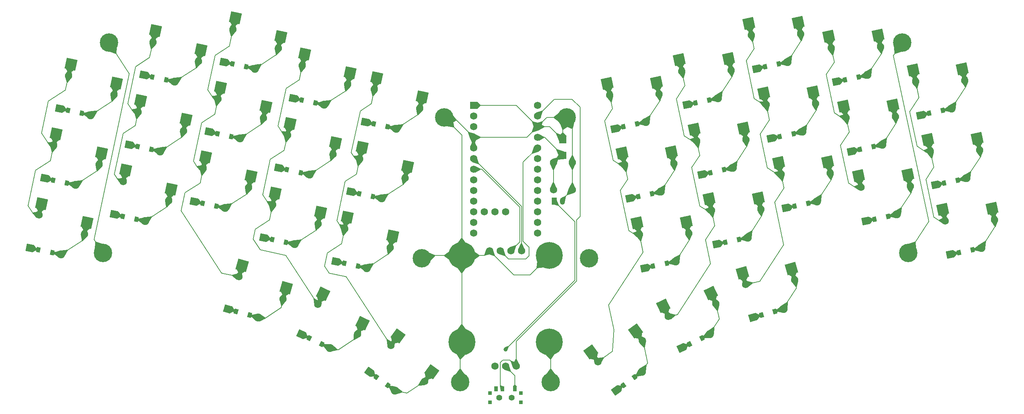
<source format=gbr>
%TF.GenerationSoftware,KiCad,Pcbnew,8.0.1*%
%TF.CreationDate,2025-12-13T21:48:51+01:00*%
%TF.ProjectId,fat_cruiser,6661745f-6372-4756-9973-65722e6b6963,v2.0.0*%
%TF.SameCoordinates,Original*%
%TF.FileFunction,Copper,L2,Bot*%
%TF.FilePolarity,Positive*%
%FSLAX46Y46*%
G04 Gerber Fmt 4.6, Leading zero omitted, Abs format (unit mm)*
G04 Created by KiCad (PCBNEW 8.0.1) date 2025-12-13 21:48:51*
%MOMM*%
%LPD*%
G01*
G04 APERTURE LIST*
G04 Aperture macros list*
%AMRotRect*
0 Rectangle, with rotation*
0 The origin of the aperture is its center*
0 $1 length*
0 $2 width*
0 $3 Rotation angle, in degrees counterclockwise*
0 Add horizontal line*
21,1,$1,$2,0,0,$3*%
G04 Aperture macros list end*
%TA.AperFunction,WasherPad*%
%ADD10C,1.400000*%
%TD*%
%TA.AperFunction,SMDPad,CuDef*%
%ADD11R,0.900000X1.250000*%
%TD*%
%TA.AperFunction,SMDPad,CuDef*%
%ADD12R,0.900000X0.900000*%
%TD*%
%TA.AperFunction,SMDPad,CuDef*%
%ADD13RotRect,2.600000X2.600000X348.000000*%
%TD*%
%TA.AperFunction,ComponentPad*%
%ADD14C,1.752600*%
%TD*%
%TA.AperFunction,SMDPad,CuDef*%
%ADD15RotRect,2.600000X2.600000X344.000000*%
%TD*%
%TA.AperFunction,SMDPad,CuDef*%
%ADD16RotRect,2.600000X2.600000X334.000000*%
%TD*%
%TA.AperFunction,SMDPad,CuDef*%
%ADD17RotRect,2.600000X2.600000X324.000000*%
%TD*%
%TA.AperFunction,SMDPad,CuDef*%
%ADD18RotRect,2.600000X2.600000X12.000000*%
%TD*%
%TA.AperFunction,SMDPad,CuDef*%
%ADD19RotRect,2.600000X2.600000X16.000000*%
%TD*%
%TA.AperFunction,SMDPad,CuDef*%
%ADD20RotRect,2.600000X2.600000X26.000000*%
%TD*%
%TA.AperFunction,SMDPad,CuDef*%
%ADD21RotRect,2.600000X2.600000X36.000000*%
%TD*%
%TA.AperFunction,SMDPad,CuDef*%
%ADD22RotRect,0.900000X1.200000X348.000000*%
%TD*%
%TA.AperFunction,ComponentPad*%
%ADD23RotRect,1.778000X1.778000X348.000000*%
%TD*%
%TA.AperFunction,ComponentPad*%
%ADD24C,1.905000*%
%TD*%
%TA.AperFunction,SMDPad,CuDef*%
%ADD25RotRect,0.900000X1.200000X344.000000*%
%TD*%
%TA.AperFunction,ComponentPad*%
%ADD26RotRect,1.778000X1.778000X344.000000*%
%TD*%
%TA.AperFunction,SMDPad,CuDef*%
%ADD27RotRect,0.900000X1.200000X334.000000*%
%TD*%
%TA.AperFunction,ComponentPad*%
%ADD28RotRect,1.778000X1.778000X334.000000*%
%TD*%
%TA.AperFunction,SMDPad,CuDef*%
%ADD29RotRect,0.900000X1.200000X324.000000*%
%TD*%
%TA.AperFunction,ComponentPad*%
%ADD30RotRect,1.778000X1.778000X324.000000*%
%TD*%
%TA.AperFunction,SMDPad,CuDef*%
%ADD31RotRect,0.900000X1.200000X12.000000*%
%TD*%
%TA.AperFunction,ComponentPad*%
%ADD32RotRect,1.778000X1.778000X12.000000*%
%TD*%
%TA.AperFunction,SMDPad,CuDef*%
%ADD33RotRect,0.900000X1.200000X16.000000*%
%TD*%
%TA.AperFunction,ComponentPad*%
%ADD34RotRect,1.778000X1.778000X16.000000*%
%TD*%
%TA.AperFunction,SMDPad,CuDef*%
%ADD35RotRect,0.900000X1.200000X26.000000*%
%TD*%
%TA.AperFunction,ComponentPad*%
%ADD36RotRect,1.778000X1.778000X26.000000*%
%TD*%
%TA.AperFunction,SMDPad,CuDef*%
%ADD37RotRect,0.900000X1.200000X36.000000*%
%TD*%
%TA.AperFunction,ComponentPad*%
%ADD38RotRect,1.778000X1.778000X36.000000*%
%TD*%
%TA.AperFunction,ComponentPad*%
%ADD39R,1.752600X1.752600*%
%TD*%
%TA.AperFunction,ComponentPad*%
%ADD40C,6.400000*%
%TD*%
%TA.AperFunction,ComponentPad*%
%ADD41C,4.400000*%
%TD*%
%TA.AperFunction,ComponentPad*%
%ADD42R,1.800000X1.800000*%
%TD*%
%TA.AperFunction,ComponentPad*%
%ADD43R,1.200000X1.700000*%
%TD*%
%TA.AperFunction,ComponentPad*%
%ADD44O,1.200000X1.700000*%
%TD*%
%TA.AperFunction,ViaPad*%
%ADD45C,1.000000*%
%TD*%
%TA.AperFunction,Conductor*%
%ADD46C,0.200000*%
%TD*%
G04 APERTURE END LIST*
D10*
%TO.P,T4,*%
%TO.N,*%
X153252326Y-142957441D03*
X156252326Y-142957445D03*
%TD*%
D11*
%TO.P,T5,1*%
%TO.N,B+*%
X157002326Y-140882443D03*
%TO.P,T5,2*%
%TO.N,VBAT2*%
X154002328Y-140882443D03*
%TO.P,T5,3*%
%TO.N,N/C*%
X152502326Y-140882443D03*
D12*
%TO.P,T5,*%
%TO.N,*%
X151052326Y-144057443D03*
X151052326Y-141857443D03*
X158452326Y-141857443D03*
X158452326Y-144057443D03*
%TD*%
D13*
%TO.P,S1,1*%
%TO.N,P006*%
X44086237Y-96612066D03*
%TO.P,S1,2*%
%TO.N,pinky_bottom*%
X54926436Y-101165371D03*
D14*
%TO.P,S1,1*%
%TO.N,P006*%
X43493689Y-99399787D03*
%TO.P,S1,2*%
%TO.N,pinky_bottom*%
X54333888Y-103953091D03*
%TD*%
D13*
%TO.P,S2,1*%
%TO.N,P006*%
X47620731Y-79983560D03*
%TO.P,S2,2*%
%TO.N,pinky_home*%
X58460930Y-84536865D03*
D14*
%TO.P,S2,1*%
%TO.N,P006*%
X47028183Y-82771281D03*
%TO.P,S2,2*%
%TO.N,pinky_home*%
X57868382Y-87324585D03*
%TD*%
D13*
%TO.P,S3,1*%
%TO.N,P006*%
X51155233Y-63355051D03*
%TO.P,S3,2*%
%TO.N,pinky_top*%
X61995432Y-67908356D03*
D14*
%TO.P,S3,1*%
%TO.N,P006*%
X50562685Y-66142772D03*
%TO.P,S3,2*%
%TO.N,pinky_top*%
X61402884Y-70696076D03*
%TD*%
D13*
%TO.P,S4,1*%
%TO.N,P008*%
X64187832Y-88616708D03*
%TO.P,S4,2*%
%TO.N,ring_bottom*%
X75028031Y-93170013D03*
D14*
%TO.P,S4,1*%
%TO.N,P008*%
X63595284Y-91404429D03*
%TO.P,S4,2*%
%TO.N,ring_bottom*%
X74435483Y-95957733D03*
%TD*%
D13*
%TO.P,S5,1*%
%TO.N,P008*%
X67722330Y-71988198D03*
%TO.P,S5,2*%
%TO.N,ring_home*%
X78562529Y-76541503D03*
D14*
%TO.P,S5,1*%
%TO.N,P008*%
X67129782Y-74775919D03*
%TO.P,S5,2*%
%TO.N,ring_home*%
X77969981Y-79329223D03*
%TD*%
D13*
%TO.P,S6,1*%
%TO.N,P008*%
X71256828Y-55359688D03*
%TO.P,S6,2*%
%TO.N,ring_top*%
X82097027Y-59912993D03*
D14*
%TO.P,S6,1*%
%TO.N,P008*%
X70664280Y-58147409D03*
%TO.P,S6,2*%
%TO.N,ring_top*%
X81504479Y-62700713D03*
%TD*%
D13*
%TO.P,S7,1*%
%TO.N,P022*%
X83249869Y-85512084D03*
%TO.P,S7,2*%
%TO.N,middle_bottom*%
X94090068Y-90065389D03*
D14*
%TO.P,S7,1*%
%TO.N,P022*%
X82657321Y-88299805D03*
%TO.P,S7,2*%
%TO.N,middle_bottom*%
X93497520Y-92853109D03*
%TD*%
D13*
%TO.P,S8,1*%
%TO.N,P022*%
X86784370Y-68883576D03*
%TO.P,S8,2*%
%TO.N,middle_home*%
X97624569Y-73436881D03*
D14*
%TO.P,S8,1*%
%TO.N,P022*%
X86191822Y-71671297D03*
%TO.P,S8,2*%
%TO.N,middle_home*%
X97032021Y-76224601D03*
%TD*%
D13*
%TO.P,S9,1*%
%TO.N,P022*%
X90318869Y-52255067D03*
%TO.P,S9,2*%
%TO.N,middle_top*%
X101159068Y-56808372D03*
D14*
%TO.P,S9,1*%
%TO.N,P022*%
X89726321Y-55042788D03*
%TO.P,S9,2*%
%TO.N,middle_top*%
X100566520Y-59596092D03*
%TD*%
D13*
%TO.P,S10,1*%
%TO.N,P024*%
X99816967Y-94145233D03*
%TO.P,S10,2*%
%TO.N,index_bottom*%
X110657166Y-98698538D03*
D14*
%TO.P,S10,1*%
%TO.N,P024*%
X99224419Y-96932954D03*
%TO.P,S10,2*%
%TO.N,index_bottom*%
X110064618Y-101486258D03*
%TD*%
D13*
%TO.P,S11,1*%
%TO.N,P024*%
X103351463Y-77516725D03*
%TO.P,S11,2*%
%TO.N,index_home*%
X114191662Y-82070030D03*
D14*
%TO.P,S11,1*%
%TO.N,P024*%
X102758915Y-80304446D03*
%TO.P,S11,2*%
%TO.N,index_home*%
X113599114Y-84857750D03*
%TD*%
D13*
%TO.P,S12,1*%
%TO.N,P024*%
X106885967Y-60888215D03*
%TO.P,S12,2*%
%TO.N,index_top*%
X117726166Y-65441520D03*
D14*
%TO.P,S12,1*%
%TO.N,P024*%
X106293419Y-63675936D03*
%TO.P,S12,2*%
%TO.N,index_top*%
X117133618Y-68229240D03*
%TD*%
D13*
%TO.P,S13,1*%
%TO.N,P100*%
X117007803Y-99843939D03*
%TO.P,S13,2*%
%TO.N,far_bottom*%
X127848002Y-104397244D03*
D14*
%TO.P,S13,1*%
%TO.N,P100*%
X116415255Y-102631660D03*
%TO.P,S13,2*%
%TO.N,far_bottom*%
X127255454Y-107184964D03*
%TD*%
D13*
%TO.P,S14,1*%
%TO.N,P100*%
X120542302Y-83215430D03*
%TO.P,S14,2*%
%TO.N,far_home*%
X131382501Y-87768735D03*
D14*
%TO.P,S14,1*%
%TO.N,P100*%
X119949754Y-86003151D03*
%TO.P,S14,2*%
%TO.N,far_home*%
X130789953Y-90556455D03*
%TD*%
D13*
%TO.P,S15,1*%
%TO.N,P100*%
X124076799Y-66586920D03*
%TO.P,S15,2*%
%TO.N,far_top*%
X134916998Y-71140225D03*
D14*
%TO.P,S15,1*%
%TO.N,P100*%
X123484251Y-69374641D03*
%TO.P,S15,2*%
%TO.N,far_top*%
X134324450Y-73927945D03*
%TD*%
D15*
%TO.P,S16,1*%
%TO.N,P022*%
X91985626Y-111379660D03*
%TO.P,S16,2*%
%TO.N,middle_thumb*%
X102481797Y-116678047D03*
D14*
%TO.P,S16,1*%
%TO.N,P022*%
X91200060Y-114119255D03*
%TO.P,S16,2*%
%TO.N,middle_thumb*%
X101696231Y-119417643D03*
%TD*%
D16*
%TO.P,S17,1*%
%TO.N,P024*%
X111282213Y-118175442D03*
%TO.P,S17,2*%
%TO.N,index_thumb*%
X120698868Y-125215976D03*
D14*
%TO.P,S17,1*%
%TO.N,P024*%
X110032855Y-120737005D03*
%TO.P,S17,2*%
%TO.N,index_thumb*%
X119449508Y-127777539D03*
%TD*%
D17*
%TO.P,S18,1*%
%TO.N,P100*%
X129105564Y-128218794D03*
%TO.P,S18,2*%
%TO.N,far_thumb*%
X137156583Y-136787551D03*
D14*
%TO.P,S18,1*%
%TO.N,P100*%
X127430377Y-130524493D03*
%TO.P,S18,2*%
%TO.N,far_thumb*%
X135481395Y-139093250D03*
%TD*%
D18*
%TO.P,S19,1*%
%TO.N,P031*%
X259011550Y-97973890D03*
%TO.P,S19,2*%
%TO.N,mirror_pinky_bottom*%
X270766561Y-97724434D03*
D14*
%TO.P,S19,1*%
%TO.N,P031*%
X259604098Y-100761610D03*
%TO.P,S19,2*%
%TO.N,mirror_pinky_bottom*%
X271359109Y-100512155D03*
%TD*%
D18*
%TO.P,S20,1*%
%TO.N,P031*%
X255477048Y-81345381D03*
%TO.P,S20,2*%
%TO.N,mirror_pinky_home*%
X267232059Y-81095925D03*
D14*
%TO.P,S20,1*%
%TO.N,P031*%
X256069596Y-84133101D03*
%TO.P,S20,2*%
%TO.N,mirror_pinky_home*%
X267824607Y-83883646D03*
%TD*%
D18*
%TO.P,S21,1*%
%TO.N,P031*%
X251942550Y-64716872D03*
%TO.P,S21,2*%
%TO.N,mirror_pinky_top*%
X263697561Y-64467416D03*
D14*
%TO.P,S21,1*%
%TO.N,P031*%
X252535098Y-67504592D03*
%TO.P,S21,2*%
%TO.N,mirror_pinky_top*%
X264290109Y-67255137D03*
%TD*%
D18*
%TO.P,S22,1*%
%TO.N,P029*%
X238909949Y-89978530D03*
%TO.P,S22,2*%
%TO.N,mirror_ring_bottom*%
X250664960Y-89729074D03*
D14*
%TO.P,S22,1*%
%TO.N,P029*%
X239502497Y-92766250D03*
%TO.P,S22,2*%
%TO.N,mirror_ring_bottom*%
X251257508Y-92516795D03*
%TD*%
D18*
%TO.P,S23,1*%
%TO.N,P029*%
X235375453Y-73350019D03*
%TO.P,S23,2*%
%TO.N,mirror_ring_home*%
X247130464Y-73100563D03*
D14*
%TO.P,S23,1*%
%TO.N,P029*%
X235968001Y-76137739D03*
%TO.P,S23,2*%
%TO.N,mirror_ring_home*%
X247723012Y-75888284D03*
%TD*%
D18*
%TO.P,S24,1*%
%TO.N,P029*%
X231840955Y-56721511D03*
%TO.P,S24,2*%
%TO.N,mirror_ring_top*%
X243595966Y-56472055D03*
D14*
%TO.P,S24,1*%
%TO.N,P029*%
X232433503Y-59509231D03*
%TO.P,S24,2*%
%TO.N,mirror_ring_top*%
X244188514Y-59259776D03*
%TD*%
D18*
%TO.P,S25,1*%
%TO.N,P002*%
X219847913Y-86873906D03*
%TO.P,S25,2*%
%TO.N,mirror_middle_bottom*%
X231602924Y-86624450D03*
D14*
%TO.P,S25,1*%
%TO.N,P002*%
X220440461Y-89661626D03*
%TO.P,S25,2*%
%TO.N,mirror_middle_bottom*%
X232195472Y-89412171D03*
%TD*%
D18*
%TO.P,S26,1*%
%TO.N,P002*%
X216313413Y-70245398D03*
%TO.P,S26,2*%
%TO.N,mirror_middle_home*%
X228068424Y-69995942D03*
D14*
%TO.P,S26,1*%
%TO.N,P002*%
X216905961Y-73033118D03*
%TO.P,S26,2*%
%TO.N,mirror_middle_home*%
X228660972Y-72783663D03*
%TD*%
D18*
%TO.P,S27,1*%
%TO.N,P002*%
X212778915Y-53616888D03*
%TO.P,S27,2*%
%TO.N,mirror_middle_top*%
X224533926Y-53367432D03*
D14*
%TO.P,S27,1*%
%TO.N,P002*%
X213371463Y-56404608D03*
%TO.P,S27,2*%
%TO.N,mirror_middle_top*%
X225126474Y-56155153D03*
%TD*%
D18*
%TO.P,S28,1*%
%TO.N,P115*%
X203280815Y-95507056D03*
%TO.P,S28,2*%
%TO.N,mirror_index_bottom*%
X215035826Y-95257600D03*
D14*
%TO.P,S28,1*%
%TO.N,P115*%
X203873363Y-98294776D03*
%TO.P,S28,2*%
%TO.N,mirror_index_bottom*%
X215628374Y-98045321D03*
%TD*%
D18*
%TO.P,S29,1*%
%TO.N,P115*%
X199746314Y-78878546D03*
%TO.P,S29,2*%
%TO.N,mirror_index_home*%
X211501325Y-78629090D03*
D14*
%TO.P,S29,1*%
%TO.N,P115*%
X200338862Y-81666266D03*
%TO.P,S29,2*%
%TO.N,mirror_index_home*%
X212093873Y-81416811D03*
%TD*%
D18*
%TO.P,S30,1*%
%TO.N,P115*%
X196211817Y-62250036D03*
%TO.P,S30,2*%
%TO.N,mirror_index_top*%
X207966828Y-62000580D03*
D14*
%TO.P,S30,1*%
%TO.N,P115*%
X196804365Y-65037756D03*
%TO.P,S30,2*%
%TO.N,mirror_index_top*%
X208559376Y-64788301D03*
%TD*%
D18*
%TO.P,S31,1*%
%TO.N,P011*%
X186089980Y-101205763D03*
%TO.P,S31,2*%
%TO.N,mirror_far_bottom*%
X197844991Y-100956307D03*
D14*
%TO.P,S31,1*%
%TO.N,P011*%
X186682528Y-103993483D03*
%TO.P,S31,2*%
%TO.N,mirror_far_bottom*%
X198437539Y-103744028D03*
%TD*%
D18*
%TO.P,S32,1*%
%TO.N,P011*%
X182555482Y-84577250D03*
%TO.P,S32,2*%
%TO.N,mirror_far_home*%
X194310493Y-84327794D03*
D14*
%TO.P,S32,1*%
%TO.N,P011*%
X183148030Y-87364970D03*
%TO.P,S32,2*%
%TO.N,mirror_far_home*%
X194903041Y-87115515D03*
%TD*%
D18*
%TO.P,S33,1*%
%TO.N,P011*%
X179020986Y-67948743D03*
%TO.P,S33,2*%
%TO.N,mirror_far_top*%
X190775997Y-67699287D03*
D14*
%TO.P,S33,1*%
%TO.N,P011*%
X179613534Y-70736463D03*
%TO.P,S33,2*%
%TO.N,mirror_far_top*%
X191368545Y-70487008D03*
%TD*%
D19*
%TO.P,S34,1*%
%TO.N,P002*%
X211222760Y-113185084D03*
%TO.P,S34,2*%
%TO.N,mirror_middle_thumb*%
X222931734Y-112116249D03*
D14*
%TO.P,S34,1*%
%TO.N,P002*%
X212008326Y-115924680D03*
%TO.P,S34,2*%
%TO.N,mirror_middle_thumb*%
X223717301Y-114855844D03*
%TD*%
D20*
%TO.P,S35,1*%
%TO.N,P115*%
X192335337Y-121046771D03*
%TO.P,S35,2*%
%TO.N,mirror_index_thumb*%
X203680825Y-117960931D03*
D14*
%TO.P,S35,1*%
%TO.N,P115*%
X193584695Y-123608334D03*
%TO.P,S35,2*%
%TO.N,mirror_index_thumb*%
X204930183Y-120522494D03*
%TD*%
D21*
%TO.P,S36,1*%
%TO.N,P011*%
X175100023Y-132068791D03*
%TO.P,S36,2*%
%TO.N,mirror_far_thumb*%
X185737298Y-127059710D03*
D14*
%TO.P,S36,1*%
%TO.N,P011*%
X176775212Y-134374489D03*
%TO.P,S36,2*%
%TO.N,mirror_far_thumb*%
X187412486Y-129365407D03*
%TD*%
D22*
%TO.P,D1,2*%
%TO.N,pinky_bottom*%
X46626977Y-108346749D03*
%TO.P,D1,1*%
%TO.N,P010*%
X43399089Y-107660641D03*
D23*
X41286291Y-107211550D03*
D24*
%TO.P,D1,2*%
%TO.N,pinky_bottom*%
X48739775Y-108795840D03*
%TD*%
D22*
%TO.P,D2,2*%
%TO.N,pinky_home*%
X50161476Y-91718243D03*
%TO.P,D2,1*%
%TO.N,P111*%
X46933588Y-91032135D03*
D23*
X44820790Y-90583044D03*
D24*
%TO.P,D2,2*%
%TO.N,pinky_home*%
X52274274Y-92167334D03*
%TD*%
D22*
%TO.P,D3,2*%
%TO.N,pinky_top*%
X53695974Y-75089731D03*
%TO.P,D3,1*%
%TO.N,P113*%
X50468086Y-74403623D03*
D23*
X48355288Y-73954532D03*
D24*
%TO.P,D3,2*%
%TO.N,pinky_top*%
X55808772Y-75538822D03*
%TD*%
D22*
%TO.P,D4,2*%
%TO.N,ring_bottom*%
X66728576Y-100351391D03*
%TO.P,D4,1*%
%TO.N,P010*%
X63500688Y-99665283D03*
D23*
X61387890Y-99216192D03*
D24*
%TO.P,D4,2*%
%TO.N,ring_bottom*%
X68841374Y-100800482D03*
%TD*%
D22*
%TO.P,D5,2*%
%TO.N,ring_home*%
X70263074Y-83722877D03*
%TO.P,D5,1*%
%TO.N,P111*%
X67035186Y-83036769D03*
D23*
X64922388Y-82587678D03*
D24*
%TO.P,D5,2*%
%TO.N,ring_home*%
X72375872Y-84171968D03*
%TD*%
D22*
%TO.P,D6,2*%
%TO.N,ring_top*%
X73797575Y-67094369D03*
%TO.P,D6,1*%
%TO.N,P113*%
X70569687Y-66408261D03*
D23*
X68456889Y-65959170D03*
D24*
%TO.P,D6,2*%
%TO.N,ring_top*%
X75910373Y-67543460D03*
%TD*%
D22*
%TO.P,D7,2*%
%TO.N,middle_bottom*%
X85790616Y-97246766D03*
%TO.P,D7,1*%
%TO.N,P010*%
X82562728Y-96560658D03*
D23*
X80449930Y-96111567D03*
D24*
%TO.P,D7,2*%
%TO.N,middle_bottom*%
X87903414Y-97695857D03*
%TD*%
D22*
%TO.P,D8,2*%
%TO.N,middle_home*%
X89325111Y-80618257D03*
%TO.P,D8,1*%
%TO.N,P111*%
X86097223Y-79932149D03*
D23*
X83984425Y-79483058D03*
D24*
%TO.P,D8,2*%
%TO.N,middle_home*%
X91437909Y-81067348D03*
%TD*%
D22*
%TO.P,D9,2*%
%TO.N,middle_top*%
X92859611Y-63989745D03*
%TO.P,D9,1*%
%TO.N,P113*%
X89631723Y-63303637D03*
D23*
X87518925Y-62854546D03*
D24*
%TO.P,D9,2*%
%TO.N,middle_top*%
X94972409Y-64438836D03*
%TD*%
D22*
%TO.P,D10,2*%
%TO.N,index_bottom*%
X102357711Y-105879915D03*
%TO.P,D10,1*%
%TO.N,P010*%
X99129823Y-105193807D03*
D23*
X97017025Y-104744716D03*
D24*
%TO.P,D10,2*%
%TO.N,index_bottom*%
X104470509Y-106329006D03*
%TD*%
D22*
%TO.P,D11,2*%
%TO.N,index_home*%
X105892213Y-89251404D03*
%TO.P,D11,1*%
%TO.N,P111*%
X102664325Y-88565296D03*
D23*
X100551527Y-88116205D03*
D24*
%TO.P,D11,2*%
%TO.N,index_home*%
X108005011Y-89700495D03*
%TD*%
D22*
%TO.P,D12,2*%
%TO.N,index_top*%
X109426709Y-72622899D03*
%TO.P,D12,1*%
%TO.N,P113*%
X106198821Y-71936791D03*
D23*
X104086023Y-71487700D03*
D24*
%TO.P,D12,2*%
%TO.N,index_top*%
X111539507Y-73071990D03*
%TD*%
D22*
%TO.P,D13,2*%
%TO.N,far_bottom*%
X119548547Y-111578618D03*
%TO.P,D13,1*%
%TO.N,P010*%
X116320659Y-110892510D03*
D23*
X114207861Y-110443419D03*
D24*
%TO.P,D13,2*%
%TO.N,far_bottom*%
X121661345Y-112027709D03*
%TD*%
D22*
%TO.P,D14,2*%
%TO.N,far_home*%
X123083043Y-94950109D03*
%TO.P,D14,1*%
%TO.N,P111*%
X119855155Y-94264001D03*
D23*
X117742357Y-93814910D03*
D24*
%TO.P,D14,2*%
%TO.N,far_home*%
X125195841Y-95399200D03*
%TD*%
D22*
%TO.P,D15,2*%
%TO.N,far_top*%
X126617541Y-78321601D03*
%TO.P,D15,1*%
%TO.N,P113*%
X123389653Y-77635493D03*
D23*
X121276855Y-77186402D03*
D24*
%TO.P,D15,2*%
%TO.N,far_top*%
X128730339Y-78770692D03*
%TD*%
D25*
%TO.P,D16,2*%
%TO.N,middle_thumb*%
X93701609Y-123262988D03*
%TO.P,D16,1*%
%TO.N,P009*%
X90529445Y-122353388D03*
D26*
X88453120Y-121758010D03*
D24*
%TO.P,D16,2*%
%TO.N,middle_thumb*%
X95777934Y-123858366D03*
%TD*%
D27*
%TO.P,D17,2*%
%TO.N,index_thumb*%
X110908607Y-130176215D03*
%TO.P,D17,1*%
%TO.N,P009*%
X107942587Y-128729591D03*
D28*
X106001192Y-127782709D03*
D24*
%TO.P,D17,2*%
%TO.N,index_thumb*%
X112850002Y-131123097D03*
%TD*%
D29*
%TO.P,D18,2*%
%TO.N,far_thumb*%
X126653724Y-139972374D03*
%TO.P,D18,1*%
%TO.N,P009*%
X123983968Y-138032682D03*
D30*
X122236492Y-136763066D03*
D24*
%TO.P,D18,2*%
%TO.N,far_thumb*%
X128401200Y-141241990D03*
%TD*%
D31*
%TO.P,D19,2*%
%TO.N,mirror_pinky_bottom*%
X266105559Y-107660640D03*
%TO.P,D19,1*%
%TO.N,P010*%
X262877671Y-108346748D03*
D32*
X260764873Y-108795839D03*
D24*
%TO.P,D19,2*%
%TO.N,mirror_pinky_bottom*%
X268218357Y-107211549D03*
%TD*%
D31*
%TO.P,D20,2*%
%TO.N,mirror_pinky_home*%
X262571058Y-91032130D03*
%TO.P,D20,1*%
%TO.N,P111*%
X259343170Y-91718238D03*
D32*
X257230372Y-92167329D03*
D24*
%TO.P,D20,2*%
%TO.N,mirror_pinky_home*%
X264683856Y-90583039D03*
%TD*%
D31*
%TO.P,D21,2*%
%TO.N,mirror_pinky_top*%
X259036561Y-74403621D03*
%TO.P,D21,1*%
%TO.N,P113*%
X255808673Y-75089729D03*
D32*
X253695875Y-75538820D03*
D24*
%TO.P,D21,2*%
%TO.N,mirror_pinky_top*%
X261149359Y-73954530D03*
%TD*%
D31*
%TO.P,D22,2*%
%TO.N,mirror_ring_bottom*%
X246003959Y-99665282D03*
%TO.P,D22,1*%
%TO.N,P010*%
X242776071Y-100351390D03*
D32*
X240663273Y-100800481D03*
D24*
%TO.P,D22,2*%
%TO.N,mirror_ring_bottom*%
X248116757Y-99216191D03*
%TD*%
D31*
%TO.P,D23,2*%
%TO.N,mirror_ring_home*%
X242469461Y-83036771D03*
%TO.P,D23,1*%
%TO.N,P111*%
X239241573Y-83722879D03*
D32*
X237128775Y-84171970D03*
D24*
%TO.P,D23,2*%
%TO.N,mirror_ring_home*%
X244582259Y-82587680D03*
%TD*%
D31*
%TO.P,D24,2*%
%TO.N,mirror_ring_top*%
X238934965Y-66408260D03*
%TO.P,D24,1*%
%TO.N,P113*%
X235707077Y-67094368D03*
D32*
X233594279Y-67543459D03*
D24*
%TO.P,D24,2*%
%TO.N,mirror_ring_top*%
X241047763Y-65959169D03*
%TD*%
D31*
%TO.P,D25,2*%
%TO.N,mirror_middle_bottom*%
X226941923Y-96560658D03*
%TO.P,D25,1*%
%TO.N,P010*%
X223714035Y-97246766D03*
D32*
X221601237Y-97695857D03*
D24*
%TO.P,D25,2*%
%TO.N,mirror_middle_bottom*%
X229054721Y-96111567D03*
%TD*%
D31*
%TO.P,D26,2*%
%TO.N,mirror_middle_home*%
X223407426Y-79932148D03*
%TO.P,D26,1*%
%TO.N,P111*%
X220179538Y-80618256D03*
D32*
X218066740Y-81067347D03*
D24*
%TO.P,D26,2*%
%TO.N,mirror_middle_home*%
X225520224Y-79483057D03*
%TD*%
D31*
%TO.P,D27,2*%
%TO.N,mirror_middle_top*%
X219872926Y-63303638D03*
%TO.P,D27,1*%
%TO.N,P113*%
X216645038Y-63989746D03*
D32*
X214532240Y-64438837D03*
D24*
%TO.P,D27,2*%
%TO.N,mirror_middle_top*%
X221985724Y-62854547D03*
%TD*%
D31*
%TO.P,D28,2*%
%TO.N,mirror_index_bottom*%
X210374824Y-105193805D03*
%TO.P,D28,1*%
%TO.N,P010*%
X207146936Y-105879913D03*
D32*
X205034138Y-106329004D03*
D24*
%TO.P,D28,2*%
%TO.N,mirror_index_bottom*%
X212487622Y-104744714D03*
%TD*%
D31*
%TO.P,D29,2*%
%TO.N,mirror_index_home*%
X206840323Y-88565298D03*
%TO.P,D29,1*%
%TO.N,P111*%
X203612435Y-89251406D03*
D32*
X201499637Y-89700497D03*
D24*
%TO.P,D29,2*%
%TO.N,mirror_index_home*%
X208953121Y-88116207D03*
%TD*%
D31*
%TO.P,D30,2*%
%TO.N,mirror_index_top*%
X203305826Y-71936789D03*
%TO.P,D30,1*%
%TO.N,P113*%
X200077938Y-72622897D03*
D32*
X197965140Y-73071988D03*
D24*
%TO.P,D30,2*%
%TO.N,mirror_index_top*%
X205418624Y-71487698D03*
%TD*%
D31*
%TO.P,D31,2*%
%TO.N,mirror_far_bottom*%
X193183992Y-110892512D03*
%TO.P,D31,1*%
%TO.N,P010*%
X189956104Y-111578620D03*
D32*
X187843306Y-112027711D03*
D24*
%TO.P,D31,2*%
%TO.N,mirror_far_bottom*%
X195296790Y-110443421D03*
%TD*%
D31*
%TO.P,D32,2*%
%TO.N,mirror_far_home*%
X189649494Y-94264005D03*
%TO.P,D32,1*%
%TO.N,P111*%
X186421606Y-94950113D03*
D32*
X184308808Y-95399204D03*
D24*
%TO.P,D32,2*%
%TO.N,mirror_far_home*%
X191762292Y-93814914D03*
%TD*%
D31*
%TO.P,D33,2*%
%TO.N,mirror_far_top*%
X186114992Y-77635493D03*
%TO.P,D33,1*%
%TO.N,P113*%
X182887104Y-78321601D03*
D32*
X180774306Y-78770692D03*
D24*
%TO.P,D33,2*%
%TO.N,mirror_far_top*%
X188227790Y-77186402D03*
%TD*%
D33*
%TO.P,D34,2*%
%TO.N,mirror_middle_thumb*%
X218975205Y-122353386D03*
%TO.P,D34,1*%
%TO.N,P009*%
X215803041Y-123262990D03*
D34*
X213726716Y-123858366D03*
D24*
%TO.P,D34,2*%
%TO.N,mirror_middle_thumb*%
X221051530Y-121758010D03*
%TD*%
D35*
%TO.P,D35,2*%
%TO.N,mirror_index_thumb*%
X201562062Y-128729590D03*
%TO.P,D35,1*%
%TO.N,P009*%
X198596042Y-130176214D03*
D36*
X196654647Y-131123096D03*
D24*
%TO.P,D35,2*%
%TO.N,mirror_index_thumb*%
X203503457Y-127782708D03*
%TD*%
D37*
%TO.P,D36,2*%
%TO.N,mirror_far_thumb*%
X185520683Y-138032684D03*
%TO.P,D36,1*%
%TO.N,P009*%
X182850927Y-139972376D03*
D38*
X181103451Y-141241992D03*
D24*
%TO.P,D36,2*%
%TO.N,mirror_far_thumb*%
X187268159Y-136763068D03*
%TD*%
D39*
%TO.P,MCU1,0*%
%TO.N,GND*%
X147132326Y-73206320D03*
D14*
%TO.P,MCU1,1*%
%TO.N,P006*%
X147132326Y-75746320D03*
%TO.P,MCU1,2*%
%TO.N,P008*%
X147132326Y-78286320D03*
%TO.P,MCU1,3*%
%TO.N,GND*%
X147132326Y-80826320D03*
%TO.P,MCU1,4*%
X147132327Y-83366320D03*
%TO.P,MCU1,5*%
%TO.N,P017*%
X147132326Y-85906320D03*
%TO.P,MCU1,6*%
%TO.N,P020*%
X147132325Y-88446320D03*
%TO.P,MCU1,7*%
%TO.N,P022*%
X147132325Y-90986320D03*
%TO.P,MCU1,8*%
%TO.N,P024*%
X147132326Y-93526320D03*
%TO.P,MCU1,9*%
%TO.N,P100*%
X147132327Y-96066320D03*
%TO.P,MCU1,10*%
%TO.N,P011*%
X147132326Y-98606320D03*
%TO.P,MCU1,11*%
%TO.N,P104*%
X147132326Y-101146320D03*
%TO.P,MCU1,12*%
%TO.N,P106*%
X147132326Y-103686320D03*
%TO.P,MCU1,0*%
%TO.N,VBAT1*%
X162372326Y-73206320D03*
%TO.P,MCU1,1*%
%TO.N,VBAT2*%
X162372326Y-75746320D03*
%TO.P,MCU1,2*%
%TO.N,GND*%
X162372326Y-78286320D03*
%TO.P,MCU1,3*%
%TO.N,RESET*%
X162372326Y-80826320D03*
%TO.P,MCU1,4*%
%TO.N,EXT_VCC*%
X162372325Y-83366320D03*
%TO.P,MCU1,5*%
%TO.N,P031*%
X162372326Y-85906320D03*
%TO.P,MCU1,6*%
%TO.N,P029*%
X162372327Y-88446320D03*
%TO.P,MCU1,7*%
%TO.N,P002*%
X162372327Y-90986320D03*
%TO.P,MCU1,8*%
%TO.N,P115*%
X162372326Y-93526320D03*
%TO.P,MCU1,9*%
%TO.N,P113*%
X162372325Y-96066320D03*
%TO.P,MCU1,10*%
%TO.N,P111*%
X162372326Y-98606320D03*
%TO.P,MCU1,11*%
%TO.N,P010*%
X162372326Y-101146320D03*
%TO.P,MCU1,12*%
%TO.N,P009*%
X162372326Y-103686320D03*
%TO.P,MCU1,0*%
%TO.N,P101*%
X149672326Y-98606320D03*
%TO.P,MCU1,1*%
%TO.N,P102*%
X152212326Y-98606320D03*
%TO.P,MCU1,2*%
%TO.N,P107*%
X154752326Y-98606320D03*
%TD*%
D40*
%TO.P,OLED1,1*%
%TO.N,GND*%
X165177326Y-109044829D03*
%TO.P,OLED1,2*%
X144327326Y-109044829D03*
%TO.P,OLED1,3*%
X144327326Y-129644829D03*
%TO.P,OLED1,4*%
X165177326Y-129644829D03*
D14*
%TO.P,OLED1,5*%
%TO.N,P017*%
X158562326Y-107894830D03*
%TO.P,OLED1,6*%
%TO.N,P020*%
X156022326Y-107894829D03*
%TO.P,OLED1,7*%
%TO.N,EXT_VCC*%
X153482326Y-107894829D03*
%TO.P,OLED1,8*%
%TO.N,GND*%
X150942326Y-107894830D03*
%TD*%
D41*
%TO.P,MH1,*%
%TO.N,GND*%
X58727408Y-108414042D03*
%TD*%
%TO.P,MH2,*%
%TO.N,GND*%
X250777239Y-108414043D03*
%TD*%
%TO.P,MH3,*%
%TO.N,GND*%
X134820151Y-109712996D03*
%TD*%
%TO.P,MH4,*%
%TO.N,GND*%
X174684498Y-109712998D03*
%TD*%
%TO.P,MH5,*%
%TO.N,GND*%
X140128484Y-76081737D03*
%TD*%
%TO.P,MH6,*%
%TO.N,GND*%
X169376166Y-76081737D03*
%TD*%
%TO.P,MH7,*%
%TO.N,GND*%
X143952325Y-139207444D03*
%TD*%
%TO.P,MH8,*%
%TO.N,GND*%
X165552326Y-139207442D03*
%TD*%
%TO.P,MH9,*%
%TO.N,GND*%
X60194918Y-58222345D03*
%TD*%
%TO.P,MH10,*%
%TO.N,GND*%
X249309731Y-58222345D03*
%TD*%
D14*
%TO.P,T6,1*%
%TO.N,B+*%
X154752323Y-135457446D03*
%TO.P,T6,2*%
%TO.N,VBAT2*%
X157292323Y-135457446D03*
%TO.P,T6,3*%
%TO.N,N/C*%
X152212323Y-135457446D03*
%TD*%
D42*
%TO.P,B1,1*%
%TO.N,RESET*%
X168432324Y-85137809D03*
%TO.P,B1,2*%
%TO.N,GND*%
X168432324Y-81437809D03*
%TD*%
D14*
%TO.P,B2,1*%
%TO.N,RESET*%
X166182326Y-86837812D03*
%TO.P,B2,2*%
X166182326Y-93337812D03*
%TO.P,B2,3*%
%TO.N,GND*%
X170682326Y-93337812D03*
%TO.P,B2,4*%
X170682326Y-86837812D03*
%TD*%
D43*
%TO.P,JST1,1*%
%TO.N,B+*%
X166352324Y-96037810D03*
D44*
%TO.P,JST1,2*%
%TO.N,GND*%
X168352324Y-96037810D03*
%TD*%
D45*
%TO.N,B+*%
X154776306Y-131421581D03*
%TD*%
D46*
%TO.N,P029*%
X233150160Y-62880836D02*
X232433504Y-59509232D01*
X231254399Y-65800053D02*
X233150160Y-62880836D01*
X235217295Y-76297307D02*
X233208353Y-74992684D01*
X235968001Y-76137739D02*
X235217295Y-76297307D01*
X233208353Y-74992684D02*
X231254399Y-65800053D01*
%TO.N,mirror_pinky_top*%
X264588462Y-68658776D02*
X261149359Y-73954530D01*
X264290109Y-67255137D02*
X264588462Y-68658776D01*
%TO.N,GND*%
X142387743Y-76081738D02*
X140128484Y-76081737D01*
X147132326Y-80826319D02*
X142387743Y-76081738D01*
X164576908Y-76081737D02*
X162372326Y-78286320D01*
X169376166Y-76081737D02*
X164576908Y-76081737D01*
X157292326Y-73206319D02*
X162372326Y-78286320D01*
X147132326Y-73206320D02*
X157292326Y-73206319D01*
X147132326Y-80826319D02*
X159832326Y-80826320D01*
X159832326Y-80826320D02*
X162372326Y-78286320D01*
X147132326Y-80826319D02*
X147132327Y-83366319D01*
X144327326Y-80280580D02*
X140128484Y-76081737D01*
X144327326Y-109044829D02*
X144327326Y-80280580D01*
%TO.N,P020*%
X149106641Y-88446320D02*
X147132326Y-88446320D01*
X158162324Y-105754828D02*
X158162326Y-97502006D01*
X156022325Y-107894828D02*
X158162324Y-105754828D01*
X158162326Y-97502006D02*
X149106641Y-88446320D01*
%TO.N,EXT_VCC*%
X158962325Y-86776320D02*
X162372325Y-83366320D01*
X158962326Y-105635601D02*
X158962325Y-86776320D01*
X160364305Y-109069580D02*
X160364306Y-107037581D01*
X160364306Y-107037581D02*
X158962326Y-105635601D01*
X155419077Y-109831581D02*
X159602306Y-109831581D01*
X159602306Y-109831581D02*
X160364305Y-109069580D01*
X153482325Y-107894829D02*
X155419077Y-109831581D01*
%TO.N,GND*%
X160580573Y-113641581D02*
X165177326Y-109044828D01*
X156689076Y-113641581D02*
X160580573Y-113641581D01*
X150942325Y-107894829D02*
X156689076Y-113641581D01*
%TO.N,P017*%
X158562326Y-97336320D02*
X147132326Y-85906321D01*
X158562326Y-107894830D02*
X158562326Y-97336320D01*
%TO.N,GND*%
X149792326Y-109044828D02*
X150942325Y-107894829D01*
X144327326Y-109044829D02*
X149792326Y-109044828D01*
X144327326Y-109044829D02*
X135488319Y-109044828D01*
X135488319Y-109044828D02*
X134820151Y-109712996D01*
X144327326Y-129644829D02*
X144327326Y-109044829D01*
X143952324Y-130019829D02*
X144327326Y-129644829D01*
X143952325Y-139207444D02*
X143952324Y-130019829D01*
X165552325Y-130019828D02*
X165177326Y-129644828D01*
X165552326Y-139207442D02*
X165552325Y-130019828D01*
%TO.N,VBAT2*%
X170651305Y-71731582D02*
X166387066Y-71731581D01*
X172556305Y-99671581D02*
X172556305Y-73636582D01*
X172556305Y-73636582D02*
X170651305Y-71731582D01*
X171686306Y-100541582D02*
X172556305Y-99671581D01*
X166387066Y-71731581D02*
X162372327Y-75746320D01*
X171686306Y-115077267D02*
X171686306Y-100541582D01*
X157292323Y-129471250D02*
X171686306Y-115077267D01*
X157292322Y-135457445D02*
X157292323Y-129471250D01*
%TO.N,B+*%
X171286306Y-114911581D02*
X154776306Y-131421581D01*
X166352325Y-96037810D02*
X171286306Y-100971792D01*
X171286306Y-100971792D02*
X171286306Y-114911581D01*
%TO.N,GND*%
X168352324Y-95667811D02*
X170682326Y-93337811D01*
X168352325Y-96037810D02*
X168352324Y-95667811D01*
%TO.N,RESET*%
X164061045Y-80826320D02*
X162372326Y-80826320D01*
X168372531Y-85137809D02*
X164061045Y-80826320D01*
X168432324Y-85137808D02*
X168372531Y-85137809D01*
X167882326Y-85137808D02*
X168432324Y-85137808D01*
X166182326Y-86837811D02*
X167882326Y-85137808D01*
X166182325Y-93337811D02*
X166182326Y-86837811D01*
%TO.N,GND*%
X170682326Y-93337811D02*
X170682325Y-86837812D01*
X170682325Y-77387896D02*
X169376166Y-76081737D01*
X170682325Y-86837812D02*
X170682325Y-77387896D01*
X165280836Y-78286320D02*
X168432323Y-81437808D01*
X162372327Y-78286320D02*
X165280836Y-78286320D01*
X168432323Y-81437808D02*
X168432324Y-77025580D01*
X168432324Y-77025580D02*
X169376166Y-76081737D01*
%TO.N,VBAT2*%
X155810027Y-133975145D02*
X157292325Y-135457445D01*
X153517742Y-134575147D02*
X154117743Y-133975147D01*
X154117743Y-133975147D02*
X155810027Y-133975145D01*
X154002327Y-140882443D02*
X153517744Y-140397859D01*
X153517744Y-140397859D02*
X153517742Y-134575147D01*
%TO.N,B+*%
X157002324Y-137707443D02*
X154752323Y-135457446D01*
X157002324Y-140882446D02*
X157002324Y-137707443D01*
%TO.N,GND*%
X65037611Y-65679434D02*
X60194918Y-58222345D01*
X56637978Y-105196597D02*
X65037611Y-65679434D01*
X58727408Y-108414042D02*
X56637978Y-105196597D01*
X247276572Y-61353135D02*
X249309731Y-58222345D01*
X255676207Y-100870297D02*
X247276572Y-61353135D01*
X250777239Y-108414043D02*
X255676207Y-100870297D01*
%TO.N,P011*%
X179365481Y-120863641D02*
X187579782Y-108214730D01*
X180612952Y-126732526D02*
X179365481Y-120863641D01*
X180283104Y-131914342D02*
X180612952Y-126732526D01*
X187579782Y-108214730D02*
X186682529Y-103993483D01*
X176775210Y-134374490D02*
X180283104Y-131914342D01*
%TO.N,P115*%
X202439410Y-105326785D02*
X204645870Y-101929134D01*
X203645297Y-111000041D02*
X202439410Y-105326785D01*
X204645870Y-101929134D02*
X203873361Y-98294776D01*
X193584692Y-123608336D02*
X195757269Y-123146539D01*
X195757269Y-123146539D02*
X203645297Y-111000041D01*
%TO.N,P002*%
X221085625Y-106475112D02*
X218923342Y-96302378D01*
X218923342Y-96302378D02*
X221129804Y-92904726D01*
X215419926Y-115199523D02*
X221085625Y-106475112D01*
X221129804Y-92904726D02*
X220440464Y-89661627D01*
X212008325Y-115924681D02*
X215419926Y-115199523D01*
%TO.N,mirror_far_thumb*%
X188635860Y-134656988D02*
X187268155Y-136763066D01*
X187412485Y-129365408D02*
X187526893Y-129439704D01*
X187526893Y-129439704D02*
X188635860Y-134656988D01*
X185737300Y-127059709D02*
X187412485Y-129365408D01*
%TO.N,P011*%
X176775210Y-134374490D02*
X175100023Y-132068792D01*
%TO.N,P009*%
X182850924Y-139972374D02*
X181103448Y-141241989D01*
%TO.N,mirror_far_thumb*%
X187268155Y-136763066D02*
X185520682Y-138032681D01*
%TO.N,mirror_index_thumb*%
X203470524Y-127627789D02*
X203503456Y-127782708D01*
X205708086Y-124182248D02*
X203470524Y-127627789D01*
X204930183Y-120522495D02*
X205708086Y-124182248D01*
X203680824Y-117960931D02*
X204930183Y-120522495D01*
%TO.N,P115*%
X193584692Y-123608336D02*
X192335338Y-121046773D01*
%TO.N,P009*%
X198596040Y-130176214D02*
X196654649Y-131123095D01*
%TO.N,mirror_index_thumb*%
X203503456Y-127782708D02*
X201562063Y-128729591D01*
%TO.N,P002*%
X211222762Y-113185085D02*
X212008325Y-115924681D01*
%TO.N,mirror_middle_thumb*%
X223717302Y-114855846D02*
X222931733Y-112116249D01*
X224138018Y-116835160D02*
X221024292Y-121629874D01*
X221024292Y-121629874D02*
X221051527Y-121758012D01*
X223717302Y-114855846D02*
X224138018Y-116835160D01*
X218975202Y-122353386D02*
X221051527Y-121758012D01*
%TO.N,P009*%
X213726714Y-123858366D02*
X215803041Y-123262990D01*
%TO.N,P011*%
X180302875Y-73979560D02*
X179613530Y-70736463D01*
X178404510Y-76902790D02*
X180302875Y-73979560D01*
X182321628Y-87540629D02*
X180400460Y-86293005D01*
X183148028Y-87364972D02*
X182321628Y-87540629D01*
X180400460Y-86293005D02*
X178404510Y-76902790D01*
X183878954Y-90803703D02*
X183148028Y-87364972D01*
X182134637Y-93489716D02*
X183878954Y-90803703D01*
X185856130Y-104169138D02*
X184172171Y-103075563D01*
X186682529Y-103993483D02*
X185856130Y-104169138D01*
X184172171Y-103075563D02*
X182134637Y-93489716D01*
%TO.N,P115*%
X197354081Y-80440254D02*
X195482877Y-71636925D01*
X197535288Y-68476487D02*
X196804366Y-65037756D01*
X199512465Y-81841921D02*
X197354081Y-80440254D01*
X200338865Y-81666266D02*
X199512465Y-81841921D01*
X195482877Y-71636925D02*
X197535288Y-68476487D01*
X199171423Y-88028223D02*
X201069789Y-85104995D01*
X201125791Y-97222809D02*
X199171423Y-88028223D01*
X203046963Y-98470434D02*
X201125791Y-97222809D01*
X201069789Y-85104995D02*
X200338865Y-81666266D01*
X203873361Y-98294776D02*
X203046963Y-98470434D01*
%TO.N,P002*%
X214075228Y-71569893D02*
X212162438Y-62570937D01*
X214060804Y-59647710D02*
X213371462Y-56404609D01*
X216470822Y-73125610D02*
X214075228Y-71569893D01*
X212162438Y-62570937D02*
X214060804Y-59647710D01*
X216905960Y-73033119D02*
X216470822Y-73125610D01*
X217678468Y-76667478D02*
X216905960Y-73033119D01*
X217176885Y-88085939D02*
X215472008Y-80065126D01*
X215472008Y-80065126D02*
X217678468Y-76667478D01*
X219809689Y-89795700D02*
X217176885Y-88085939D01*
X220440464Y-89661627D02*
X219809689Y-89795700D01*
%TO.N,P029*%
X236559300Y-91735868D02*
X234646512Y-82736910D01*
X234646512Y-82736910D02*
X236698926Y-79576469D01*
X238480468Y-92983489D02*
X236559300Y-91735868D01*
X239502499Y-92766250D02*
X238480468Y-92983489D01*
X236698926Y-79576469D02*
X235968001Y-76137739D01*
%TO.N,P031*%
X256883686Y-87963090D02*
X256069599Y-84133102D01*
X254985321Y-90886317D02*
X256883686Y-87963090D01*
X256898111Y-99885274D02*
X254985321Y-90886317D01*
X258582064Y-100978851D02*
X256898111Y-99885274D01*
X259604097Y-100761609D02*
X258582064Y-100978851D01*
X253349186Y-71334581D02*
X252535098Y-67504592D01*
X251142729Y-74732231D02*
X253349186Y-71334581D01*
X252889185Y-82948671D02*
X251142729Y-74732231D01*
X255047568Y-84350341D02*
X252889185Y-82948671D01*
X256069599Y-84133102D02*
X255047568Y-84350341D01*
%TO.N,P006*%
X45764448Y-72212388D02*
X49834337Y-69569370D01*
X44142737Y-79841940D02*
X45764448Y-72212388D01*
X49834337Y-69569370D02*
X50562683Y-66142770D01*
X45887636Y-82528848D02*
X44142737Y-79841940D01*
X47028181Y-82771277D02*
X45887636Y-82528848D01*
X42662790Y-88728432D02*
X46258255Y-86393511D01*
X46258255Y-86393511D02*
X47028181Y-82771277D01*
X40874749Y-97140503D02*
X42662790Y-88728432D01*
X43493688Y-99399787D02*
X42157506Y-99115775D01*
X42157506Y-99115775D02*
X40874749Y-97140503D01*
%TO.N,P008*%
X66536098Y-63950515D02*
X69894351Y-61769640D01*
X69894351Y-61769640D02*
X70664283Y-58147411D01*
X64664895Y-72753843D02*
X66536098Y-63950515D01*
X65793602Y-74491905D02*
X64664895Y-72753843D01*
X67129782Y-74775920D02*
X65793602Y-74491905D01*
X66443018Y-78006890D02*
X67129782Y-74775920D01*
X61480069Y-89661149D02*
X63559187Y-79879671D01*
X62454736Y-91161998D02*
X61480069Y-89661149D01*
X63595285Y-91404428D02*
X62454736Y-91161998D01*
X63559187Y-79879671D02*
X66443018Y-78006890D01*
%TO.N,P022*%
X85421893Y-75293525D02*
X86191823Y-71671299D01*
X82300848Y-77320357D02*
X85421893Y-75293525D01*
X80346480Y-86514942D02*
X82300848Y-77320357D01*
X81321144Y-88015792D02*
X80346480Y-86514942D01*
X82657322Y-88299806D02*
X81321144Y-88015792D01*
X85514974Y-61237153D02*
X88873227Y-59056277D01*
X83768513Y-69453590D02*
X85514974Y-61237153D01*
X85051272Y-71428864D02*
X83768513Y-69453590D01*
X86191823Y-71671299D02*
X85051272Y-71428864D01*
X88873227Y-59056277D02*
X89726319Y-55042784D01*
%TO.N,P024*%
X105565072Y-67102536D02*
X106293419Y-63675934D01*
X102444029Y-69129363D02*
X105565072Y-67102536D01*
X100531241Y-78128323D02*
X102444029Y-69129363D01*
X102758917Y-80304445D02*
X101814002Y-80103597D01*
X101814002Y-80103597D02*
X100531241Y-78128323D01*
X101988989Y-83926675D02*
X102758917Y-80304445D01*
X98630738Y-86107551D02*
X101988989Y-83926675D01*
X96842696Y-94519622D02*
X98630738Y-86107551D01*
X98279500Y-96732104D02*
X96842696Y-94519622D01*
X99224419Y-96932954D02*
X98279500Y-96732104D01*
%TO.N,P022*%
X78333511Y-94061328D02*
X81928974Y-91726406D01*
X77418699Y-98365178D02*
X78333511Y-94061328D01*
X81928974Y-91726406D02*
X82657322Y-88299806D01*
X87080927Y-113243709D02*
X77418699Y-98365178D01*
X91200060Y-114119257D02*
X87080927Y-113243709D01*
%TO.N,P024*%
X98454490Y-100555184D02*
X99224419Y-96932954D01*
X96291769Y-107692945D02*
X94597250Y-105083615D01*
X94597250Y-105083615D02*
X95096237Y-102736059D01*
X102405914Y-108992546D02*
X96291769Y-107692945D01*
X110032853Y-120737003D02*
X102405914Y-108992546D01*
X95096237Y-102736059D02*
X98454490Y-100555184D01*
%TO.N,P100*%
X112720667Y-113257015D02*
X116776612Y-114119131D01*
X111621753Y-111564837D02*
X112720667Y-113257015D01*
X112287071Y-108434764D02*
X111621753Y-111564837D01*
X115645326Y-106253889D02*
X112287071Y-108434764D01*
X116415255Y-102631659D02*
X115645326Y-106253889D01*
X127430376Y-130524495D02*
X116776612Y-114119131D01*
X119179825Y-89625379D02*
X119949753Y-86003150D01*
X114537253Y-100734332D02*
X116533206Y-91344114D01*
X116533206Y-91344114D02*
X119179825Y-89625379D01*
X115665964Y-102472393D02*
X114537253Y-100734332D01*
X116415255Y-102631659D02*
X115665964Y-102472393D01*
X122755903Y-72801243D02*
X123484252Y-69374640D01*
X120109283Y-74519976D02*
X122755903Y-72801243D01*
X117988588Y-84497081D02*
X120109283Y-74519976D01*
X118809206Y-85760722D02*
X117988588Y-84497081D01*
X119949753Y-86003150D02*
X118809206Y-85760722D01*
%TO.N,far_thumb*%
X135454122Y-139087455D02*
X135481394Y-139093251D01*
X128401201Y-141241994D02*
X131215334Y-141840155D01*
X131215334Y-141840155D02*
X135454122Y-139087455D01*
%TO.N,P100*%
X127430376Y-130524495D02*
X129105564Y-128218796D01*
%TO.N,far_thumb*%
X135481394Y-139093251D02*
X137156583Y-136787552D01*
X126653722Y-139972376D02*
X128401201Y-141241994D01*
%TO.N,P009*%
X122236489Y-136763068D02*
X123983970Y-138032682D01*
%TO.N,P024*%
X110032853Y-120737003D02*
X111282212Y-118175440D01*
%TO.N,index_thumb*%
X114861764Y-131550709D02*
X112850002Y-131123095D01*
X119253746Y-128698520D02*
X114861764Y-131550709D01*
X119449507Y-127777538D02*
X119253746Y-128698520D01*
X119449507Y-127777538D02*
X120698867Y-125215976D01*
X110908605Y-130176215D02*
X112850002Y-131123095D01*
%TO.N,P009*%
X106001192Y-127782709D02*
X107942587Y-128729589D01*
%TO.N,middle_thumb*%
X97169474Y-124154146D02*
X95777932Y-123858368D01*
X101253148Y-121502176D02*
X97169474Y-124154146D01*
X101696232Y-119417642D02*
X101253148Y-121502176D01*
%TO.N,P022*%
X91200060Y-114119257D02*
X91985625Y-111379662D01*
%TO.N,middle_thumb*%
X101696232Y-119417642D02*
X102481795Y-116678048D01*
X93701611Y-123262990D02*
X95777932Y-123858368D01*
%TO.N,P009*%
X88453119Y-121758010D02*
X90529444Y-122353385D01*
%TO.N,P010*%
X116320657Y-110892512D02*
X114207858Y-110443422D01*
%TO.N,far_bottom*%
X121661344Y-112027710D02*
X119548544Y-111578620D01*
X127255454Y-107184966D02*
X126957101Y-108588605D01*
X126957101Y-108588605D02*
X121661344Y-112027710D01*
X127848000Y-104397242D02*
X127255454Y-107184966D01*
%TO.N,P100*%
X117007803Y-99843938D02*
X116415255Y-102631659D01*
%TO.N,P010*%
X99129825Y-105193805D02*
X97017027Y-104744715D01*
%TO.N,index_bottom*%
X104470511Y-106329005D02*
X102357715Y-105879916D01*
X109766266Y-102889903D02*
X104470511Y-106329005D01*
X110064621Y-101486259D02*
X109766266Y-102889903D01*
X110657167Y-98698537D02*
X110064621Y-101486259D01*
%TO.N,P024*%
X99816968Y-94145231D02*
X99224419Y-96932954D01*
%TO.N,P010*%
X82562729Y-96560657D02*
X80449928Y-96111570D01*
%TO.N,middle_bottom*%
X87903412Y-97695857D02*
X85790614Y-97246765D01*
X93199168Y-94256755D02*
X87903412Y-97695857D01*
X93497520Y-92853111D02*
X93199168Y-94256755D01*
X94090067Y-90065389D02*
X93497520Y-92853111D01*
%TO.N,P022*%
X83249868Y-85512085D02*
X82657322Y-88299806D01*
%TO.N,ring_bottom*%
X74137130Y-97361375D02*
X68841374Y-100800479D01*
X74435482Y-95957734D02*
X74137130Y-97361375D01*
X75028032Y-93170011D02*
X74435482Y-95957734D01*
X68841374Y-100800479D02*
X66728575Y-100351390D01*
%TO.N,P010*%
X61387891Y-99216189D02*
X63500689Y-99665282D01*
%TO.N,P008*%
X64187835Y-88616707D02*
X63595285Y-91404428D01*
%TO.N,pinky_bottom*%
X54926434Y-101165372D02*
X54333883Y-103953093D01*
X54035530Y-105356735D02*
X48739776Y-108795839D01*
X54333883Y-103953093D02*
X54035530Y-105356735D01*
X46626978Y-108346749D02*
X48739776Y-108795839D01*
%TO.N,P010*%
X41286290Y-107211548D02*
X43399091Y-107660640D01*
%TO.N,P006*%
X44086233Y-96612066D02*
X43493688Y-99399787D01*
X47620732Y-79983560D02*
X47028181Y-82771277D01*
%TO.N,P111*%
X44820790Y-90583042D02*
X46933590Y-91032132D01*
%TO.N,pinky_home*%
X52274276Y-92167332D02*
X50161474Y-91718242D01*
X57570027Y-88728230D02*
X52274276Y-92167332D01*
X57868381Y-87324585D02*
X57570027Y-88728230D01*
X58460931Y-84536863D02*
X57868381Y-87324585D01*
%TO.N,P008*%
X67129782Y-74775920D02*
X67722331Y-71988197D01*
%TO.N,P111*%
X67035185Y-83036771D02*
X64922387Y-82587682D01*
%TO.N,ring_home*%
X72375872Y-84171969D02*
X70263075Y-83722879D01*
X77671628Y-80732866D02*
X72375872Y-84171969D01*
X77969979Y-79329224D02*
X77671628Y-80732866D01*
X78562530Y-76541502D02*
X77969979Y-79329224D01*
%TO.N,middle_home*%
X89325110Y-80618257D02*
X91437910Y-81067347D01*
%TO.N,P111*%
X83984424Y-79483059D02*
X86097225Y-79932148D01*
%TO.N,P022*%
X86784370Y-68883575D02*
X86191823Y-71671299D01*
%TO.N,middle_home*%
X96733669Y-77628242D02*
X91437910Y-81067347D01*
X97032021Y-76224602D02*
X96733669Y-77628242D01*
X97624568Y-73436880D02*
X97032021Y-76224602D01*
%TO.N,P024*%
X102758917Y-80304445D02*
X103351469Y-77516724D01*
%TO.N,P111*%
X102664325Y-88565298D02*
X100551528Y-88116205D01*
%TO.N,index_home*%
X108005009Y-89700497D02*
X105892211Y-89251405D01*
X113599119Y-84857752D02*
X113300765Y-86261393D01*
X113300765Y-86261393D02*
X108005009Y-89700497D01*
X114191665Y-82070030D02*
X113599119Y-84857752D01*
%TO.N,P100*%
X120542303Y-83215432D02*
X119949753Y-86003150D01*
%TO.N,P111*%
X119855157Y-94264002D02*
X117742356Y-93814912D01*
%TO.N,far_home*%
X125195840Y-95399202D02*
X123083043Y-94950111D01*
X130491599Y-91960097D02*
X125195840Y-95399202D01*
X130789949Y-90556457D02*
X130491599Y-91960097D01*
X131382501Y-87768736D02*
X130789949Y-90556457D01*
%TO.N,P006*%
X50562683Y-66142770D02*
X51155231Y-63355051D01*
%TO.N,P113*%
X50468088Y-74403623D02*
X48355289Y-73954531D01*
%TO.N,pinky_top*%
X55808774Y-75538820D02*
X53695973Y-75089730D01*
X61402883Y-70696076D02*
X61104529Y-72099718D01*
X61104529Y-72099718D02*
X55808774Y-75538820D01*
X61995430Y-67908356D02*
X61402883Y-70696076D01*
%TO.N,P113*%
X70569685Y-66408261D02*
X68456888Y-65959172D01*
%TO.N,P008*%
X71256828Y-55359687D02*
X70664283Y-58147411D01*
%TO.N,ring_top*%
X75910373Y-67543458D02*
X73797571Y-67094370D01*
X81504480Y-62700717D02*
X81206128Y-64104358D01*
X81206128Y-64104358D02*
X75910373Y-67543458D01*
X82097026Y-59912995D02*
X81504480Y-62700717D01*
%TO.N,P022*%
X89726319Y-55042784D02*
X90318867Y-52255064D01*
%TO.N,P113*%
X89631725Y-63303639D02*
X87518926Y-62854547D01*
%TO.N,middle_top*%
X94972410Y-64438837D02*
X92859611Y-63989748D01*
X100566519Y-59596092D02*
X100268167Y-60999731D01*
X100268167Y-60999731D02*
X94972410Y-64438837D01*
X101159067Y-56808371D02*
X100566519Y-59596092D01*
%TO.N,index_top*%
X109426711Y-72622899D02*
X111539508Y-73071987D01*
%TO.N,P113*%
X104086025Y-71487697D02*
X106198824Y-71936789D01*
%TO.N,P024*%
X106293419Y-63675934D02*
X106885967Y-60888214D01*
%TO.N,index_top*%
X117133618Y-68229241D02*
X117726164Y-65441518D01*
X116835264Y-69632883D02*
X111539508Y-73071987D01*
X117133618Y-68229241D02*
X116835264Y-69632883D01*
%TO.N,P100*%
X123484252Y-69374640D02*
X124076798Y-66586919D01*
%TO.N,P113*%
X123389658Y-77635491D02*
X121276858Y-77186402D01*
%TO.N,far_top*%
X128650283Y-78753675D02*
X126617545Y-78321601D01*
X128730341Y-78770692D02*
X128650283Y-78753675D01*
X134026096Y-75331590D02*
X128730341Y-78770692D01*
X134324449Y-73927944D02*
X134026096Y-75331590D01*
X134916997Y-71140223D02*
X134324449Y-73927944D01*
%TO.N,mirror_middle_home*%
X225520222Y-79483061D02*
X223407425Y-79932150D01*
%TO.N,mirror_far_top*%
X191666894Y-71890648D02*
X188227791Y-77186404D01*
X191368539Y-70487007D02*
X191666894Y-71890648D01*
%TO.N,P031*%
X259011550Y-97973890D02*
X259604097Y-100761611D01*
%TO.N,P010*%
X262877672Y-108346751D02*
X260764870Y-108795840D01*
%TO.N,mirror_pinky_bottom*%
X268218358Y-107211550D02*
X266105558Y-107660642D01*
X271657462Y-101915796D02*
X268218358Y-107211550D01*
X271359108Y-100512155D02*
X271657462Y-101915796D01*
X270766560Y-97724435D02*
X271359108Y-100512155D01*
%TO.N,P029*%
X238909951Y-89978530D02*
X239502497Y-92766252D01*
%TO.N,P010*%
X242776076Y-100351390D02*
X240663277Y-100800479D01*
%TO.N,mirror_ring_bottom*%
X248116761Y-99216189D02*
X246003963Y-99665283D01*
X251555862Y-93920437D02*
X248116761Y-99216189D01*
X251257508Y-92516797D02*
X251555862Y-93920437D01*
X250664961Y-89729076D02*
X251257508Y-92516797D01*
%TO.N,P031*%
X255477051Y-81345379D02*
X256069596Y-84133098D01*
%TO.N,P111*%
X259343171Y-91718239D02*
X257230373Y-92167330D01*
%TO.N,mirror_pinky_home*%
X264683857Y-90583043D02*
X262571058Y-91032132D01*
X268122962Y-85287285D02*
X264683857Y-90583043D01*
X267824610Y-83883646D02*
X268122962Y-85287285D01*
X267232059Y-81095925D02*
X267824610Y-83883646D01*
%TO.N,mirror_pinky_top*%
X263697562Y-64467417D02*
X264290111Y-67255136D01*
X259036560Y-74403622D02*
X261149360Y-73954531D01*
%TO.N,P113*%
X253695876Y-75538821D02*
X255808674Y-75089732D01*
%TO.N,P031*%
X251942553Y-64716873D02*
X252535098Y-67504592D01*
%TO.N,mirror_ring_home*%
X248021363Y-77291926D02*
X244582259Y-82587681D01*
X247723013Y-75888287D02*
X248021363Y-77291926D01*
X247723013Y-75888287D02*
X247130463Y-73100563D01*
X242469460Y-83036771D02*
X244582259Y-82587681D01*
%TO.N,P111*%
X237128774Y-84171969D02*
X239241574Y-83722880D01*
%TO.N,P029*%
X235375454Y-73350020D02*
X235968002Y-76137741D01*
%TO.N,P002*%
X220440460Y-89661628D02*
X219847914Y-86873907D01*
%TO.N,P010*%
X223714035Y-97246768D02*
X221601234Y-97695855D01*
%TO.N,mirror_middle_bottom*%
X229054722Y-96111568D02*
X226941922Y-96560658D01*
X232493825Y-90815810D02*
X229054722Y-96111568D01*
X232195470Y-89412174D02*
X232493825Y-90815810D01*
X231602924Y-86624453D02*
X232195470Y-89412174D01*
%TO.N,P111*%
X218066738Y-81067349D02*
X220179536Y-80618257D01*
%TO.N,P002*%
X216313413Y-70245397D02*
X216905963Y-73033119D01*
%TO.N,mirror_middle_home*%
X228068424Y-69995943D02*
X228660971Y-72783662D01*
X228660971Y-72783662D02*
X228959327Y-74187307D01*
X228959327Y-74187307D02*
X225520222Y-79483061D01*
%TO.N,P113*%
X235707078Y-67094369D02*
X233594278Y-67543459D01*
%TO.N,mirror_ring_top*%
X240924419Y-65985389D02*
X238934962Y-66408262D01*
X241047763Y-65959171D02*
X240924419Y-65985389D01*
X244486863Y-60663418D02*
X241047763Y-65959171D01*
X244188514Y-59259775D02*
X244486863Y-60663418D01*
X243595967Y-56472054D02*
X244188514Y-59259775D01*
%TO.N,P029*%
X231840952Y-56721512D02*
X232433499Y-59509230D01*
%TO.N,P113*%
X216645037Y-63989749D02*
X214532240Y-64438837D01*
%TO.N,mirror_middle_top*%
X221985721Y-62854550D02*
X219872926Y-63303640D01*
X225424828Y-57558796D02*
X221985721Y-62854550D01*
X225126474Y-56155154D02*
X225424828Y-57558796D01*
X224533926Y-53367432D02*
X225126474Y-56155154D01*
%TO.N,P002*%
X212778913Y-53616888D02*
X213371464Y-56404609D01*
%TO.N,P115*%
X196211817Y-62250038D02*
X196804366Y-65037756D01*
%TO.N,P113*%
X200077940Y-72622898D02*
X197965140Y-73071985D01*
%TO.N,mirror_index_top*%
X205418627Y-71487698D02*
X203305825Y-71936787D01*
X208857728Y-66191940D02*
X205418627Y-71487698D01*
X208559375Y-64788302D02*
X208857728Y-66191940D01*
X207966829Y-62000581D02*
X208559375Y-64788302D01*
%TO.N,P111*%
X203612439Y-89251405D02*
X201499640Y-89700497D01*
%TO.N,mirror_index_home*%
X212392228Y-82820451D02*
X208953123Y-88116207D01*
X212093875Y-81416810D02*
X212392228Y-82820451D01*
X208953123Y-88116207D02*
X206840326Y-88565296D01*
X211501328Y-78629089D02*
X212093875Y-81416810D01*
%TO.N,P115*%
X199746316Y-78878544D02*
X200338864Y-81666266D01*
X203280813Y-95507056D02*
X203873365Y-98294775D01*
%TO.N,mirror_index_bottom*%
X215035826Y-95257598D02*
X215628373Y-98045321D01*
X215926726Y-99448959D02*
X212487623Y-104744715D01*
X215628373Y-98045321D02*
X215926726Y-99448959D01*
X210374825Y-105193806D02*
X212487623Y-104744715D01*
%TO.N,P010*%
X205034139Y-106329006D02*
X207146940Y-105879916D01*
%TO.N,P011*%
X179020982Y-67948743D02*
X179613532Y-70736462D01*
%TO.N,P113*%
X182887105Y-78321603D02*
X180774308Y-78770692D01*
%TO.N,mirror_far_top*%
X188227791Y-77186404D02*
X186114995Y-77635491D01*
X190775992Y-67699287D02*
X191368539Y-70487007D01*
%TO.N,P011*%
X182555482Y-84577252D02*
X183148029Y-87364972D01*
%TO.N,mirror_far_home*%
X194310492Y-84327797D02*
X194903043Y-87115518D01*
X195201391Y-88519158D02*
X191762288Y-93814912D01*
X194903043Y-87115518D02*
X195201391Y-88519158D01*
X189649493Y-94264003D02*
X191762288Y-93814912D01*
%TO.N,P111*%
X184308806Y-95399202D02*
X186421604Y-94950112D01*
%TO.N,P011*%
X186089981Y-101205761D02*
X186682528Y-103993480D01*
%TO.N,mirror_far_bottom*%
X197844992Y-100956306D02*
X198437541Y-103744026D01*
X198735895Y-105147669D02*
X195296790Y-110443421D01*
X198437541Y-103744026D02*
X198735895Y-105147669D01*
X193183988Y-110892512D02*
X195296790Y-110443421D01*
%TO.N,P010*%
X187843306Y-112027710D02*
X189956103Y-111578619D01*
%TD*%
%TA.AperFunction,Conductor*%
%TO.N,P029*%
G36*
X232440528Y-59511256D02*
G01*
X233233690Y-59840668D01*
X233240016Y-59847006D01*
X233240521Y-59854433D01*
X232894044Y-61179359D01*
X232888636Y-61186496D01*
X232885158Y-61187843D01*
X232703634Y-61226427D01*
X232694829Y-61224795D01*
X232692079Y-61222310D01*
X232664396Y-61187843D01*
X232432480Y-60899090D01*
X231820429Y-60137041D01*
X231817920Y-60128444D01*
X231821269Y-60121450D01*
X232427763Y-59513795D01*
X232436031Y-59510362D01*
X232440528Y-59511256D01*
G37*
%TD.AperFunction*%
%TD*%
%TA.AperFunction,Conductor*%
%TO.N,P029*%
G36*
X235631555Y-75332011D02*
G01*
X235636634Y-75337729D01*
X235965837Y-76131049D01*
X235965842Y-76140003D01*
X235963294Y-76143815D01*
X235356204Y-76749553D01*
X235347927Y-76752971D01*
X235340122Y-76749976D01*
X234665188Y-76143815D01*
X234327571Y-75840600D01*
X234323707Y-75832523D01*
X234325577Y-75825526D01*
X234426654Y-75669879D01*
X234433299Y-75664990D01*
X235622664Y-75330949D01*
X235631555Y-75332011D01*
G37*
%TD.AperFunction*%
%TD*%
%TA.AperFunction,Conductor*%
%TO.N,mirror_pinky_top*%
G36*
X262099122Y-72321590D02*
G01*
X262254831Y-72422709D01*
X262259903Y-72430088D01*
X262260096Y-72433732D01*
X262102949Y-73944050D01*
X262098685Y-73951924D01*
X262091322Y-73954539D01*
X261156646Y-73955361D01*
X261148370Y-73951941D01*
X261145825Y-73948132D01*
X260788764Y-73084000D01*
X260788771Y-73075046D01*
X260793717Y-73069406D01*
X262086894Y-72321274D01*
X262095768Y-72320098D01*
X262099122Y-72321590D01*
G37*
%TD.AperFunction*%
%TD*%
%TA.AperFunction,Conductor*%
%TO.N,mirror_pinky_top*%
G36*
X264297881Y-67257302D02*
G01*
X264995148Y-67547036D01*
X265088767Y-67585937D01*
X265095091Y-67592276D01*
X265095081Y-67601231D01*
X265095026Y-67601362D01*
X264513962Y-68952794D01*
X264507546Y-68959041D01*
X264498592Y-68958922D01*
X264496841Y-68957985D01*
X264342716Y-68857894D01*
X264339425Y-68854679D01*
X264080150Y-68474886D01*
X263675937Y-67882782D01*
X263674104Y-67874019D01*
X263677325Y-67867917D01*
X264285119Y-67259835D01*
X264293390Y-67256407D01*
X264297881Y-67257302D01*
G37*
%TD.AperFunction*%
%TD*%
%TA.AperFunction,Conductor*%
%TO.N,GND*%
G36*
X142258557Y-75543391D02*
G01*
X142261878Y-75546351D01*
X143117454Y-76668097D01*
X143119746Y-76676752D01*
X143116424Y-76683464D01*
X142983361Y-76816526D01*
X142980851Y-76818435D01*
X141806458Y-77483149D01*
X141797570Y-77484242D01*
X141793163Y-77481921D01*
X141754664Y-77449536D01*
X140145227Y-76095709D01*
X140141103Y-76087762D01*
X140143806Y-76079224D01*
X140149879Y-76075416D01*
X142249695Y-75542106D01*
X142258557Y-75543391D01*
G37*
%TD.AperFunction*%
%TD*%
%TA.AperFunction,Conductor*%
%TO.N,GND*%
G36*
X145970616Y-79518614D02*
G01*
X147455758Y-80012760D01*
X147462526Y-80018624D01*
X147463166Y-80027556D01*
X147462878Y-80028328D01*
X147134888Y-80822534D01*
X147128563Y-80828873D01*
X147128540Y-80828882D01*
X146334334Y-81156872D01*
X146325379Y-81156863D01*
X146319054Y-81150524D01*
X146318766Y-81149752D01*
X145824621Y-79664612D01*
X145825261Y-79655680D01*
X145827447Y-79652648D01*
X145958651Y-79521443D01*
X145966923Y-79518017D01*
X145970616Y-79518614D01*
G37*
%TD.AperFunction*%
%TD*%
%TA.AperFunction,Conductor*%
%TO.N,GND*%
G36*
X163542965Y-76979255D02*
G01*
X163546000Y-76981444D01*
X163677201Y-77112644D01*
X163680628Y-77120917D01*
X163680030Y-77124611D01*
X163185885Y-78609752D01*
X163180021Y-78616520D01*
X163171089Y-78617160D01*
X163170317Y-78616872D01*
X162376111Y-78288882D01*
X162369773Y-78282558D01*
X162041773Y-77488327D01*
X162041782Y-77479373D01*
X162048121Y-77473048D01*
X162048878Y-77472765D01*
X163534034Y-76978615D01*
X163542965Y-76979255D01*
G37*
%TD.AperFunction*%
%TD*%
%TA.AperFunction,Conductor*%
%TO.N,GND*%
G36*
X167435844Y-75085000D02*
G01*
X168896788Y-75835095D01*
X169356894Y-76071329D01*
X169362689Y-76078156D01*
X169361958Y-76087081D01*
X169356894Y-76092145D01*
X167435850Y-77078471D01*
X167426925Y-77079202D01*
X167423682Y-77077567D01*
X166181042Y-76185238D01*
X166176320Y-76177628D01*
X166176166Y-76175734D01*
X166176166Y-75987739D01*
X166179593Y-75979466D01*
X166181037Y-75978238D01*
X167423683Y-75085905D01*
X167432400Y-75083864D01*
X167435844Y-75085000D01*
G37*
%TD.AperFunction*%
%TD*%
%TA.AperFunction,Conductor*%
%TO.N,GND*%
G36*
X161210616Y-76978614D02*
G01*
X162695758Y-77472760D01*
X162702526Y-77478624D01*
X162703166Y-77487556D01*
X162702878Y-77488328D01*
X162374888Y-78282534D01*
X162368563Y-78288873D01*
X162368540Y-78288882D01*
X161574334Y-78616872D01*
X161565379Y-78616863D01*
X161559054Y-78610524D01*
X161558766Y-78609752D01*
X161182410Y-77478624D01*
X161064621Y-77124610D01*
X161065261Y-77115679D01*
X161067447Y-77112647D01*
X161198652Y-76981443D01*
X161206924Y-76978017D01*
X161210616Y-76978614D01*
G37*
%TD.AperFunction*%
%TD*%
%TA.AperFunction,Conductor*%
%TO.N,GND*%
G36*
X148016864Y-72337318D02*
G01*
X148880983Y-73102828D01*
X148884904Y-73110878D01*
X148884925Y-73111585D01*
X148884925Y-73301053D01*
X148881498Y-73309326D01*
X148880983Y-73309811D01*
X148016864Y-74075321D01*
X148008399Y-74078242D01*
X148000838Y-74074841D01*
X147139614Y-73214598D01*
X147136182Y-73206327D01*
X147139604Y-73198052D01*
X147139614Y-73198042D01*
X148000839Y-72337797D01*
X148009113Y-72334376D01*
X148016864Y-72337318D01*
G37*
%TD.AperFunction*%
%TD*%
%TA.AperFunction,Conductor*%
%TO.N,GND*%
G36*
X147478148Y-80022001D02*
G01*
X147478881Y-80022336D01*
X148878463Y-80723084D01*
X148884327Y-80729852D01*
X148884925Y-80733546D01*
X148884925Y-80919092D01*
X148881498Y-80927365D01*
X148878463Y-80929554D01*
X147478897Y-81630295D01*
X147469965Y-81630935D01*
X147463197Y-81625071D01*
X147462854Y-81624322D01*
X147133190Y-80830806D01*
X147133182Y-80821854D01*
X147462855Y-80028315D01*
X147469193Y-80021992D01*
X147478148Y-80022001D01*
G37*
%TD.AperFunction*%
%TD*%
%TA.AperFunction,Conductor*%
%TO.N,GND*%
G36*
X161574328Y-77955765D02*
G01*
X162368540Y-78283757D01*
X162374879Y-78290082D01*
X162374888Y-78290105D01*
X162702878Y-79084311D01*
X162702869Y-79093266D01*
X162696530Y-79099591D01*
X162695758Y-79099879D01*
X161210618Y-79594024D01*
X161201686Y-79593384D01*
X161198651Y-79591195D01*
X161067450Y-79459994D01*
X161064023Y-79451721D01*
X161064620Y-79448029D01*
X161558766Y-77962885D01*
X161564630Y-77956119D01*
X161573562Y-77955479D01*
X161574328Y-77955765D01*
G37*
%TD.AperFunction*%
%TD*%
%TA.AperFunction,Conductor*%
%TO.N,GND*%
G36*
X147930328Y-81156848D02*
G01*
X147936653Y-81163187D01*
X147936644Y-81172142D01*
X147936301Y-81172891D01*
X147235561Y-82572457D01*
X147228793Y-82578321D01*
X147225099Y-82578919D01*
X147039553Y-82578919D01*
X147031280Y-82575492D01*
X147029091Y-82572457D01*
X146328349Y-81172889D01*
X146327710Y-81163959D01*
X146333574Y-81157191D01*
X146334305Y-81156855D01*
X147127839Y-80827184D01*
X147136791Y-80827176D01*
X147930328Y-81156848D01*
G37*
%TD.AperFunction*%
%TD*%
%TA.AperFunction,Conductor*%
%TO.N,GND*%
G36*
X147233372Y-81617147D02*
G01*
X147235561Y-81620182D01*
X147936302Y-83019748D01*
X147936942Y-83028680D01*
X147931078Y-83035448D01*
X147930329Y-83035791D01*
X147136816Y-83365454D01*
X147127861Y-83365463D01*
X147127838Y-83365454D01*
X146334324Y-83035791D01*
X146327999Y-83029452D01*
X146328008Y-83020497D01*
X146328338Y-83019775D01*
X147029092Y-81620180D01*
X147035859Y-81614318D01*
X147039547Y-81613720D01*
X147225099Y-81613720D01*
X147233372Y-81617147D01*
G37*
%TD.AperFunction*%
%TD*%
%TA.AperFunction,Conductor*%
%TO.N,GND*%
G36*
X142205291Y-76748950D02*
G01*
X142212118Y-76754745D01*
X142213256Y-76758195D01*
X142460964Y-78267845D01*
X142458922Y-78276563D01*
X142457691Y-78278012D01*
X142324758Y-78410944D01*
X142316485Y-78414371D01*
X142314591Y-78414217D01*
X140804941Y-78166509D01*
X140797331Y-78161787D01*
X140795696Y-78158544D01*
X140345485Y-76758195D01*
X140134751Y-76102722D01*
X140135482Y-76093799D01*
X140142309Y-76088004D01*
X140149469Y-76088004D01*
X142205291Y-76748950D01*
G37*
%TD.AperFunction*%
%TD*%
%TA.AperFunction,Conductor*%
%TO.N,GND*%
G36*
X144429805Y-104848256D02*
G01*
X144430838Y-104849437D01*
X145323584Y-106020902D01*
X145325873Y-106029560D01*
X145325385Y-106031672D01*
X144338433Y-109012285D01*
X144332579Y-109019061D01*
X144323648Y-109019714D01*
X144316872Y-109013860D01*
X144316219Y-109012285D01*
X143329266Y-106031672D01*
X143329919Y-106022741D01*
X143331063Y-106020907D01*
X144223814Y-104849436D01*
X144231554Y-104844934D01*
X144233120Y-104844829D01*
X144421532Y-104844829D01*
X144429805Y-104848256D01*
G37*
%TD.AperFunction*%
%TD*%
%TA.AperFunction,Conductor*%
%TO.N,P020*%
G36*
X147478147Y-87642001D02*
G01*
X147478880Y-87642336D01*
X148878463Y-88343085D01*
X148884327Y-88349852D01*
X148884925Y-88353546D01*
X148884925Y-88539093D01*
X148881498Y-88547366D01*
X148878463Y-88549555D01*
X147478896Y-89250295D01*
X147469964Y-89250935D01*
X147463196Y-89245071D01*
X147462853Y-89244322D01*
X147133188Y-88450806D01*
X147133180Y-88441854D01*
X147462854Y-87648315D01*
X147469192Y-87641992D01*
X147478147Y-87642001D01*
G37*
%TD.AperFunction*%
%TD*%
%TA.AperFunction,Conductor*%
%TO.N,P020*%
G36*
X157192964Y-106587763D02*
G01*
X157195999Y-106589952D01*
X157327200Y-106721152D01*
X157330627Y-106729425D01*
X157330029Y-106733119D01*
X156835885Y-108218261D01*
X156830021Y-108225029D01*
X156821089Y-108225669D01*
X156820317Y-108225381D01*
X156026111Y-107897391D01*
X156019773Y-107891067D01*
X155691773Y-107096836D01*
X155691782Y-107087882D01*
X155698121Y-107081557D01*
X155698879Y-107081274D01*
X157184033Y-106587123D01*
X157192964Y-106587763D01*
G37*
%TD.AperFunction*%
%TD*%
%TA.AperFunction,Conductor*%
%TO.N,EXT_VCC*%
G36*
X161574327Y-83035765D02*
G01*
X162368539Y-83363757D01*
X162374878Y-83370082D01*
X162374887Y-83370105D01*
X162702877Y-84164311D01*
X162702868Y-84173266D01*
X162696529Y-84179591D01*
X162695757Y-84179879D01*
X161210617Y-84674024D01*
X161201685Y-84673384D01*
X161198650Y-84671195D01*
X161067449Y-84539994D01*
X161064022Y-84531721D01*
X161064619Y-84528029D01*
X161558765Y-83042885D01*
X161564629Y-83036119D01*
X161573561Y-83035479D01*
X161574327Y-83035765D01*
G37*
%TD.AperFunction*%
%TD*%
%TA.AperFunction,Conductor*%
%TO.N,EXT_VCC*%
G36*
X154289272Y-107564285D02*
G01*
X154295597Y-107570624D01*
X154295885Y-107571396D01*
X154790029Y-109056536D01*
X154789389Y-109065468D01*
X154787200Y-109068503D01*
X154655999Y-109199704D01*
X154647726Y-109203131D01*
X154644032Y-109202533D01*
X153158893Y-108708388D01*
X153152125Y-108702524D01*
X153151485Y-108693592D01*
X153151767Y-108692835D01*
X153479764Y-107898612D01*
X153486085Y-107892277D01*
X154280318Y-107564276D01*
X154289272Y-107564285D01*
G37*
%TD.AperFunction*%
%TD*%
%TA.AperFunction,Conductor*%
%TO.N,GND*%
G36*
X165162047Y-109065286D02*
G01*
X165162712Y-109074216D01*
X165162047Y-109075822D01*
X163742309Y-111891283D01*
X163735524Y-111897127D01*
X163733261Y-111897631D01*
X162298063Y-112070479D01*
X162289439Y-112068066D01*
X162288391Y-112067136D01*
X162155017Y-111933762D01*
X162151590Y-111925489D01*
X162151674Y-111924090D01*
X162154861Y-111897631D01*
X162324522Y-110488891D01*
X162328913Y-110481088D01*
X162330861Y-110479849D01*
X165146333Y-109060106D01*
X165155262Y-109059442D01*
X165162047Y-109065286D01*
G37*
%TD.AperFunction*%
%TD*%
%TA.AperFunction,Conductor*%
%TO.N,GND*%
G36*
X151749272Y-107564286D02*
G01*
X151755597Y-107570625D01*
X151755885Y-107571397D01*
X152250030Y-109056538D01*
X152249390Y-109065470D01*
X152247201Y-109068505D01*
X152116000Y-109199705D01*
X152107727Y-109203132D01*
X152104033Y-109202534D01*
X150618893Y-108708389D01*
X150612125Y-108702525D01*
X150611485Y-108693593D01*
X150611767Y-108692836D01*
X150939764Y-107898613D01*
X150946085Y-107892278D01*
X151740318Y-107564277D01*
X151749272Y-107564286D01*
G37*
%TD.AperFunction*%
%TD*%
%TA.AperFunction,Conductor*%
%TO.N,P017*%
G36*
X147939272Y-85575776D02*
G01*
X147945597Y-85582115D01*
X147945885Y-85582887D01*
X148440029Y-87068027D01*
X148439389Y-87076959D01*
X148437200Y-87079994D01*
X148306000Y-87211195D01*
X148297727Y-87214622D01*
X148294033Y-87214024D01*
X146808893Y-86719879D01*
X146802125Y-86714015D01*
X146801485Y-86705083D01*
X146801767Y-86704326D01*
X147129764Y-85910103D01*
X147136085Y-85903768D01*
X147930318Y-85575767D01*
X147939272Y-85575776D01*
G37*
%TD.AperFunction*%
%TD*%
%TA.AperFunction,Conductor*%
%TO.N,P017*%
G36*
X158663372Y-106145657D02*
G01*
X158665561Y-106148692D01*
X159366301Y-107548258D01*
X159366941Y-107557190D01*
X159361077Y-107563958D01*
X159360328Y-107564301D01*
X158566815Y-107893965D01*
X158557860Y-107893974D01*
X158557837Y-107893965D01*
X157764323Y-107564301D01*
X157757998Y-107557962D01*
X157758007Y-107549007D01*
X157758337Y-107548285D01*
X158459091Y-106148692D01*
X158465859Y-106142828D01*
X158469553Y-106142230D01*
X158655099Y-106142230D01*
X158663372Y-106145657D01*
G37*
%TD.AperFunction*%
%TD*%
%TA.AperFunction,Conductor*%
%TO.N,GND*%
G36*
X150144282Y-107564264D02*
G01*
X150938837Y-107892973D01*
X150945171Y-107899302D01*
X150945178Y-107899318D01*
X151272609Y-108692169D01*
X151272600Y-108701124D01*
X151266261Y-108707449D01*
X151264879Y-108707921D01*
X149680853Y-109140787D01*
X149671969Y-109139662D01*
X149666483Y-109132585D01*
X149666069Y-109129507D01*
X149666069Y-108946746D01*
X149666681Y-108943012D01*
X150018255Y-107899318D01*
X150128735Y-107571343D01*
X150134623Y-107564599D01*
X150143557Y-107563992D01*
X150144282Y-107564264D01*
G37*
%TD.AperFunction*%
%TD*%
%TA.AperFunction,Conductor*%
%TO.N,GND*%
G36*
X147349412Y-108047421D02*
G01*
X147351251Y-108048569D01*
X148522718Y-108941316D01*
X148527221Y-108949056D01*
X148527326Y-108950622D01*
X148527326Y-109139033D01*
X148523899Y-109147306D01*
X148522718Y-109148339D01*
X147351252Y-110041086D01*
X147342594Y-110043375D01*
X147340482Y-110042887D01*
X144359869Y-109055935D01*
X144353093Y-109050081D01*
X144352440Y-109041150D01*
X144358294Y-109034374D01*
X144359855Y-109033726D01*
X147340482Y-108046768D01*
X147349412Y-108047421D01*
G37*
%TD.AperFunction*%
%TD*%
%TA.AperFunction,Conductor*%
%TO.N,GND*%
G36*
X141314165Y-108046768D02*
G01*
X143196259Y-108669974D01*
X144294781Y-109033722D01*
X144301557Y-109039576D01*
X144302210Y-109048507D01*
X144296356Y-109055283D01*
X144294781Y-109055936D01*
X141314169Y-110042888D01*
X141305238Y-110042235D01*
X141303399Y-110041087D01*
X140131934Y-109148339D01*
X140127431Y-109140599D01*
X140127326Y-109139033D01*
X140127326Y-109044829D01*
X140127326Y-108950620D01*
X140130753Y-108942350D01*
X140131924Y-108941325D01*
X141303400Y-108048569D01*
X141312057Y-108046281D01*
X141314165Y-108046768D01*
G37*
%TD.AperFunction*%
%TD*%
%TA.AperFunction,Conductor*%
%TO.N,GND*%
G36*
X136510904Y-108327770D02*
G01*
X137897315Y-108941745D01*
X137903492Y-108948228D01*
X137904277Y-108952443D01*
X137904277Y-109140537D01*
X137901503Y-109148101D01*
X136950867Y-110269897D01*
X136942904Y-110273993D01*
X136938949Y-110273644D01*
X134841210Y-109718830D01*
X134834088Y-109713402D01*
X134832891Y-109704527D01*
X134836761Y-109698489D01*
X136498729Y-108329437D01*
X136507292Y-108326823D01*
X136510904Y-108327770D01*
G37*
%TD.AperFunction*%
%TD*%
%TA.AperFunction,Conductor*%
%TO.N,GND*%
G36*
X144337780Y-109075797D02*
G01*
X144338433Y-109077372D01*
X145325385Y-112057984D01*
X145324732Y-112066915D01*
X145323584Y-112068754D01*
X144430838Y-113240221D01*
X144423098Y-113244724D01*
X144421532Y-113244829D01*
X144233120Y-113244829D01*
X144224847Y-113241402D01*
X144223814Y-113240221D01*
X143331067Y-112068754D01*
X143328778Y-112060096D01*
X143329264Y-112057991D01*
X144316219Y-109077371D01*
X144322073Y-109070596D01*
X144331004Y-109069943D01*
X144337780Y-109075797D01*
G37*
%TD.AperFunction*%
%TD*%
%TA.AperFunction,Conductor*%
%TO.N,GND*%
G36*
X144429805Y-125448256D02*
G01*
X144430838Y-125449437D01*
X145323584Y-126620902D01*
X145325873Y-126629560D01*
X145325385Y-126631672D01*
X144338433Y-129612285D01*
X144332579Y-129619061D01*
X144323648Y-129619714D01*
X144316872Y-129613860D01*
X144316219Y-129612285D01*
X143329266Y-126631672D01*
X143329919Y-126622741D01*
X143331063Y-126620907D01*
X144223814Y-125449436D01*
X144231554Y-125444934D01*
X144233120Y-125444829D01*
X144421532Y-125444829D01*
X144429805Y-125448256D01*
G37*
%TD.AperFunction*%
%TD*%
%TA.AperFunction,Conductor*%
%TO.N,GND*%
G36*
X144328601Y-129670316D02*
G01*
X144334829Y-129676750D01*
X144335346Y-129678408D01*
X145048892Y-132754605D01*
X145047424Y-132763439D01*
X145045944Y-132765343D01*
X144055778Y-133798969D01*
X144047580Y-133802572D01*
X144047329Y-133802575D01*
X143858710Y-133802575D01*
X143850437Y-133799148D01*
X143848870Y-133797205D01*
X143062780Y-132575346D01*
X143061186Y-132566535D01*
X143061880Y-132564374D01*
X144313214Y-129676398D01*
X144319647Y-129670172D01*
X144328601Y-129670316D01*
G37*
%TD.AperFunction*%
%TD*%
%TA.AperFunction,Conductor*%
%TO.N,GND*%
G36*
X144054594Y-136010871D02*
G01*
X144055825Y-136012320D01*
X144948155Y-137254959D01*
X144950197Y-137263677D01*
X144949059Y-137267127D01*
X143962733Y-139188171D01*
X143955906Y-139193966D01*
X143946981Y-139193235D01*
X143941917Y-139188171D01*
X143705683Y-138728065D01*
X142955589Y-137267124D01*
X142954859Y-137258202D01*
X142956491Y-137254963D01*
X143848825Y-136012318D01*
X143856433Y-136007598D01*
X143858315Y-136007444D01*
X144046321Y-136007444D01*
X144054594Y-136010871D01*
G37*
%TD.AperFunction*%
%TD*%
%TA.AperFunction,Conductor*%
%TO.N,GND*%
G36*
X165190631Y-129674862D02*
G01*
X165191438Y-129676400D01*
X166442765Y-132564364D01*
X166442909Y-132573318D01*
X166441869Y-132575346D01*
X165655779Y-133797206D01*
X165648420Y-133802310D01*
X165645939Y-133802576D01*
X165457320Y-133802576D01*
X165449047Y-133799149D01*
X165448871Y-133798970D01*
X164458706Y-132765343D01*
X164455458Y-132756998D01*
X164455757Y-132754611D01*
X165169305Y-129678407D01*
X165174512Y-129671123D01*
X165183346Y-129669655D01*
X165190631Y-129674862D01*
G37*
%TD.AperFunction*%
%TD*%
%TA.AperFunction,Conductor*%
%TO.N,GND*%
G36*
X165654595Y-136010869D02*
G01*
X165655826Y-136012318D01*
X166548156Y-137254957D01*
X166550198Y-137263675D01*
X166549060Y-137267125D01*
X165562734Y-139188169D01*
X165555907Y-139193964D01*
X165546982Y-139193233D01*
X165541918Y-139188169D01*
X165305684Y-138728063D01*
X164555590Y-137267122D01*
X164554860Y-137258200D01*
X164556492Y-137254961D01*
X165448826Y-136012316D01*
X165456434Y-136007596D01*
X165458316Y-136007442D01*
X165646322Y-136007442D01*
X165654595Y-136010869D01*
G37*
%TD.AperFunction*%
%TD*%
%TA.AperFunction,Conductor*%
%TO.N,VBAT2*%
G36*
X163542965Y-74439256D02*
G01*
X163546000Y-74441445D01*
X163677201Y-74572646D01*
X163680628Y-74580919D01*
X163680030Y-74584613D01*
X163185885Y-76069752D01*
X163180021Y-76076520D01*
X163171089Y-76077160D01*
X163170317Y-76076872D01*
X162376111Y-75748882D01*
X162369773Y-75742558D01*
X162041773Y-74948327D01*
X162041782Y-74939373D01*
X162048121Y-74933048D01*
X162048878Y-74932765D01*
X163534034Y-74438616D01*
X163542965Y-74439256D01*
G37*
%TD.AperFunction*%
%TD*%
%TA.AperFunction,Conductor*%
%TO.N,VBAT2*%
G36*
X157393368Y-133708273D02*
G01*
X157395557Y-133711308D01*
X158096298Y-135110874D01*
X158096938Y-135119806D01*
X158091074Y-135126574D01*
X158090325Y-135126917D01*
X157296812Y-135456580D01*
X157287857Y-135456589D01*
X157287834Y-135456580D01*
X156494320Y-135126917D01*
X156487995Y-135120578D01*
X156488004Y-135111623D01*
X156488334Y-135110901D01*
X157189088Y-133711307D01*
X157195855Y-133705444D01*
X157199548Y-133704846D01*
X157385097Y-133704846D01*
X157393368Y-133708273D01*
G37*
%TD.AperFunction*%
%TD*%
%TA.AperFunction,Conductor*%
%TO.N,B+*%
G36*
X155414568Y-130646718D02*
G01*
X155418061Y-130649124D01*
X155548762Y-130779825D01*
X155552189Y-130788098D01*
X155551420Y-130792269D01*
X155242528Y-131601700D01*
X155236377Y-131608208D01*
X155227426Y-131608460D01*
X155227155Y-131608353D01*
X154780102Y-131424143D01*
X154773759Y-131417823D01*
X154589539Y-130970743D01*
X154589556Y-130961792D01*
X154595900Y-130955471D01*
X154596147Y-130955373D01*
X155405620Y-130646466D01*
X155414568Y-130646718D01*
G37*
%TD.AperFunction*%
%TD*%
%TA.AperFunction,Conductor*%
%TO.N,B+*%
G36*
X166950455Y-95793759D02*
G01*
X166956778Y-95800100D01*
X166956781Y-95800107D01*
X167444328Y-96984149D01*
X167444309Y-96993104D01*
X167441782Y-96996877D01*
X167310598Y-97128061D01*
X167302325Y-97131488D01*
X167299410Y-97131119D01*
X166362557Y-96890064D01*
X166355398Y-96884684D01*
X166353772Y-96878766D01*
X166351637Y-96044953D01*
X166355043Y-96036672D01*
X166358872Y-96034109D01*
X166941501Y-95793746D01*
X166950455Y-95793759D01*
G37*
%TD.AperFunction*%
%TD*%
%TA.AperFunction,Conductor*%
%TO.N,GND*%
G36*
X169884328Y-93007257D02*
G01*
X170678540Y-93335249D01*
X170684879Y-93341574D01*
X170684888Y-93341597D01*
X171012878Y-94135803D01*
X171012869Y-94144758D01*
X171006530Y-94151083D01*
X171005758Y-94151371D01*
X169520616Y-94645515D01*
X169511684Y-94644875D01*
X169508649Y-94642686D01*
X169377449Y-94511485D01*
X169374022Y-94503212D01*
X169374619Y-94499520D01*
X169868766Y-93014377D01*
X169874630Y-93007611D01*
X169883562Y-93006971D01*
X169884328Y-93007257D01*
G37*
%TD.AperFunction*%
%TD*%
%TA.AperFunction,Conductor*%
%TO.N,GND*%
G36*
X169067749Y-94822484D02*
G01*
X169198986Y-94953721D01*
X169202413Y-94961994D01*
X169202187Y-94964282D01*
X168953659Y-96210879D01*
X168948681Y-96218322D01*
X168939897Y-96220065D01*
X168938734Y-96219770D01*
X168358203Y-96040550D01*
X168351309Y-96034836D01*
X168350204Y-96031775D01*
X168182502Y-95231116D01*
X168184160Y-95222318D01*
X168189061Y-95218091D01*
X169054591Y-94820126D01*
X169063537Y-94819784D01*
X169067749Y-94822484D01*
G37*
%TD.AperFunction*%
%TD*%
%TA.AperFunction,Conductor*%
%TO.N,RESET*%
G36*
X162718021Y-80022308D02*
G01*
X162719040Y-80022791D01*
X164162998Y-80793348D01*
X164168684Y-80800266D01*
X164167812Y-80809178D01*
X164165763Y-80811943D01*
X164036772Y-80940933D01*
X164033917Y-80943030D01*
X162718999Y-81629997D01*
X162710079Y-81630791D01*
X162703211Y-81625045D01*
X162702774Y-81624109D01*
X162373478Y-80830097D01*
X162373475Y-80821145D01*
X162702727Y-80028623D01*
X162709066Y-80022299D01*
X162718021Y-80022308D01*
G37*
%TD.AperFunction*%
%TD*%
%TA.AperFunction,Conductor*%
%TO.N,RESET*%
G36*
X166973592Y-83592957D02*
G01*
X168783178Y-84233738D01*
X168789832Y-84239729D01*
X168790301Y-84248671D01*
X168790130Y-84249125D01*
X168434841Y-85134006D01*
X168428578Y-85140407D01*
X168428557Y-85140416D01*
X167543368Y-85516436D01*
X167534414Y-85516516D01*
X167528025Y-85510241D01*
X167527913Y-85509967D01*
X166828040Y-83739056D01*
X166828186Y-83730105D01*
X166830645Y-83726488D01*
X166961420Y-83595713D01*
X166969692Y-83592287D01*
X166973592Y-83592957D01*
G37*
%TD.AperFunction*%
%TD*%
%TA.AperFunction,Conductor*%
%TO.N,RESET*%
G36*
X167352964Y-85530746D02*
G01*
X167355999Y-85532935D01*
X167487199Y-85664135D01*
X167490626Y-85672408D01*
X167490028Y-85676102D01*
X166995885Y-87161244D01*
X166990021Y-87168012D01*
X166981089Y-87168652D01*
X166980317Y-87168364D01*
X166186111Y-86840374D01*
X166179773Y-86834050D01*
X165851773Y-86039819D01*
X165851782Y-86030865D01*
X165858121Y-86024540D01*
X165858879Y-86024257D01*
X167344033Y-85530106D01*
X167352964Y-85530746D01*
G37*
%TD.AperFunction*%
%TD*%
%TA.AperFunction,Conductor*%
%TO.N,RESET*%
G36*
X167542598Y-84651532D02*
G01*
X167542923Y-84651702D01*
X168428764Y-85134775D01*
X168434386Y-85141745D01*
X168434393Y-85141768D01*
X168692044Y-86024164D01*
X168691073Y-86033066D01*
X168684092Y-86038674D01*
X168681872Y-86039095D01*
X166972097Y-86194422D01*
X166963547Y-86191758D01*
X166962765Y-86191043D01*
X166831192Y-86059470D01*
X166827765Y-86051197D01*
X166829008Y-86045949D01*
X167526892Y-84656733D01*
X167533667Y-84650880D01*
X167542598Y-84651532D01*
G37*
%TD.AperFunction*%
%TD*%
%TA.AperFunction,Conductor*%
%TO.N,RESET*%
G36*
X166980328Y-87168340D02*
G01*
X166986653Y-87174679D01*
X166986644Y-87183634D01*
X166986301Y-87184383D01*
X166285560Y-88583949D01*
X166278792Y-88589813D01*
X166275098Y-88590411D01*
X166089552Y-88590411D01*
X166081279Y-88586984D01*
X166079091Y-88583951D01*
X165378349Y-87184381D01*
X165377710Y-87175451D01*
X165383574Y-87168683D01*
X165384305Y-87168347D01*
X166177839Y-86838676D01*
X166186791Y-86838668D01*
X166980328Y-87168340D01*
G37*
%TD.AperFunction*%
%TD*%
%TA.AperFunction,Conductor*%
%TO.N,RESET*%
G36*
X166283371Y-91588639D02*
G01*
X166285560Y-91591674D01*
X166986301Y-92991240D01*
X166986941Y-93000172D01*
X166981077Y-93006940D01*
X166980328Y-93007283D01*
X166186815Y-93336946D01*
X166177860Y-93336955D01*
X166177837Y-93336946D01*
X165384323Y-93007283D01*
X165377998Y-93000944D01*
X165378007Y-92991989D01*
X165378337Y-92991267D01*
X166079091Y-91591673D01*
X166085858Y-91585810D01*
X166089551Y-91585212D01*
X166275100Y-91585212D01*
X166283371Y-91588639D01*
G37*
%TD.AperFunction*%
%TD*%
%TA.AperFunction,Conductor*%
%TO.N,GND*%
G36*
X171480328Y-87168340D02*
G01*
X171486653Y-87174679D01*
X171486644Y-87183634D01*
X171486301Y-87184383D01*
X170785560Y-88583949D01*
X170778792Y-88589813D01*
X170775098Y-88590411D01*
X170589552Y-88590411D01*
X170581279Y-88586984D01*
X170579090Y-88583949D01*
X169878349Y-87184381D01*
X169877710Y-87175451D01*
X169883574Y-87168683D01*
X169884305Y-87168347D01*
X170677839Y-86838676D01*
X170686791Y-86838668D01*
X171480328Y-87168340D01*
G37*
%TD.AperFunction*%
%TD*%
%TA.AperFunction,Conductor*%
%TO.N,GND*%
G36*
X170783371Y-91588639D02*
G01*
X170785560Y-91591674D01*
X171486301Y-92991240D01*
X171486941Y-93000172D01*
X171481077Y-93006940D01*
X171480328Y-93007283D01*
X170686815Y-93336946D01*
X170677860Y-93336955D01*
X170677837Y-93336946D01*
X169884323Y-93007283D01*
X169877998Y-93000944D01*
X169878007Y-92991989D01*
X169878337Y-92991267D01*
X170579091Y-91591672D01*
X170585858Y-91585810D01*
X170589546Y-91585212D01*
X170775098Y-91585212D01*
X170783371Y-91588639D01*
G37*
%TD.AperFunction*%
%TD*%
%TA.AperFunction,Conductor*%
%TO.N,GND*%
G36*
X170783371Y-85088639D02*
G01*
X170785560Y-85091674D01*
X171486301Y-86491240D01*
X171486941Y-86500172D01*
X171481077Y-86506940D01*
X171480328Y-86507283D01*
X170686815Y-86836947D01*
X170677860Y-86836956D01*
X170677837Y-86836947D01*
X169884323Y-86507283D01*
X169877998Y-86500944D01*
X169878007Y-86491989D01*
X169878337Y-86491267D01*
X170579090Y-85091674D01*
X170585858Y-85085810D01*
X170589552Y-85085212D01*
X170775098Y-85085212D01*
X170783371Y-85088639D01*
G37*
%TD.AperFunction*%
%TD*%
%TA.AperFunction,Conductor*%
%TO.N,GND*%
G36*
X169394274Y-76094531D02*
G01*
X171105757Y-77398254D01*
X171110261Y-77405993D01*
X171110066Y-77410195D01*
X170912522Y-78265257D01*
X170784420Y-78819736D01*
X170779219Y-78827025D01*
X170773020Y-78828802D01*
X170584771Y-78828802D01*
X170580085Y-78827823D01*
X170561582Y-78819736D01*
X169318260Y-78276325D01*
X169312053Y-78269872D01*
X169311252Y-78265261D01*
X169375489Y-76103487D01*
X169379160Y-76095323D01*
X169387532Y-76092143D01*
X169394274Y-76094531D01*
G37*
%TD.AperFunction*%
%TD*%
%TA.AperFunction,Conductor*%
%TO.N,GND*%
G36*
X166973733Y-79833431D02*
G01*
X168793923Y-80533504D01*
X168800415Y-80539672D01*
X168800643Y-80548624D01*
X168800537Y-80548891D01*
X168434886Y-81434024D01*
X168428560Y-81440362D01*
X168428539Y-81440371D01*
X167543406Y-81806022D01*
X167534451Y-81806013D01*
X167528125Y-81799675D01*
X167528019Y-81799408D01*
X167047051Y-80548891D01*
X166827947Y-79979219D01*
X166828175Y-79970268D01*
X166830591Y-79966750D01*
X166961263Y-79836078D01*
X166969535Y-79832652D01*
X166973733Y-79833431D01*
G37*
%TD.AperFunction*%
%TD*%
%TA.AperFunction,Conductor*%
%TO.N,GND*%
G36*
X162718148Y-77482001D02*
G01*
X162718881Y-77482336D01*
X164118464Y-78183085D01*
X164124328Y-78189852D01*
X164124926Y-78193546D01*
X164124926Y-78379093D01*
X164121499Y-78387366D01*
X164118464Y-78389555D01*
X162718897Y-79090295D01*
X162709965Y-79090935D01*
X162703197Y-79085071D01*
X162702854Y-79084322D01*
X162373189Y-78290806D01*
X162373181Y-78281854D01*
X162702855Y-77488315D01*
X162709193Y-77481992D01*
X162718148Y-77482001D01*
G37*
%TD.AperFunction*%
%TD*%
%TA.AperFunction,Conductor*%
%TO.N,GND*%
G36*
X168535341Y-79641236D02*
G01*
X168535813Y-79641736D01*
X169324998Y-80529568D01*
X169327933Y-80538028D01*
X169324531Y-80545610D01*
X168440602Y-81430520D01*
X168432330Y-81433951D01*
X168424055Y-81430529D01*
X168424046Y-81430520D01*
X167540116Y-80545609D01*
X167536694Y-80537334D01*
X167539649Y-80529568D01*
X168328833Y-79641735D01*
X168336891Y-79637829D01*
X168337577Y-79637809D01*
X168527070Y-79637809D01*
X168535341Y-79641236D01*
G37*
%TD.AperFunction*%
%TD*%
%TA.AperFunction,Conductor*%
%TO.N,GND*%
G36*
X169376673Y-76096867D02*
G01*
X169379982Y-76103230D01*
X169740195Y-78226218D01*
X169738201Y-78234948D01*
X169735216Y-78237866D01*
X168535292Y-79049666D01*
X168528736Y-79051675D01*
X168340570Y-79051675D01*
X168332297Y-79048248D01*
X168329552Y-79043911D01*
X167832534Y-77651612D01*
X167832980Y-77642669D01*
X167835233Y-77639453D01*
X169360128Y-76096960D01*
X169368380Y-76093487D01*
X169376673Y-76096867D01*
G37*
%TD.AperFunction*%
%TD*%
%TA.AperFunction,Conductor*%
%TO.N,VBAT2*%
G36*
X156130615Y-134149738D02*
G01*
X157615755Y-134643886D01*
X157622523Y-134649750D01*
X157623163Y-134658682D01*
X157622875Y-134659454D01*
X157294885Y-135453660D01*
X157288560Y-135459999D01*
X157288537Y-135460008D01*
X156494331Y-135787998D01*
X156485376Y-135787989D01*
X156479051Y-135781650D01*
X156478763Y-135780878D01*
X156102409Y-134649750D01*
X155984620Y-134295734D01*
X155985260Y-134286803D01*
X155987446Y-134283771D01*
X156118651Y-134152567D01*
X156126923Y-134149141D01*
X156130615Y-134149738D01*
G37*
%TD.AperFunction*%
%TD*%
%TA.AperFunction,Conductor*%
%TO.N,VBAT2*%
G36*
X153620105Y-139997877D02*
G01*
X154164122Y-140253263D01*
X154170155Y-140259881D01*
X154170438Y-140266932D01*
X154004120Y-140876869D01*
X153998637Y-140883949D01*
X153995728Y-140885127D01*
X153565068Y-140995130D01*
X153556204Y-140993857D01*
X153550836Y-140986690D01*
X153550578Y-140985365D01*
X153419525Y-140010025D01*
X153421820Y-140001370D01*
X153429563Y-139996872D01*
X153431107Y-139996768D01*
X153615133Y-139996768D01*
X153620105Y-139997877D01*
G37*
%TD.AperFunction*%
%TD*%
%TA.AperFunction,Conductor*%
%TO.N,B+*%
G36*
X155559269Y-135126902D02*
G01*
X155565594Y-135133241D01*
X155565882Y-135134013D01*
X156060027Y-136619152D01*
X156059387Y-136628084D01*
X156057198Y-136631119D01*
X155925998Y-136762319D01*
X155917725Y-136765746D01*
X155914031Y-136765148D01*
X154428890Y-136271005D01*
X154422122Y-136265141D01*
X154421482Y-136256209D01*
X154421764Y-136255452D01*
X154749761Y-135461229D01*
X154756082Y-135454894D01*
X155550315Y-135126893D01*
X155559269Y-135126902D01*
G37*
%TD.AperFunction*%
%TD*%
%TA.AperFunction,Conductor*%
%TO.N,B+*%
G36*
X157104875Y-139810870D02*
G01*
X157105837Y-139811960D01*
X157446952Y-140250535D01*
X157449327Y-140259169D01*
X157447217Y-140264547D01*
X157011825Y-140870227D01*
X157004214Y-140874945D01*
X156995496Y-140872898D01*
X156992827Y-140870229D01*
X156557433Y-140264547D01*
X156555386Y-140255829D01*
X156557696Y-140250537D01*
X156898811Y-139811960D01*
X156906595Y-139807533D01*
X156908046Y-139807443D01*
X157096602Y-139807443D01*
X157104875Y-139810870D01*
G37*
%TD.AperFunction*%
%TD*%
%TA.AperFunction,Conductor*%
%TO.N,GND*%
G36*
X60214140Y-58232906D02*
G01*
X62094499Y-59317376D01*
X62099954Y-59324478D01*
X62100335Y-59328169D01*
X62015386Y-60835574D01*
X62011500Y-60843642D01*
X62010077Y-60844728D01*
X61852341Y-60947164D01*
X61843536Y-60948796D01*
X61841736Y-60948259D01*
X60419328Y-60396277D01*
X60412855Y-60390090D01*
X60411920Y-60386540D01*
X60305202Y-59324478D01*
X60196655Y-58244210D01*
X60199237Y-58235637D01*
X60207126Y-58231401D01*
X60214140Y-58232906D01*
G37*
%TD.AperFunction*%
%TD*%
%TA.AperFunction,Conductor*%
%TO.N,GND*%
G36*
X57080590Y-105688125D02*
G01*
X58502999Y-106240108D01*
X58509472Y-106246295D01*
X58510407Y-106249845D01*
X58725670Y-108392174D01*
X58723088Y-108400749D01*
X58715199Y-108404985D01*
X58708184Y-108403479D01*
X56827826Y-107319007D01*
X56822371Y-107311905D01*
X56821990Y-107308214D01*
X56882039Y-106242705D01*
X56906942Y-105800810D01*
X56910828Y-105792743D01*
X56912251Y-105791657D01*
X57069989Y-105689220D01*
X57078792Y-105687589D01*
X57080590Y-105688125D01*
G37*
%TD.AperFunction*%
%TD*%
%TA.AperFunction,Conductor*%
%TO.N,GND*%
G36*
X249306487Y-58237197D02*
G01*
X249307993Y-58244212D01*
X249092728Y-60386540D01*
X249088492Y-60394429D01*
X249085320Y-60396277D01*
X247662913Y-60948259D01*
X247653960Y-60948058D01*
X247652308Y-60947164D01*
X247494572Y-60844728D01*
X247489500Y-60837349D01*
X247489263Y-60835574D01*
X247404313Y-59328168D01*
X247407268Y-59319716D01*
X247410146Y-59317378D01*
X249290509Y-58232906D01*
X249299385Y-58231742D01*
X249306487Y-58237197D01*
G37*
%TD.AperFunction*%
%TD*%
%TA.AperFunction,Conductor*%
%TO.N,GND*%
G36*
X252433011Y-105688330D02*
G01*
X252434663Y-105689224D01*
X252592398Y-105791659D01*
X252597470Y-105799038D01*
X252597707Y-105800813D01*
X252682656Y-107308217D01*
X252679701Y-107316670D01*
X252676820Y-107319010D01*
X250796462Y-108403480D01*
X250787584Y-108404645D01*
X250780482Y-108399190D01*
X250778976Y-108392176D01*
X250994241Y-106249845D01*
X250998477Y-106241958D01*
X251001644Y-106240111D01*
X252424058Y-105688128D01*
X252433011Y-105688330D01*
G37*
%TD.AperFunction*%
%TD*%
%TA.AperFunction,Conductor*%
%TO.N,P011*%
G36*
X186689553Y-103995508D02*
G01*
X187482715Y-104324920D01*
X187489041Y-104331258D01*
X187489546Y-104338685D01*
X187143069Y-105663611D01*
X187137661Y-105670748D01*
X187134183Y-105672095D01*
X186952659Y-105710679D01*
X186943854Y-105709047D01*
X186941104Y-105706562D01*
X186913421Y-105672095D01*
X186681505Y-105383342D01*
X186069454Y-104621293D01*
X186066945Y-104612696D01*
X186070294Y-104605702D01*
X186676788Y-103998047D01*
X186685056Y-103994614D01*
X186689553Y-103995508D01*
G37*
%TD.AperFunction*%
%TD*%
%TA.AperFunction,Conductor*%
%TO.N,P011*%
G36*
X178140621Y-133299076D02*
G01*
X178143231Y-133301756D01*
X178249787Y-133453692D01*
X178251732Y-133462433D01*
X178250524Y-133465931D01*
X177589804Y-134700498D01*
X177582878Y-134706175D01*
X177575021Y-134705791D01*
X176781634Y-134378053D01*
X176775296Y-134371727D01*
X176774401Y-134367228D01*
X176775202Y-133508269D01*
X176778637Y-133500001D01*
X176785183Y-133496709D01*
X178131936Y-133296901D01*
X178140621Y-133299076D01*
G37*
%TD.AperFunction*%
%TD*%
%TA.AperFunction,Conductor*%
%TO.N,P115*%
G36*
X203880388Y-98296801D02*
G01*
X204673550Y-98626213D01*
X204679876Y-98632551D01*
X204680381Y-98639978D01*
X204333903Y-99964904D01*
X204328495Y-99972041D01*
X204325017Y-99973388D01*
X204143492Y-100011972D01*
X204134687Y-100010340D01*
X204131937Y-100007855D01*
X204104254Y-99973388D01*
X203869273Y-99680818D01*
X203260289Y-98922586D01*
X203257780Y-98913989D01*
X203261129Y-98906995D01*
X203867623Y-98299340D01*
X203875891Y-98295907D01*
X203880388Y-98296801D01*
G37*
%TD.AperFunction*%
%TD*%
%TA.AperFunction,Conductor*%
%TO.N,P115*%
G36*
X195254824Y-123147792D02*
G01*
X195261960Y-123153200D01*
X195263307Y-123156678D01*
X195301891Y-123338203D01*
X195300259Y-123347008D01*
X195297774Y-123349758D01*
X194212505Y-124221407D01*
X194203908Y-124223916D01*
X194196913Y-124220566D01*
X194061652Y-124085563D01*
X193589260Y-123614073D01*
X193585826Y-123605805D01*
X193586720Y-123601309D01*
X193916133Y-122808144D01*
X193922470Y-122801820D01*
X193929894Y-122801315D01*
X195254824Y-123147792D01*
G37*
%TD.AperFunction*%
%TD*%
%TA.AperFunction,Conductor*%
%TO.N,P002*%
G36*
X220447486Y-89663651D02*
G01*
X221240648Y-89993063D01*
X221246974Y-89999401D01*
X221247479Y-90006828D01*
X220901004Y-91331754D01*
X220895596Y-91338891D01*
X220892118Y-91340238D01*
X220710593Y-91378822D01*
X220701788Y-91377190D01*
X220699038Y-91374705D01*
X220670273Y-91338891D01*
X220441050Y-91053491D01*
X219827387Y-90289436D01*
X219824878Y-90280839D01*
X219828227Y-90273845D01*
X220434721Y-89666190D01*
X220442989Y-89662757D01*
X220447486Y-89663651D01*
G37*
%TD.AperFunction*%
%TD*%
%TA.AperFunction,Conductor*%
%TO.N,P002*%
G36*
X213678455Y-115464139D02*
G01*
X213685591Y-115469547D01*
X213686938Y-115473025D01*
X213725522Y-115654549D01*
X213723890Y-115663354D01*
X213721405Y-115666104D01*
X212636136Y-116537753D01*
X212627539Y-116540262D01*
X212620544Y-116536912D01*
X212485283Y-116401909D01*
X212012891Y-115930419D01*
X212009457Y-115922151D01*
X212010351Y-115917655D01*
X212339764Y-115124490D01*
X212346101Y-115118166D01*
X212353525Y-115117661D01*
X213678455Y-115464139D01*
G37*
%TD.AperFunction*%
%TD*%
%TA.AperFunction,Conductor*%
%TO.N,mirror_far_thumb*%
G36*
X188217917Y-135130124D02*
G01*
X188373439Y-135231122D01*
X188373629Y-135231245D01*
X188378701Y-135238624D01*
X188378894Y-135242268D01*
X188221749Y-136752588D01*
X188217485Y-136760462D01*
X188210122Y-136763077D01*
X187275446Y-136763899D01*
X187267170Y-136760479D01*
X187264625Y-136756670D01*
X186907564Y-135892538D01*
X186907571Y-135883584D01*
X186912517Y-135877944D01*
X188205691Y-135129810D01*
X188214567Y-135128634D01*
X188217917Y-135130124D01*
G37*
%TD.AperFunction*%
%TD*%
%TA.AperFunction,Conductor*%
%TO.N,mirror_far_thumb*%
G36*
X188274603Y-129365391D02*
G01*
X188282872Y-129368827D01*
X188286290Y-129377104D01*
X188286074Y-129379328D01*
X187967294Y-131016101D01*
X187962349Y-131023566D01*
X187958243Y-131025308D01*
X187776776Y-131063880D01*
X187767971Y-131062248D01*
X187765667Y-131060286D01*
X187530034Y-130799845D01*
X186800306Y-129993288D01*
X186797298Y-129984856D01*
X186800701Y-129977176D01*
X187408845Y-129367868D01*
X187417114Y-129364434D01*
X188274603Y-129365391D01*
G37*
%TD.AperFunction*%
%TD*%
%TA.AperFunction,Conductor*%
%TO.N,mirror_far_thumb*%
G36*
X185751308Y-127063211D02*
G01*
X187301097Y-127520888D01*
X187308061Y-127526518D01*
X187309419Y-127533329D01*
X187170649Y-128856487D01*
X187166378Y-128864358D01*
X187165890Y-128864732D01*
X187012517Y-128976164D01*
X187003810Y-128978255D01*
X187003205Y-128978143D01*
X185701924Y-128701243D01*
X185694545Y-128696169D01*
X185692663Y-128689486D01*
X185736300Y-127074114D01*
X185739948Y-127065939D01*
X185748311Y-127062737D01*
X185751308Y-127063211D01*
G37*
%TD.AperFunction*%
%TD*%
%TA.AperFunction,Conductor*%
%TO.N,mirror_far_thumb*%
G36*
X186479138Y-127905111D02*
G01*
X187738241Y-128550892D01*
X187744039Y-128557717D01*
X187743716Y-128565770D01*
X187416063Y-129358975D01*
X187409737Y-129365313D01*
X187405238Y-129366208D01*
X186546081Y-129365416D01*
X186537811Y-129361982D01*
X186534553Y-129355649D01*
X186312133Y-128026525D01*
X186314148Y-128017803D01*
X186316790Y-128015136D01*
X186466927Y-127906056D01*
X186475632Y-127903967D01*
X186479138Y-127905111D01*
G37*
%TD.AperFunction*%
%TD*%
%TA.AperFunction,Conductor*%
%TO.N,P011*%
G36*
X175114033Y-132072292D02*
G01*
X176663822Y-132529969D01*
X176670786Y-132535599D01*
X176672144Y-132542410D01*
X176533372Y-133865569D01*
X176529101Y-133873440D01*
X176528613Y-133873814D01*
X176375242Y-133985245D01*
X176366535Y-133987336D01*
X176365930Y-133987224D01*
X175064649Y-133710324D01*
X175057270Y-133705250D01*
X175055388Y-133698567D01*
X175099025Y-132083195D01*
X175102673Y-132075020D01*
X175111036Y-132071818D01*
X175114033Y-132072292D01*
G37*
%TD.AperFunction*%
%TD*%
%TA.AperFunction,Conductor*%
%TO.N,P011*%
G36*
X175841864Y-132914195D02*
G01*
X175987575Y-132988928D01*
X177100967Y-133559974D01*
X177106765Y-133566799D01*
X177106442Y-133574852D01*
X176778789Y-134368057D01*
X176772463Y-134374395D01*
X176767964Y-134375290D01*
X175908807Y-134374498D01*
X175900537Y-134371064D01*
X175897279Y-134364731D01*
X175674858Y-133035608D01*
X175676873Y-133026886D01*
X175679518Y-133024217D01*
X175829649Y-132915140D01*
X175838355Y-132913050D01*
X175841864Y-132914195D01*
G37*
%TD.AperFunction*%
%TD*%
%TA.AperFunction,Conductor*%
%TO.N,P009*%
G36*
X182477869Y-140115493D02*
G01*
X182485768Y-140119709D01*
X182486172Y-140120232D01*
X182597567Y-140273553D01*
X182599657Y-140282260D01*
X182599528Y-140282944D01*
X182347574Y-141427904D01*
X182342449Y-141435248D01*
X182334323Y-141436947D01*
X181114211Y-141244404D01*
X181106573Y-141239729D01*
X181104478Y-141231025D01*
X181298396Y-140011113D01*
X181303079Y-140003483D01*
X181311090Y-140001308D01*
X182477869Y-140115493D01*
G37*
%TD.AperFunction*%
%TD*%
%TA.AperFunction,Conductor*%
%TO.N,P009*%
G36*
X182840152Y-139969967D02*
G01*
X182847792Y-139974637D01*
X182849892Y-139983343D01*
X182849888Y-139983368D01*
X182752997Y-140590747D01*
X182748310Y-140598377D01*
X182741060Y-140600598D01*
X182187306Y-140582468D01*
X182179150Y-140578772D01*
X182178224Y-140577651D01*
X182067395Y-140425108D01*
X182065304Y-140416401D01*
X182065620Y-140414981D01*
X182190404Y-139983368D01*
X182219500Y-139882728D01*
X182225089Y-139875735D01*
X182232554Y-139874422D01*
X182840152Y-139969967D01*
G37*
%TD.AperFunction*%
%TD*%
%TA.AperFunction,Conductor*%
%TO.N,mirror_far_thumb*%
G36*
X186398171Y-136402696D02*
G01*
X187261729Y-136759490D01*
X187268066Y-136765816D01*
X187268961Y-136770313D01*
X187268167Y-137705619D01*
X187264733Y-137713889D01*
X187258338Y-137717158D01*
X185807088Y-137952212D01*
X185798373Y-137950152D01*
X185795752Y-137947540D01*
X185686628Y-137797344D01*
X185684538Y-137788639D01*
X185685655Y-137785185D01*
X186383270Y-136408220D01*
X186390065Y-136402391D01*
X186398171Y-136402696D01*
G37*
%TD.AperFunction*%
%TD*%
%TA.AperFunction,Conductor*%
%TO.N,mirror_far_thumb*%
G36*
X186184299Y-137422585D02*
G01*
X186192454Y-137426281D01*
X186193380Y-137427402D01*
X186304211Y-137579947D01*
X186306302Y-137588653D01*
X186305986Y-137590073D01*
X186152107Y-138122325D01*
X186146517Y-138129320D01*
X186139050Y-138130633D01*
X185531458Y-138035092D01*
X185523817Y-138030422D01*
X185521717Y-138021717D01*
X185521721Y-138021691D01*
X185618611Y-137414307D01*
X185623297Y-137406679D01*
X185630545Y-137404458D01*
X186184299Y-137422585D01*
G37*
%TD.AperFunction*%
%TD*%
%TA.AperFunction,Conductor*%
%TO.N,mirror_index_thumb*%
G36*
X204360558Y-126087843D02*
G01*
X204516215Y-126188928D01*
X204521287Y-126196307D01*
X204521533Y-126199224D01*
X204456421Y-127771501D01*
X204452655Y-127779625D01*
X204444741Y-127782717D01*
X203507772Y-127783541D01*
X203499496Y-127780121D01*
X203499480Y-127780106D01*
X202839964Y-127119236D01*
X202836546Y-127110959D01*
X202839981Y-127102689D01*
X202841705Y-127101270D01*
X204347658Y-126087949D01*
X204356434Y-126086174D01*
X204360558Y-126087843D01*
G37*
%TD.AperFunction*%
%TD*%
%TA.AperFunction,Conductor*%
%TO.N,mirror_index_thumb*%
G36*
X204937208Y-120524519D02*
G01*
X205730370Y-120853931D01*
X205736696Y-120860269D01*
X205737201Y-120867696D01*
X205390723Y-122192622D01*
X205385315Y-122199759D01*
X205381837Y-122201106D01*
X205200312Y-122239690D01*
X205191507Y-122238058D01*
X205188757Y-122235573D01*
X205161074Y-122201106D01*
X204926093Y-121908536D01*
X204317109Y-121150304D01*
X204314600Y-121141707D01*
X204317949Y-121134713D01*
X204924443Y-120527058D01*
X204932711Y-120523625D01*
X204937208Y-120524519D01*
G37*
%TD.AperFunction*%
%TD*%
%TA.AperFunction,Conductor*%
%TO.N,mirror_index_thumb*%
G36*
X204261423Y-118915843D02*
G01*
X205539233Y-119894745D01*
X205543717Y-119902497D01*
X205541406Y-119911148D01*
X205540400Y-119912297D01*
X204934054Y-120519951D01*
X204925785Y-120523387D01*
X204925760Y-120523387D01*
X204065741Y-120522506D01*
X204057471Y-120519071D01*
X204054053Y-120510794D01*
X204054053Y-120510703D01*
X204075817Y-119006309D01*
X204079363Y-118998089D01*
X204082383Y-118995967D01*
X204249179Y-118914614D01*
X204258117Y-118914068D01*
X204261423Y-118915843D01*
G37*
%TD.AperFunction*%
%TD*%
%TA.AperFunction,Conductor*%
%TO.N,mirror_index_thumb*%
G36*
X203694014Y-117966813D02*
G01*
X205140783Y-118686655D01*
X205146663Y-118693408D01*
X205146818Y-118700352D01*
X204780392Y-119979309D01*
X204774820Y-119986319D01*
X204774274Y-119986603D01*
X204603882Y-120069710D01*
X204594944Y-120070257D01*
X204594368Y-120070041D01*
X203360940Y-119571383D01*
X203354554Y-119565105D01*
X203353862Y-119558194D01*
X203529130Y-118700352D01*
X203677340Y-117974943D01*
X203682352Y-117967526D01*
X203691144Y-117965825D01*
X203694014Y-117966813D01*
G37*
%TD.AperFunction*%
%TD*%
%TA.AperFunction,Conductor*%
%TO.N,P115*%
G36*
X192348526Y-121052653D02*
G01*
X193795295Y-121772495D01*
X193801175Y-121779248D01*
X193801330Y-121786192D01*
X193434902Y-123065150D01*
X193429330Y-123072160D01*
X193428784Y-123072444D01*
X193258391Y-123155550D01*
X193249453Y-123156097D01*
X193248877Y-123155881D01*
X192015451Y-122657224D01*
X192009065Y-122650946D01*
X192008373Y-122644035D01*
X192331852Y-121060783D01*
X192336864Y-121053366D01*
X192345656Y-121051665D01*
X192348526Y-121052653D01*
G37*
%TD.AperFunction*%
%TD*%
%TA.AperFunction,Conductor*%
%TO.N,P115*%
G36*
X192915934Y-122001684D02*
G01*
X194193745Y-122980585D01*
X194198229Y-122988337D01*
X194195918Y-122996988D01*
X194194912Y-122998137D01*
X193588566Y-123605791D01*
X193580297Y-123609227D01*
X193580272Y-123609227D01*
X192720253Y-123608346D01*
X192711983Y-123604911D01*
X192708565Y-123596634D01*
X192708565Y-123596542D01*
X192730328Y-122092149D01*
X192733874Y-122083929D01*
X192736894Y-122081807D01*
X192903690Y-122000455D01*
X192912628Y-121999909D01*
X192915934Y-122001684D01*
G37*
%TD.AperFunction*%
%TD*%
%TA.AperFunction,Conductor*%
%TO.N,P009*%
G36*
X198004075Y-129972371D02*
G01*
X198585850Y-130171971D01*
X198592562Y-130177896D01*
X198593119Y-130186834D01*
X198593110Y-130186858D01*
X198392220Y-130768186D01*
X198386279Y-130774887D01*
X198378754Y-130775814D01*
X198198754Y-130737965D01*
X197836563Y-130661804D01*
X197829172Y-130656748D01*
X197828455Y-130655483D01*
X197745798Y-130486011D01*
X197745251Y-130477073D01*
X197745804Y-130475741D01*
X197989774Y-129978284D01*
X197996493Y-129972367D01*
X198004075Y-129972371D01*
G37*
%TD.AperFunction*%
%TD*%
%TA.AperFunction,Conductor*%
%TO.N,P009*%
G36*
X198203798Y-130252378D02*
G01*
X198210846Y-130257903D01*
X198211170Y-130258519D01*
X198294233Y-130428824D01*
X198294780Y-130437762D01*
X198294533Y-130438413D01*
X197847587Y-131522226D01*
X197841265Y-131528568D01*
X197832968Y-131528831D01*
X196664824Y-131127340D01*
X196658115Y-131121411D01*
X196657563Y-131112476D01*
X197060370Y-129944770D01*
X197066307Y-129938067D01*
X197074572Y-129937316D01*
X198203798Y-130252378D01*
G37*
%TD.AperFunction*%
%TD*%
%TA.AperFunction,Conductor*%
%TO.N,mirror_index_thumb*%
G36*
X202321539Y-128244000D02*
G01*
X202328930Y-128249056D01*
X202329647Y-128250321D01*
X202412305Y-128419792D01*
X202412852Y-128428730D01*
X202412294Y-128430073D01*
X202168329Y-128927516D01*
X202161609Y-128933435D01*
X202154027Y-128933431D01*
X201572254Y-128733833D01*
X201565541Y-128727907D01*
X201564984Y-128718973D01*
X201765882Y-128137616D01*
X201771823Y-128130916D01*
X201779348Y-128129988D01*
X202321539Y-128244000D01*
G37*
%TD.AperFunction*%
%TD*%
%TA.AperFunction,Conductor*%
%TO.N,mirror_index_thumb*%
G36*
X202838229Y-127117615D02*
G01*
X202839420Y-127118653D01*
X203500915Y-127778837D01*
X203504350Y-127787106D01*
X203504350Y-127787129D01*
X203503468Y-128723292D01*
X203500033Y-128731562D01*
X203491757Y-128734981D01*
X203491544Y-128734979D01*
X201850957Y-128703573D01*
X201842751Y-128699988D01*
X201840665Y-128697004D01*
X201759283Y-128530147D01*
X201758736Y-128521209D01*
X201760477Y-128517948D01*
X202821837Y-127119858D01*
X202829568Y-127115342D01*
X202838229Y-127117615D01*
G37*
%TD.AperFunction*%
%TD*%
%TA.AperFunction,Conductor*%
%TO.N,P002*%
G36*
X211234728Y-113193167D02*
G01*
X211642181Y-113494146D01*
X212534518Y-114153302D01*
X212539136Y-114160973D01*
X212538083Y-114167839D01*
X211955134Y-115363738D01*
X211948429Y-115369673D01*
X211947842Y-115369858D01*
X211765606Y-115422112D01*
X211756709Y-115421098D01*
X211756179Y-115420786D01*
X210628082Y-114715522D01*
X210622883Y-114708230D01*
X210623402Y-114701304D01*
X211216894Y-113198281D01*
X211223120Y-113191845D01*
X211232073Y-113191696D01*
X211234728Y-113193167D01*
G37*
%TD.AperFunction*%
%TD*%
%TA.AperFunction,Conductor*%
%TO.N,P002*%
G36*
X211627187Y-114228742D02*
G01*
X211630085Y-114231010D01*
X212620295Y-115296788D01*
X212623416Y-115305181D01*
X212620005Y-115313016D01*
X212012034Y-115922200D01*
X212003765Y-115925635D01*
X212003740Y-115925635D01*
X211146046Y-115924695D01*
X211137777Y-115921259D01*
X211134359Y-115912982D01*
X211134549Y-115910896D01*
X211431636Y-114288013D01*
X211436497Y-114280493D01*
X211439917Y-114278875D01*
X211618290Y-114227728D01*
X211627187Y-114228742D01*
G37*
%TD.AperFunction*%
%TD*%
%TA.AperFunction,Conductor*%
%TO.N,mirror_middle_thumb*%
G36*
X222943702Y-112124332D02*
G01*
X223351155Y-112425311D01*
X224243492Y-113084467D01*
X224248110Y-113092138D01*
X224247057Y-113099004D01*
X223664109Y-114294902D01*
X223657404Y-114300837D01*
X223656817Y-114301022D01*
X223474582Y-114353277D01*
X223465685Y-114352263D01*
X223465155Y-114351951D01*
X222337057Y-113646687D01*
X222331858Y-113639395D01*
X222332377Y-113632469D01*
X222545735Y-113092138D01*
X222925868Y-112129445D01*
X222932093Y-112123010D01*
X222941047Y-112122861D01*
X222943702Y-112124332D01*
G37*
%TD.AperFunction*%
%TD*%
%TA.AperFunction,Conductor*%
%TO.N,mirror_middle_thumb*%
G36*
X223336160Y-113159906D02*
G01*
X223339058Y-113162174D01*
X224329270Y-114227952D01*
X224332391Y-114236345D01*
X224328980Y-114244180D01*
X223721009Y-114853364D01*
X223712740Y-114856799D01*
X223712715Y-114856799D01*
X222855021Y-114855859D01*
X222846752Y-114852423D01*
X222843334Y-114844146D01*
X222843524Y-114842060D01*
X223140610Y-113219178D01*
X223145471Y-113211658D01*
X223148892Y-113210039D01*
X223327263Y-113158892D01*
X223336160Y-113159906D01*
G37*
%TD.AperFunction*%
%TD*%
%TA.AperFunction,Conductor*%
%TO.N,mirror_middle_thumb*%
G36*
X221924655Y-120073855D02*
G01*
X222080321Y-120174945D01*
X222085393Y-120182324D01*
X222085633Y-120185363D01*
X222004605Y-121746925D01*
X222000754Y-121755010D01*
X221992931Y-121758019D01*
X221058817Y-121758841D01*
X221050541Y-121755421D01*
X221047996Y-121751612D01*
X220690718Y-120886954D01*
X220690725Y-120878000D01*
X220695109Y-120872706D01*
X221911863Y-120073885D01*
X221920658Y-120072211D01*
X221924655Y-120073855D01*
G37*
%TD.AperFunction*%
%TD*%
%TA.AperFunction,Conductor*%
%TO.N,mirror_middle_thumb*%
G36*
X223724326Y-114857869D02*
G01*
X224517488Y-115187281D01*
X224523814Y-115193619D01*
X224524319Y-115201046D01*
X224177842Y-116525972D01*
X224172434Y-116533109D01*
X224168956Y-116534456D01*
X223987432Y-116573040D01*
X223978627Y-116571408D01*
X223975877Y-116568923D01*
X223948194Y-116534456D01*
X223716278Y-116245703D01*
X223104227Y-115483654D01*
X223101718Y-115475057D01*
X223105067Y-115468063D01*
X223711561Y-114860408D01*
X223719829Y-114856975D01*
X223724326Y-114857869D01*
G37*
%TD.AperFunction*%
%TD*%
%TA.AperFunction,Conductor*%
%TO.N,mirror_middle_thumb*%
G36*
X219293306Y-121800623D02*
G01*
X219807466Y-122007055D01*
X219813866Y-122013317D01*
X219814353Y-122014687D01*
X219866325Y-122195938D01*
X219865311Y-122204835D01*
X219864528Y-122206061D01*
X219537890Y-122653584D01*
X219530245Y-122658246D01*
X219522779Y-122656925D01*
X219295845Y-122531461D01*
X218984506Y-122359334D01*
X218978924Y-122352332D01*
X218979928Y-122343434D01*
X218979931Y-122343426D01*
X219278724Y-121805796D01*
X219285738Y-121800232D01*
X219293306Y-121800623D01*
G37*
%TD.AperFunction*%
%TD*%
%TA.AperFunction,Conductor*%
%TO.N,mirror_middle_thumb*%
G36*
X220386024Y-121092489D02*
G01*
X221049052Y-121754302D01*
X221052486Y-121762572D01*
X221052486Y-121762595D01*
X221051544Y-122696426D01*
X221048109Y-122704695D01*
X221039832Y-122708114D01*
X221037688Y-122707914D01*
X219269488Y-122376397D01*
X219261988Y-122371504D01*
X219260399Y-122368126D01*
X219209231Y-122189681D01*
X219210245Y-122180785D01*
X219212469Y-122177929D01*
X220369755Y-121092236D01*
X220378131Y-121089076D01*
X220386024Y-121092489D01*
G37*
%TD.AperFunction*%
%TD*%
%TA.AperFunction,Conductor*%
%TO.N,P009*%
G36*
X214346171Y-122763520D02*
G01*
X215403531Y-123269885D01*
X215409512Y-123276548D01*
X215409724Y-123277211D01*
X215461952Y-123459354D01*
X215460938Y-123468251D01*
X215460582Y-123468850D01*
X214832223Y-124458585D01*
X214824896Y-124463733D01*
X214816680Y-124462550D01*
X214287805Y-124169778D01*
X213736002Y-123864313D01*
X213730424Y-123857308D01*
X213731432Y-123848411D01*
X214330890Y-122768393D01*
X214337900Y-122762824D01*
X214346171Y-122763520D01*
G37*
%TD.AperFunction*%
%TD*%
%TA.AperFunction,Conductor*%
%TO.N,P009*%
G36*
X215255462Y-122959448D02*
G01*
X215779341Y-123249081D01*
X215793739Y-123257041D01*
X215799321Y-123264043D01*
X215798317Y-123272941D01*
X215798305Y-123272964D01*
X215499521Y-123810576D01*
X215492506Y-123816142D01*
X215484935Y-123815750D01*
X214970778Y-123609320D01*
X214964378Y-123603058D01*
X214963894Y-123601697D01*
X214911919Y-123420436D01*
X214912933Y-123411540D01*
X214913716Y-123410314D01*
X215020476Y-123264043D01*
X215240355Y-122962789D01*
X215247999Y-122958128D01*
X215255462Y-122959448D01*
G37*
%TD.AperFunction*%
%TD*%
%TA.AperFunction,Conductor*%
%TO.N,P011*%
G36*
X179620559Y-70738488D02*
G01*
X180413721Y-71067900D01*
X180420047Y-71074238D01*
X180420552Y-71081665D01*
X180074073Y-72406592D01*
X180068665Y-72413729D01*
X180065187Y-72415076D01*
X179883663Y-72453660D01*
X179874858Y-72452028D01*
X179872108Y-72449543D01*
X179844425Y-72415076D01*
X179608267Y-72121041D01*
X179000460Y-71364273D01*
X178997951Y-71355676D01*
X179001300Y-71348682D01*
X179607794Y-70741027D01*
X179616062Y-70737594D01*
X179620559Y-70738488D01*
G37*
%TD.AperFunction*%
%TD*%
%TA.AperFunction,Conductor*%
%TO.N,P011*%
G36*
X182811205Y-86559515D02*
G01*
X182816912Y-86565561D01*
X183145866Y-87358280D01*
X183145871Y-87367234D01*
X183143323Y-87371046D01*
X182535965Y-87977051D01*
X182527688Y-87980469D01*
X182520189Y-87977739D01*
X181523005Y-87142725D01*
X181518863Y-87134787D01*
X181520704Y-87127385D01*
X181621805Y-86971703D01*
X181627776Y-86967024D01*
X182802267Y-86558993D01*
X182811205Y-86559515D01*
G37*
%TD.AperFunction*%
%TD*%
%TA.AperFunction,Conductor*%
%TO.N,P011*%
G36*
X183155055Y-87366995D02*
G01*
X183948217Y-87696407D01*
X183954543Y-87702745D01*
X183955048Y-87710172D01*
X183608569Y-89035098D01*
X183603161Y-89042235D01*
X183599683Y-89043582D01*
X183418159Y-89082166D01*
X183409354Y-89080534D01*
X183406604Y-89078049D01*
X183378921Y-89043582D01*
X183143940Y-88751012D01*
X182534956Y-87992780D01*
X182532447Y-87984183D01*
X182535796Y-87977189D01*
X183142290Y-87369534D01*
X183150558Y-87366101D01*
X183155055Y-87366995D01*
G37*
%TD.AperFunction*%
%TD*%
%TA.AperFunction,Conductor*%
%TO.N,P011*%
G36*
X186345703Y-103188028D02*
G01*
X186351410Y-103194074D01*
X186680364Y-103986793D01*
X186680369Y-103995747D01*
X186677821Y-103999559D01*
X186070463Y-104605564D01*
X186062186Y-104608982D01*
X186054687Y-104606252D01*
X185057500Y-103771232D01*
X185053358Y-103763294D01*
X185055199Y-103755892D01*
X185156300Y-103600209D01*
X185162271Y-103595530D01*
X186336765Y-103187506D01*
X186345703Y-103188028D01*
G37*
%TD.AperFunction*%
%TD*%
%TA.AperFunction,Conductor*%
%TO.N,P115*%
G36*
X196811390Y-65039781D02*
G01*
X197604552Y-65369193D01*
X197610878Y-65375531D01*
X197611383Y-65382958D01*
X197264906Y-66707884D01*
X197259498Y-66715021D01*
X197256020Y-66716368D01*
X197074495Y-66754952D01*
X197065690Y-66753320D01*
X197062940Y-66750835D01*
X197035257Y-66716368D01*
X196801783Y-66425675D01*
X196191291Y-65665566D01*
X196188782Y-65656969D01*
X196192131Y-65649975D01*
X196798625Y-65042320D01*
X196806893Y-65038887D01*
X196811390Y-65039781D01*
G37*
%TD.AperFunction*%
%TD*%
%TA.AperFunction,Conductor*%
%TO.N,P115*%
G36*
X200002037Y-80860811D02*
G01*
X200007744Y-80866857D01*
X200336698Y-81659576D01*
X200336703Y-81668530D01*
X200334155Y-81672342D01*
X199726797Y-82278347D01*
X199718520Y-82281765D01*
X199711021Y-82279035D01*
X198713834Y-81444014D01*
X198709692Y-81436076D01*
X198711533Y-81428674D01*
X198812634Y-81272992D01*
X198818605Y-81268313D01*
X199993099Y-80860289D01*
X200002037Y-80860811D01*
G37*
%TD.AperFunction*%
%TD*%
%TA.AperFunction,Conductor*%
%TO.N,P115*%
G36*
X203536538Y-97489321D02*
G01*
X203542245Y-97495367D01*
X203871199Y-98288086D01*
X203871204Y-98297040D01*
X203868656Y-98300852D01*
X203261298Y-98906857D01*
X203253021Y-98910275D01*
X203245522Y-98907545D01*
X202248337Y-98072529D01*
X202244195Y-98064591D01*
X202246036Y-98057189D01*
X202347137Y-97901507D01*
X202353108Y-97896828D01*
X203527600Y-97488799D01*
X203536538Y-97489321D01*
G37*
%TD.AperFunction*%
%TD*%
%TA.AperFunction,Conductor*%
%TO.N,P115*%
G36*
X200345887Y-81668291D02*
G01*
X201139049Y-81997703D01*
X201145375Y-82004041D01*
X201145880Y-82011468D01*
X200799405Y-83336393D01*
X200793997Y-83343530D01*
X200790519Y-83344877D01*
X200608995Y-83383461D01*
X200600190Y-83381829D01*
X200597440Y-83379344D01*
X200568675Y-83343530D01*
X200342497Y-83061923D01*
X199725788Y-82294076D01*
X199723279Y-82285479D01*
X199726628Y-82278485D01*
X200333122Y-81670830D01*
X200341390Y-81667397D01*
X200345887Y-81668291D01*
G37*
%TD.AperFunction*%
%TD*%
%TA.AperFunction,Conductor*%
%TO.N,P002*%
G36*
X213378488Y-56406633D02*
G01*
X214171650Y-56736045D01*
X214177976Y-56742383D01*
X214178481Y-56749810D01*
X213832002Y-58074736D01*
X213826594Y-58081873D01*
X213823116Y-58083220D01*
X213641592Y-58121804D01*
X213632787Y-58120172D01*
X213630037Y-58117687D01*
X213602354Y-58083220D01*
X213367373Y-57790650D01*
X212758389Y-57032418D01*
X212755880Y-57023821D01*
X212759229Y-57016827D01*
X213365723Y-56409172D01*
X213373991Y-56405739D01*
X213378488Y-56406633D01*
G37*
%TD.AperFunction*%
%TD*%
%TA.AperFunction,Conductor*%
%TO.N,P002*%
G36*
X216901734Y-72160657D02*
G01*
X216905921Y-72168572D01*
X216905973Y-72169658D01*
X216906794Y-73028801D01*
X216903375Y-73037077D01*
X216903358Y-73037094D01*
X216295273Y-73643825D01*
X216286996Y-73647243D01*
X216278727Y-73643807D01*
X216278112Y-73643141D01*
X215280119Y-72474552D01*
X215277352Y-72466036D01*
X215279203Y-72460584D01*
X215380292Y-72304920D01*
X215387670Y-72299849D01*
X215388995Y-72299646D01*
X216893177Y-72158021D01*
X216901734Y-72160657D01*
G37*
%TD.AperFunction*%
%TD*%
%TA.AperFunction,Conductor*%
%TO.N,P002*%
G36*
X216912986Y-73035143D02*
G01*
X217706148Y-73364555D01*
X217712474Y-73370893D01*
X217712979Y-73378320D01*
X217366501Y-74703246D01*
X217361093Y-74710383D01*
X217357615Y-74711730D01*
X217176091Y-74750314D01*
X217167286Y-74748682D01*
X217164536Y-74746197D01*
X217136853Y-74711730D01*
X216903379Y-74421037D01*
X216292887Y-73660928D01*
X216290378Y-73652331D01*
X216293727Y-73645337D01*
X216900221Y-73037682D01*
X216908489Y-73034249D01*
X216912986Y-73035143D01*
G37*
%TD.AperFunction*%
%TD*%
%TA.AperFunction,Conductor*%
%TO.N,P002*%
G36*
X220435371Y-88789772D02*
G01*
X220440271Y-88797267D01*
X220440474Y-88799424D01*
X220441294Y-89657309D01*
X220437875Y-89665585D01*
X220437858Y-89665602D01*
X219829072Y-90273033D01*
X219820795Y-90276451D01*
X219812559Y-90273048D01*
X218785978Y-89252455D01*
X218782527Y-89244192D01*
X218784414Y-89237788D01*
X218885443Y-89082217D01*
X218892820Y-89077147D01*
X218893009Y-89077109D01*
X220426607Y-88787938D01*
X220435371Y-88789772D01*
G37*
%TD.AperFunction*%
%TD*%
%TA.AperFunction,Conductor*%
%TO.N,P029*%
G36*
X239171629Y-91967475D02*
G01*
X239171838Y-91967947D01*
X239500333Y-92759560D01*
X239500338Y-92768514D01*
X239497790Y-92772326D01*
X238889659Y-93379102D01*
X238881382Y-93382520D01*
X238874880Y-93380538D01*
X237856078Y-92697444D01*
X237851116Y-92689991D01*
X237852782Y-92681356D01*
X237953610Y-92526095D01*
X237958461Y-92521874D01*
X239156077Y-91961832D01*
X239165021Y-91961432D01*
X239171629Y-91967475D01*
G37*
%TD.AperFunction*%
%TD*%
%TA.AperFunction,Conductor*%
%TO.N,P029*%
G36*
X235975026Y-76139764D02*
G01*
X236768188Y-76469176D01*
X236774514Y-76475514D01*
X236775019Y-76482941D01*
X236428542Y-77807867D01*
X236423134Y-77815004D01*
X236419656Y-77816351D01*
X236238132Y-77854935D01*
X236229327Y-77853303D01*
X236226577Y-77850818D01*
X236198894Y-77816351D01*
X235966978Y-77527598D01*
X235354927Y-76765549D01*
X235352418Y-76756952D01*
X235355767Y-76749958D01*
X235962261Y-76142303D01*
X235970529Y-76138870D01*
X235975026Y-76139764D01*
G37*
%TD.AperFunction*%
%TD*%
%TA.AperFunction,Conductor*%
%TO.N,P031*%
G36*
X256076621Y-84135126D02*
G01*
X256869783Y-84464538D01*
X256876109Y-84470876D01*
X256876614Y-84478303D01*
X256530139Y-85803229D01*
X256524731Y-85810366D01*
X256521253Y-85811713D01*
X256339728Y-85850297D01*
X256330923Y-85848665D01*
X256328173Y-85846180D01*
X256299408Y-85810366D01*
X256070185Y-85524966D01*
X255456522Y-84760911D01*
X255454013Y-84752314D01*
X255457362Y-84745320D01*
X256063856Y-84137665D01*
X256072124Y-84134232D01*
X256076621Y-84135126D01*
G37*
%TD.AperFunction*%
%TD*%
%TA.AperFunction,Conductor*%
%TO.N,P031*%
G36*
X259273230Y-99962835D02*
G01*
X259273439Y-99963307D01*
X259601934Y-100754920D01*
X259601939Y-100763874D01*
X259599391Y-100767686D01*
X258991260Y-101374462D01*
X258982983Y-101377880D01*
X258976481Y-101375898D01*
X257957680Y-100692808D01*
X257952718Y-100685355D01*
X257954384Y-100676720D01*
X258055212Y-100521459D01*
X258060063Y-100517238D01*
X259257678Y-99957192D01*
X259266622Y-99956792D01*
X259273230Y-99962835D01*
G37*
%TD.AperFunction*%
%TD*%
%TA.AperFunction,Conductor*%
%TO.N,P031*%
G36*
X252542123Y-67506617D02*
G01*
X253335285Y-67836029D01*
X253341611Y-67842367D01*
X253342116Y-67849794D01*
X252995638Y-69174720D01*
X252990230Y-69181857D01*
X252986752Y-69183204D01*
X252805228Y-69221788D01*
X252796423Y-69220156D01*
X252793673Y-69217671D01*
X252765990Y-69183204D01*
X252532516Y-68892511D01*
X251922024Y-68132402D01*
X251919515Y-68123805D01*
X251922864Y-68116811D01*
X252529358Y-67509156D01*
X252537626Y-67505723D01*
X252542123Y-67506617D01*
G37*
%TD.AperFunction*%
%TD*%
%TA.AperFunction,Conductor*%
%TO.N,P031*%
G36*
X255738728Y-83334326D02*
G01*
X255738937Y-83334798D01*
X256067432Y-84126411D01*
X256067437Y-84135365D01*
X256064889Y-84139177D01*
X255456758Y-84745953D01*
X255448481Y-84749371D01*
X255441979Y-84747389D01*
X254423177Y-84064295D01*
X254418215Y-84056842D01*
X254419881Y-84048207D01*
X254520709Y-83892946D01*
X254525560Y-83888725D01*
X255723176Y-83328683D01*
X255732120Y-83328283D01*
X255738728Y-83334326D01*
G37*
%TD.AperFunction*%
%TD*%
%TA.AperFunction,Conductor*%
%TO.N,P006*%
G36*
X50568424Y-66147336D02*
G01*
X50894672Y-66474209D01*
X51174917Y-66754990D01*
X51178336Y-66763266D01*
X51175758Y-66770582D01*
X50304106Y-67855851D01*
X50296254Y-67860155D01*
X50292551Y-67859968D01*
X50111027Y-67821384D01*
X50103648Y-67816312D01*
X50102142Y-67812903D01*
X49755666Y-66487972D01*
X49756888Y-66479103D01*
X49762495Y-66474210D01*
X50555658Y-66144797D01*
X50564612Y-66144789D01*
X50568424Y-66147336D01*
G37*
%TD.AperFunction*%
%TD*%
%TA.AperFunction,Conductor*%
%TO.N,P006*%
G36*
X47024128Y-81898718D02*
G01*
X47028158Y-81906714D01*
X47028190Y-81907574D01*
X47028723Y-82767261D01*
X47025301Y-82775536D01*
X47025287Y-82775550D01*
X46418327Y-83381158D01*
X46410050Y-83384576D01*
X46401781Y-83381140D01*
X46400531Y-83379661D01*
X45500509Y-82115376D01*
X45498503Y-82106649D01*
X45503256Y-82099059D01*
X45503630Y-82098805D01*
X45658647Y-81998136D01*
X45664150Y-81996281D01*
X47015624Y-81895913D01*
X47024128Y-81898718D01*
G37*
%TD.AperFunction*%
%TD*%
%TA.AperFunction,Conductor*%
%TO.N,P006*%
G36*
X47033922Y-82775845D02*
G01*
X47360170Y-83102718D01*
X47640415Y-83383499D01*
X47643834Y-83391775D01*
X47641256Y-83399091D01*
X46769606Y-84484360D01*
X46761754Y-84488664D01*
X46758051Y-84488477D01*
X46576526Y-84449893D01*
X46569147Y-84444821D01*
X46567641Y-84441412D01*
X46221164Y-83116481D01*
X46222386Y-83107612D01*
X46227993Y-83102719D01*
X47021156Y-82773306D01*
X47030110Y-82773298D01*
X47033922Y-82775845D01*
G37*
%TD.AperFunction*%
%TD*%
%TA.AperFunction,Conductor*%
%TO.N,P006*%
G36*
X43488890Y-98527706D02*
G01*
X43493556Y-98535350D01*
X43493697Y-98537153D01*
X43494229Y-99395767D01*
X43490807Y-99404042D01*
X43490793Y-99404056D01*
X42882949Y-100010546D01*
X42874672Y-100013964D01*
X42866403Y-100010528D01*
X42865832Y-100009914D01*
X42342287Y-99404056D01*
X41881003Y-98870248D01*
X41878188Y-98861750D01*
X41882207Y-98853747D01*
X41883478Y-98852792D01*
X42037873Y-98752528D01*
X42042427Y-98750784D01*
X43480188Y-98525601D01*
X43488890Y-98527706D01*
G37*
%TD.AperFunction*%
%TD*%
%TA.AperFunction,Conductor*%
%TO.N,P008*%
G36*
X70670019Y-58151973D02*
G01*
X70996267Y-58478846D01*
X71276512Y-58759627D01*
X71279931Y-58767903D01*
X71277353Y-58775219D01*
X70405705Y-59860488D01*
X70397853Y-59864792D01*
X70394150Y-59864605D01*
X70212626Y-59826021D01*
X70205247Y-59820949D01*
X70203741Y-59817540D01*
X69857261Y-58492609D01*
X69858483Y-58483740D01*
X69864090Y-58478847D01*
X70657253Y-58149434D01*
X70666207Y-58149426D01*
X70670019Y-58151973D01*
G37*
%TD.AperFunction*%
%TD*%
%TA.AperFunction,Conductor*%
%TO.N,P008*%
G36*
X67124983Y-73903838D02*
G01*
X67129649Y-73911482D01*
X67129790Y-73913285D01*
X67130322Y-74771899D01*
X67126900Y-74780174D01*
X67126886Y-74780188D01*
X66519042Y-75386678D01*
X66510765Y-75390096D01*
X66502496Y-75386660D01*
X66501925Y-75386046D01*
X65971220Y-74771899D01*
X65517098Y-74246375D01*
X65514283Y-74237877D01*
X65518302Y-74229874D01*
X65519573Y-74228919D01*
X65673968Y-74128655D01*
X65678522Y-74126911D01*
X67116281Y-73901733D01*
X67124983Y-73903838D01*
G37*
%TD.AperFunction*%
%TD*%
%TA.AperFunction,Conductor*%
%TO.N,P008*%
G36*
X67135521Y-74780483D02*
G01*
X67461769Y-75107356D01*
X67742014Y-75388137D01*
X67745433Y-75396413D01*
X67742855Y-75403729D01*
X66871206Y-76488998D01*
X66863354Y-76493302D01*
X66859651Y-76493115D01*
X66678127Y-76454531D01*
X66670748Y-76449459D01*
X66669242Y-76446050D01*
X66322763Y-75121119D01*
X66323985Y-75112250D01*
X66329592Y-75107357D01*
X67122755Y-74777944D01*
X67131709Y-74777936D01*
X67135521Y-74780483D01*
G37*
%TD.AperFunction*%
%TD*%
%TA.AperFunction,Conductor*%
%TO.N,P008*%
G36*
X63591229Y-90531866D02*
G01*
X63595259Y-90539862D01*
X63595291Y-90540722D01*
X63595824Y-91400409D01*
X63592402Y-91408684D01*
X63592388Y-91408698D01*
X62985427Y-92014307D01*
X62977150Y-92017725D01*
X62968881Y-92014289D01*
X62967632Y-92012810D01*
X62067610Y-90748528D01*
X62065603Y-90739801D01*
X62070356Y-90732212D01*
X62070735Y-90731954D01*
X62225747Y-90631287D01*
X62231250Y-90629432D01*
X63582725Y-90529061D01*
X63591229Y-90531866D01*
G37*
%TD.AperFunction*%
%TD*%
%TA.AperFunction,Conductor*%
%TO.N,P022*%
G36*
X86197561Y-71675861D02*
G01*
X86523809Y-72002734D01*
X86804054Y-72283515D01*
X86807473Y-72291791D01*
X86804895Y-72299107D01*
X85933246Y-73384376D01*
X85925394Y-73388680D01*
X85921691Y-73388493D01*
X85740166Y-73349909D01*
X85732787Y-73344837D01*
X85731281Y-73341428D01*
X85384803Y-72016497D01*
X85386025Y-72007628D01*
X85391632Y-72002735D01*
X86184795Y-71673322D01*
X86193749Y-71673314D01*
X86197561Y-71675861D01*
G37*
%TD.AperFunction*%
%TD*%
%TA.AperFunction,Conductor*%
%TO.N,P022*%
G36*
X82652522Y-87427724D02*
G01*
X82657188Y-87435368D01*
X82657329Y-87437171D01*
X82657861Y-88295785D01*
X82654439Y-88304060D01*
X82654425Y-88304074D01*
X82046581Y-88910564D01*
X82038304Y-88913982D01*
X82030035Y-88910546D01*
X82029464Y-88909932D01*
X81044637Y-87770260D01*
X81041822Y-87761762D01*
X81045841Y-87753759D01*
X81047112Y-87752804D01*
X81201508Y-87652540D01*
X81206062Y-87650796D01*
X82643820Y-87425619D01*
X82652522Y-87427724D01*
G37*
%TD.AperFunction*%
%TD*%
%TA.AperFunction,Conductor*%
%TO.N,P022*%
G36*
X86187767Y-70798734D02*
G01*
X86191797Y-70806730D01*
X86191829Y-70807590D01*
X86192362Y-71667277D01*
X86188940Y-71675552D01*
X86188926Y-71675566D01*
X85581965Y-72281175D01*
X85573688Y-72284593D01*
X85565419Y-72281157D01*
X85564170Y-72279678D01*
X84664148Y-71015395D01*
X84662141Y-71006668D01*
X84666894Y-70999079D01*
X84667273Y-70998821D01*
X84822285Y-70898154D01*
X84827788Y-70896299D01*
X86179263Y-70795929D01*
X86187767Y-70798734D01*
G37*
%TD.AperFunction*%
%TD*%
%TA.AperFunction,Conductor*%
%TO.N,P022*%
G36*
X89732060Y-55047352D02*
G01*
X90058308Y-55374225D01*
X90338553Y-55655006D01*
X90341972Y-55663282D01*
X90339394Y-55670598D01*
X89467743Y-56755867D01*
X89459891Y-56760171D01*
X89456188Y-56759984D01*
X89274663Y-56721400D01*
X89267284Y-56716328D01*
X89265778Y-56712919D01*
X88919302Y-55387988D01*
X88920524Y-55379119D01*
X88926131Y-55374226D01*
X89719294Y-55044813D01*
X89728248Y-55044805D01*
X89732060Y-55047352D01*
G37*
%TD.AperFunction*%
%TD*%
%TA.AperFunction,Conductor*%
%TO.N,P024*%
G36*
X106299158Y-63680500D02*
G01*
X106625406Y-64007373D01*
X106905651Y-64288154D01*
X106909070Y-64296430D01*
X106906492Y-64303746D01*
X106034842Y-65389015D01*
X106026990Y-65393319D01*
X106023287Y-65393132D01*
X105841763Y-65354548D01*
X105834384Y-65349476D01*
X105832878Y-65346067D01*
X105486400Y-64021136D01*
X105487622Y-64012267D01*
X105493229Y-64007374D01*
X106286392Y-63677961D01*
X106295346Y-63677953D01*
X106299158Y-63680500D01*
G37*
%TD.AperFunction*%
%TD*%
%TA.AperFunction,Conductor*%
%TO.N,P024*%
G36*
X102747447Y-79427925D02*
G01*
X102755653Y-79431511D01*
X102758922Y-79439616D01*
X102759454Y-80297452D01*
X102756032Y-80305727D01*
X102752219Y-80308273D01*
X101958872Y-80635846D01*
X101949917Y-80635836D01*
X101944226Y-80630798D01*
X101316290Y-79522022D01*
X101315195Y-79513134D01*
X101320097Y-79506446D01*
X101475589Y-79405468D01*
X101482185Y-79403583D01*
X102747447Y-79427925D01*
G37*
%TD.AperFunction*%
%TD*%
%TA.AperFunction,Conductor*%
%TO.N,P024*%
G36*
X102764654Y-80309010D02*
G01*
X103090902Y-80635883D01*
X103371147Y-80916664D01*
X103374566Y-80924940D01*
X103371988Y-80932256D01*
X102500341Y-82017525D01*
X102492489Y-82021829D01*
X102488786Y-82021642D01*
X102307261Y-81983058D01*
X102299882Y-81977986D01*
X102298376Y-81974577D01*
X101951896Y-80649646D01*
X101953118Y-80640777D01*
X101958725Y-80635884D01*
X102751888Y-80306471D01*
X102760842Y-80306463D01*
X102764654Y-80309010D01*
G37*
%TD.AperFunction*%
%TD*%
%TA.AperFunction,Conductor*%
%TO.N,P024*%
G36*
X99212951Y-96056433D02*
G01*
X99221157Y-96060018D01*
X99224426Y-96068124D01*
X99224958Y-96925960D01*
X99221536Y-96934235D01*
X99217723Y-96936781D01*
X98424376Y-97264354D01*
X98415421Y-97264344D01*
X98409730Y-97259306D01*
X98220944Y-96925960D01*
X97781790Y-96150532D01*
X97780696Y-96141646D01*
X97785598Y-96134958D01*
X97941092Y-96033978D01*
X97947682Y-96032094D01*
X99212951Y-96056433D01*
G37*
%TD.AperFunction*%
%TD*%
%TA.AperFunction,Conductor*%
%TO.N,P022*%
G36*
X82663060Y-88304369D02*
G01*
X82989308Y-88631242D01*
X83269553Y-88912023D01*
X83272972Y-88920299D01*
X83270394Y-88927615D01*
X82398745Y-90012884D01*
X82390893Y-90017188D01*
X82387190Y-90017001D01*
X82205665Y-89978417D01*
X82198286Y-89973345D01*
X82196780Y-89969936D01*
X81850302Y-88645005D01*
X81851524Y-88636136D01*
X81857131Y-88631243D01*
X82650294Y-88301830D01*
X82659248Y-88301822D01*
X82663060Y-88304369D01*
G37*
%TD.AperFunction*%
%TD*%
%TA.AperFunction,Conductor*%
%TO.N,P022*%
G36*
X90863728Y-113313458D02*
G01*
X90868622Y-113319067D01*
X91198033Y-114112227D01*
X91198042Y-114121182D01*
X91195493Y-114124996D01*
X90587841Y-114731487D01*
X90579565Y-114734906D01*
X90572249Y-114732328D01*
X89486980Y-113860681D01*
X89482676Y-113852829D01*
X89482862Y-113849130D01*
X89521447Y-113667599D01*
X89526519Y-113660222D01*
X89529926Y-113658717D01*
X90854859Y-113312236D01*
X90863728Y-113313458D01*
G37*
%TD.AperFunction*%
%TD*%
%TA.AperFunction,Conductor*%
%TO.N,P024*%
G36*
X99230158Y-96937518D02*
G01*
X99556406Y-97264391D01*
X99836651Y-97545172D01*
X99840070Y-97553448D01*
X99837492Y-97560764D01*
X98965842Y-98646033D01*
X98957990Y-98650337D01*
X98954287Y-98650150D01*
X98772763Y-98611566D01*
X98765384Y-98606494D01*
X98763878Y-98603085D01*
X98417400Y-97278154D01*
X98418622Y-97269285D01*
X98424229Y-97264392D01*
X99217392Y-96934979D01*
X99226346Y-96934971D01*
X99230158Y-96937518D01*
G37*
%TD.AperFunction*%
%TD*%
%TA.AperFunction,Conductor*%
%TO.N,P024*%
G36*
X109177546Y-119230394D02*
G01*
X110359406Y-119922261D01*
X110364814Y-119929398D01*
X110364309Y-119936825D01*
X110036390Y-120730602D01*
X110030064Y-120736940D01*
X110025565Y-120737835D01*
X109167037Y-120737015D01*
X109158767Y-120733580D01*
X109155417Y-120726586D01*
X109004365Y-119342832D01*
X109006874Y-119334237D01*
X109009621Y-119331754D01*
X109165265Y-119230678D01*
X109174068Y-119229047D01*
X109177546Y-119230394D01*
G37*
%TD.AperFunction*%
%TD*%
%TA.AperFunction,Conductor*%
%TO.N,P100*%
G36*
X116420994Y-102636224D02*
G01*
X116747242Y-102963097D01*
X117027487Y-103243878D01*
X117030906Y-103252154D01*
X117028328Y-103259470D01*
X116156678Y-104344739D01*
X116148826Y-104349043D01*
X116145123Y-104348856D01*
X115963599Y-104310272D01*
X115956220Y-104305200D01*
X115954714Y-104301791D01*
X115608236Y-102976860D01*
X115609458Y-102967991D01*
X115615065Y-102963098D01*
X116408228Y-102633685D01*
X116417182Y-102633677D01*
X116420994Y-102636224D01*
G37*
%TD.AperFunction*%
%TD*%
%TA.AperFunction,Conductor*%
%TO.N,P100*%
G36*
X126575065Y-129017881D02*
G01*
X127647885Y-129645915D01*
X127756928Y-129709749D01*
X127762336Y-129716886D01*
X127761831Y-129724313D01*
X127433912Y-130518090D01*
X127427586Y-130524428D01*
X127423087Y-130525323D01*
X126564559Y-130524503D01*
X126556289Y-130521068D01*
X126552939Y-130514074D01*
X126401886Y-129130320D01*
X126404395Y-129121725D01*
X126407142Y-129119242D01*
X126562786Y-129018166D01*
X126571590Y-129016535D01*
X126575065Y-129017881D01*
G37*
%TD.AperFunction*%
%TD*%
%TA.AperFunction,Conductor*%
%TO.N,P100*%
G36*
X119955493Y-86007715D02*
G01*
X120281741Y-86334588D01*
X120561986Y-86615369D01*
X120565405Y-86623645D01*
X120562827Y-86630961D01*
X119691176Y-87716230D01*
X119683324Y-87720534D01*
X119679621Y-87720347D01*
X119498097Y-87681763D01*
X119490718Y-87676691D01*
X119489212Y-87673282D01*
X119142735Y-86348351D01*
X119143957Y-86339482D01*
X119149564Y-86334589D01*
X119942727Y-86005176D01*
X119951681Y-86005168D01*
X119955493Y-86007715D01*
G37*
%TD.AperFunction*%
%TD*%
%TA.AperFunction,Conductor*%
%TO.N,P100*%
G36*
X116405319Y-101753850D02*
G01*
X116412983Y-101758481D01*
X116415261Y-101765410D01*
X116415794Y-102624666D01*
X116412372Y-102632941D01*
X116408559Y-102635487D01*
X115616178Y-102962661D01*
X115607223Y-102962651D01*
X115601026Y-102956610D01*
X115035923Y-101688687D01*
X115035685Y-101679735D01*
X115040237Y-101674112D01*
X115195857Y-101573051D01*
X115203985Y-101571297D01*
X116405319Y-101753850D01*
G37*
%TD.AperFunction*%
%TD*%
%TA.AperFunction,Conductor*%
%TO.N,P100*%
G36*
X123489990Y-69379205D02*
G01*
X123816238Y-69706078D01*
X124096483Y-69986859D01*
X124099902Y-69995135D01*
X124097324Y-70002451D01*
X123225675Y-71087720D01*
X123217823Y-71092024D01*
X123214120Y-71091837D01*
X123032595Y-71053253D01*
X123025216Y-71048181D01*
X123023710Y-71044772D01*
X122677232Y-69719841D01*
X122678454Y-69710972D01*
X122684061Y-69706079D01*
X123477224Y-69376666D01*
X123486178Y-69376658D01*
X123489990Y-69379205D01*
G37*
%TD.AperFunction*%
%TD*%
%TA.AperFunction,Conductor*%
%TO.N,P100*%
G36*
X119945699Y-85130588D02*
G01*
X119949729Y-85138584D01*
X119949761Y-85139444D01*
X119950294Y-85999131D01*
X119946872Y-86007406D01*
X119946858Y-86007420D01*
X119339897Y-86613029D01*
X119331620Y-86616447D01*
X119323351Y-86613011D01*
X119322102Y-86611532D01*
X118422081Y-85347251D01*
X118420074Y-85338524D01*
X118424827Y-85330935D01*
X118425206Y-85330677D01*
X118580218Y-85230010D01*
X118585721Y-85228155D01*
X119937195Y-85127783D01*
X119945699Y-85130588D01*
G37*
%TD.AperFunction*%
%TD*%
%TA.AperFunction,Conductor*%
%TO.N,far_thumb*%
G36*
X129082900Y-140575110D02*
G01*
X130261976Y-141531947D01*
X130266240Y-141539821D01*
X130266047Y-141543464D01*
X130227447Y-141725069D01*
X130222375Y-141732449D01*
X130219021Y-141733941D01*
X128775602Y-142119342D01*
X128766725Y-142118165D01*
X128761778Y-142112525D01*
X128603811Y-141732090D01*
X128403224Y-141249015D01*
X128403218Y-141240061D01*
X128405763Y-141236251D01*
X129067262Y-140575914D01*
X129075537Y-140572495D01*
X129082900Y-140575110D01*
G37*
%TD.AperFunction*%
%TD*%
%TA.AperFunction,Conductor*%
%TO.N,far_thumb*%
G36*
X134681091Y-138761743D02*
G01*
X135474993Y-139089715D01*
X135481330Y-139096040D01*
X135482225Y-139100539D01*
X135481405Y-139958936D01*
X135477970Y-139967206D01*
X135470831Y-139970571D01*
X134076180Y-140105444D01*
X134067616Y-140102829D01*
X134065242Y-140100170D01*
X133964171Y-139944534D01*
X133962539Y-139935729D01*
X133963963Y-139932122D01*
X134666607Y-138766516D01*
X134673812Y-138761201D01*
X134681091Y-138761743D01*
G37*
%TD.AperFunction*%
%TD*%
%TA.AperFunction,Conductor*%
%TO.N,P100*%
G36*
X129100457Y-128223239D02*
G01*
X129106087Y-128230203D01*
X129106562Y-128233201D01*
X129150197Y-129848568D01*
X129146995Y-129856931D01*
X129140936Y-129860328D01*
X127839656Y-130137227D01*
X127830851Y-130135597D01*
X127830344Y-130135248D01*
X127676973Y-130023817D01*
X127672294Y-130016182D01*
X127672214Y-130015572D01*
X127655932Y-129860328D01*
X127533441Y-128692412D01*
X127535986Y-128683829D01*
X127541761Y-128679974D01*
X129091552Y-128222296D01*
X129100457Y-128223239D01*
G37*
%TD.AperFunction*%
%TD*%
%TA.AperFunction,Conductor*%
%TO.N,P100*%
G36*
X128375938Y-129065144D02*
G01*
X128526065Y-129174218D01*
X128530744Y-129181853D01*
X128530728Y-129185614D01*
X128308310Y-130514733D01*
X128303564Y-130522327D01*
X128296781Y-130524502D01*
X127437624Y-130525294D01*
X127429347Y-130521875D01*
X127426799Y-130518061D01*
X127099146Y-129724856D01*
X127099155Y-129715901D01*
X127104619Y-129709979D01*
X128363723Y-129064197D01*
X128372647Y-129063472D01*
X128375938Y-129065144D01*
G37*
%TD.AperFunction*%
%TD*%
%TA.AperFunction,Conductor*%
%TO.N,far_thumb*%
G36*
X136426956Y-137633901D02*
G01*
X136577084Y-137742976D01*
X136581763Y-137750611D01*
X136581747Y-137754372D01*
X136359328Y-139083490D01*
X136354582Y-139091084D01*
X136347799Y-139093259D01*
X135488642Y-139094051D01*
X135480365Y-139090632D01*
X135477817Y-139086818D01*
X135150164Y-138293613D01*
X135150173Y-138284658D01*
X135155637Y-138278736D01*
X136414741Y-137632954D01*
X136423665Y-137632229D01*
X136426956Y-137633901D01*
G37*
%TD.AperFunction*%
%TD*%
%TA.AperFunction,Conductor*%
%TO.N,far_thumb*%
G36*
X137151476Y-136791996D02*
G01*
X137157106Y-136798960D01*
X137157581Y-136801958D01*
X137201216Y-138417324D01*
X137198014Y-138425687D01*
X137191955Y-138429084D01*
X135890674Y-138705983D01*
X135881869Y-138704353D01*
X135881362Y-138704004D01*
X135727991Y-138592573D01*
X135723312Y-138584938D01*
X135723232Y-138584328D01*
X135584460Y-137261168D01*
X135587005Y-137252585D01*
X135592780Y-137248730D01*
X137142571Y-136791053D01*
X137151476Y-136791996D01*
G37*
%TD.AperFunction*%
%TD*%
%TA.AperFunction,Conductor*%
%TO.N,far_thumb*%
G36*
X127280797Y-139876522D02*
G01*
X127285149Y-139882731D01*
X127439026Y-140414984D01*
X127438031Y-140423883D01*
X127437252Y-140425110D01*
X127326422Y-140577655D01*
X127318786Y-140582334D01*
X127317339Y-140582472D01*
X126763588Y-140600598D01*
X126755207Y-140597443D01*
X126751651Y-140590748D01*
X126654762Y-139983365D01*
X126656843Y-139974656D01*
X126664471Y-139969969D01*
X127272093Y-139874422D01*
X127280797Y-139876522D01*
G37*
%TD.AperFunction*%
%TD*%
%TA.AperFunction,Conductor*%
%TO.N,far_thumb*%
G36*
X126940124Y-140052843D02*
G01*
X128391379Y-140287899D01*
X128398997Y-140292604D01*
X128401208Y-140299438D01*
X128402002Y-141234744D01*
X128398582Y-141243020D01*
X128394770Y-141245567D01*
X127531215Y-141602360D01*
X127522260Y-141602352D01*
X127516310Y-141596835D01*
X127338346Y-141245567D01*
X126818699Y-140219877D01*
X126818017Y-140210948D01*
X126819668Y-140207715D01*
X126928794Y-140057514D01*
X126936429Y-140052837D01*
X126940124Y-140052843D01*
G37*
%TD.AperFunction*%
%TD*%
%TA.AperFunction,Conductor*%
%TO.N,P009*%
G36*
X123882483Y-137407612D02*
G01*
X123886039Y-137414308D01*
X123982929Y-138021689D01*
X123980848Y-138030399D01*
X123973218Y-138035086D01*
X123973192Y-138035090D01*
X123365598Y-138130632D01*
X123356893Y-138128532D01*
X123352541Y-138122323D01*
X123327321Y-138035090D01*
X123198664Y-137590074D01*
X123199659Y-137581175D01*
X123200431Y-137579957D01*
X123311269Y-137427402D01*
X123318904Y-137422724D01*
X123320338Y-137422587D01*
X123874103Y-137404457D01*
X123882483Y-137407612D01*
G37*
%TD.AperFunction*%
%TD*%
%TA.AperFunction,Conductor*%
%TO.N,P009*%
G36*
X123476070Y-136570203D02*
G01*
X123480615Y-136577151D01*
X123732571Y-137722111D01*
X123731002Y-137730927D01*
X123730612Y-137731498D01*
X123619235Y-137884794D01*
X123611601Y-137889473D01*
X123610911Y-137889561D01*
X122444132Y-138003749D01*
X122435564Y-138001145D01*
X122431437Y-137993942D01*
X122237521Y-136774044D01*
X122239607Y-136765338D01*
X122247238Y-136760655D01*
X123467365Y-136568108D01*
X123476070Y-136570203D01*
G37*
%TD.AperFunction*%
%TD*%
%TA.AperFunction,Conductor*%
%TO.N,P024*%
G36*
X111284710Y-118186587D02*
G01*
X111285698Y-118189457D01*
X111609173Y-119772705D01*
X111607472Y-119781497D01*
X111602095Y-119785894D01*
X110368667Y-120284550D01*
X110359713Y-120284474D01*
X110359153Y-120284219D01*
X110188760Y-120201112D01*
X110182826Y-120194405D01*
X110182642Y-120193818D01*
X109816216Y-118914860D01*
X109817231Y-118905965D01*
X109822250Y-118901165D01*
X111269024Y-118181323D01*
X111277957Y-118180707D01*
X111284710Y-118186587D01*
G37*
%TD.AperFunction*%
%TD*%
%TA.AperFunction,Conductor*%
%TO.N,P024*%
G36*
X110713857Y-119129124D02*
G01*
X110880648Y-119210474D01*
X110886582Y-119217181D01*
X110887218Y-119220821D01*
X110908983Y-120725148D01*
X110905676Y-120733470D01*
X110897453Y-120737016D01*
X110897296Y-120737017D01*
X110037277Y-120737898D01*
X110029002Y-120734480D01*
X109422637Y-120126807D01*
X109419219Y-120118530D01*
X109422655Y-120110261D01*
X109423790Y-120109267D01*
X110701613Y-119130351D01*
X110710263Y-119128041D01*
X110713857Y-119129124D01*
G37*
%TD.AperFunction*%
%TD*%
%TA.AperFunction,Conductor*%
%TO.N,index_thumb*%
G36*
X113531702Y-130456217D02*
G01*
X114362135Y-131130123D01*
X114710779Y-131413051D01*
X114715043Y-131420925D01*
X114714850Y-131424568D01*
X114676250Y-131606172D01*
X114671178Y-131613552D01*
X114667824Y-131615044D01*
X113224404Y-132000449D01*
X113215527Y-131999272D01*
X113210580Y-131993632D01*
X112852027Y-131130123D01*
X112852020Y-131121168D01*
X112854565Y-131117358D01*
X113516064Y-130457021D01*
X113524339Y-130453602D01*
X113531702Y-130456217D01*
G37*
%TD.AperFunction*%
%TD*%
%TA.AperFunction,Conductor*%
%TO.N,index_thumb*%
G36*
X119450789Y-127780421D02*
G01*
X119453335Y-127784234D01*
X119780857Y-128577457D01*
X119780847Y-128586412D01*
X119775677Y-128592176D01*
X118651597Y-129209749D01*
X118642696Y-129210730D01*
X118636151Y-129205867D01*
X118633761Y-129202187D01*
X118535139Y-129050323D01*
X118533258Y-129043586D01*
X118572850Y-127788860D01*
X118576536Y-127780701D01*
X118584534Y-127777531D01*
X119442516Y-127776999D01*
X119450789Y-127780421D01*
G37*
%TD.AperFunction*%
%TD*%
%TA.AperFunction,Conductor*%
%TO.N,index_thumb*%
G36*
X120130512Y-126169659D02*
G01*
X120297302Y-126251009D01*
X120303236Y-126257716D01*
X120303872Y-126261356D01*
X120325636Y-127765682D01*
X120322329Y-127774004D01*
X120314106Y-127777550D01*
X120313949Y-127777551D01*
X119453930Y-127778432D01*
X119445655Y-127775014D01*
X118839289Y-127167340D01*
X118835872Y-127159065D01*
X118839308Y-127150796D01*
X118840452Y-127149794D01*
X120118268Y-126170886D01*
X120126918Y-126168576D01*
X120130512Y-126169659D01*
G37*
%TD.AperFunction*%
%TD*%
%TA.AperFunction,Conductor*%
%TO.N,index_thumb*%
G36*
X120701365Y-125227121D02*
G01*
X120702353Y-125229991D01*
X121025828Y-126813239D01*
X121024127Y-126822031D01*
X121018750Y-126826428D01*
X119785322Y-127325084D01*
X119776368Y-127325008D01*
X119775808Y-127324753D01*
X119605415Y-127241647D01*
X119599481Y-127234940D01*
X119599297Y-127234353D01*
X119482425Y-126826428D01*
X119232871Y-125955394D01*
X119233886Y-125946499D01*
X119238905Y-125941699D01*
X120685679Y-125221857D01*
X120694612Y-125221241D01*
X120701365Y-125227121D01*
G37*
%TD.AperFunction*%
%TD*%
%TA.AperFunction,Conductor*%
%TO.N,index_thumb*%
G36*
X112846426Y-130174093D02*
G01*
X112850011Y-130182299D01*
X112850013Y-130182512D01*
X112850895Y-131118675D01*
X112847476Y-131126951D01*
X112847460Y-131126967D01*
X112185965Y-131787151D01*
X112177688Y-131790570D01*
X112169419Y-131787135D01*
X112168381Y-131785944D01*
X111107025Y-130387861D01*
X111104752Y-130379200D01*
X111105826Y-130375661D01*
X111187210Y-130208799D01*
X111193916Y-130202867D01*
X111197500Y-130202232D01*
X112838089Y-130170825D01*
X112846426Y-130174093D01*
G37*
%TD.AperFunction*%
%TD*%
%TA.AperFunction,Conductor*%
%TO.N,index_thumb*%
G36*
X111509510Y-129972929D02*
G01*
X111514874Y-129978287D01*
X111758838Y-130475731D01*
X111759404Y-130484668D01*
X111758849Y-130486012D01*
X111676192Y-130655484D01*
X111669485Y-130661418D01*
X111668084Y-130661805D01*
X111125893Y-130775816D01*
X111117091Y-130774165D01*
X111112427Y-130768187D01*
X111013139Y-130480869D01*
X110911538Y-130186857D01*
X110912074Y-130177921D01*
X110918774Y-130171980D01*
X111500572Y-129972372D01*
X111509510Y-129972929D01*
G37*
%TD.AperFunction*%
%TD*%
%TA.AperFunction,Conductor*%
%TO.N,P009*%
G36*
X107188451Y-127377525D02*
G01*
X107194132Y-127383577D01*
X107641079Y-128467388D01*
X107641065Y-128476343D01*
X107640779Y-128476978D01*
X107557716Y-128647283D01*
X107551009Y-128653217D01*
X107550344Y-128653424D01*
X106421119Y-128968487D01*
X106412230Y-128967409D01*
X106406915Y-128961032D01*
X106004113Y-127793343D01*
X106004654Y-127784405D01*
X106011357Y-127778468D01*
X107179515Y-127376973D01*
X107188451Y-127377525D01*
G37*
%TD.AperFunction*%
%TD*%
%TA.AperFunction,Conductor*%
%TO.N,P009*%
G36*
X107734101Y-128131639D02*
G01*
X107738765Y-128137617D01*
X107939655Y-128718946D01*
X107939119Y-128727884D01*
X107932418Y-128733825D01*
X107932394Y-128733834D01*
X107350621Y-128933432D01*
X107341683Y-128932875D01*
X107336319Y-128927517D01*
X107092355Y-128430073D01*
X107091789Y-128421136D01*
X107092339Y-128419803D01*
X107175002Y-128250319D01*
X107181708Y-128244386D01*
X107183099Y-128244001D01*
X107725301Y-128129988D01*
X107734101Y-128131639D01*
G37*
%TD.AperFunction*%
%TD*%
%TA.AperFunction,Conductor*%
%TO.N,middle_thumb*%
G36*
X96152471Y-122984724D02*
G01*
X96154116Y-122985565D01*
X97243266Y-123656658D01*
X97502039Y-123816105D01*
X97505713Y-123819694D01*
X97606144Y-123974343D01*
X97607776Y-123983148D01*
X97602704Y-123990527D01*
X97601665Y-123991129D01*
X96153717Y-124732586D01*
X96144791Y-124733307D01*
X96137970Y-124727505D01*
X96137584Y-124726672D01*
X95778958Y-123863394D01*
X95778950Y-123854441D01*
X96137181Y-122991045D01*
X96143516Y-122984719D01*
X96152471Y-122984724D01*
G37*
%TD.AperFunction*%
%TD*%
%TA.AperFunction,Conductor*%
%TO.N,middle_thumb*%
G36*
X101701970Y-119422207D02*
G01*
X102028218Y-119749080D01*
X102308463Y-120029861D01*
X102311882Y-120038137D01*
X102309304Y-120045453D01*
X101437653Y-121130722D01*
X101429801Y-121135026D01*
X101426098Y-121134839D01*
X101244574Y-121096255D01*
X101237195Y-121091183D01*
X101235689Y-121087774D01*
X100889212Y-119762843D01*
X100890434Y-119753974D01*
X100896041Y-119749081D01*
X101689204Y-119419668D01*
X101698158Y-119419660D01*
X101701970Y-119422207D01*
G37*
%TD.AperFunction*%
%TD*%
%TA.AperFunction,Conductor*%
%TO.N,P022*%
G36*
X91590096Y-112422303D02*
G01*
X91768465Y-112473449D01*
X91775473Y-112479024D01*
X91776749Y-112482589D01*
X92073835Y-114105463D01*
X92071954Y-114114218D01*
X92064433Y-114119079D01*
X92062339Y-114119270D01*
X91204645Y-114120210D01*
X91196368Y-114116792D01*
X91196351Y-114116775D01*
X90588380Y-113507591D01*
X90584961Y-113499314D01*
X90588088Y-113491365D01*
X91578302Y-112425585D01*
X91586441Y-112421858D01*
X91590096Y-112422303D01*
G37*
%TD.AperFunction*%
%TD*%
%TA.AperFunction,Conductor*%
%TO.N,P022*%
G36*
X91990020Y-111390202D02*
G01*
X91991491Y-111392857D01*
X92584982Y-112895880D01*
X92584833Y-112904834D01*
X92580302Y-112910098D01*
X91452205Y-113615362D01*
X91443374Y-113616842D01*
X91442778Y-113616688D01*
X91260543Y-113564434D01*
X91253535Y-113558859D01*
X91253262Y-113558336D01*
X90670300Y-112362414D01*
X90669756Y-112353476D01*
X90673863Y-112347879D01*
X91973657Y-111387742D01*
X91982348Y-111385584D01*
X91990020Y-111390202D01*
G37*
%TD.AperFunction*%
%TD*%
%TA.AperFunction,Conductor*%
%TO.N,middle_thumb*%
G36*
X102086266Y-117720691D02*
G01*
X102264635Y-117771837D01*
X102271643Y-117777412D01*
X102272919Y-117780977D01*
X102570006Y-119403851D01*
X102568125Y-119412606D01*
X102560604Y-119417467D01*
X102558510Y-119417658D01*
X101700816Y-119418598D01*
X101692539Y-119415180D01*
X101692522Y-119415163D01*
X101084551Y-118805979D01*
X101081132Y-118797702D01*
X101084259Y-118789753D01*
X102074472Y-117723973D01*
X102082611Y-117720246D01*
X102086266Y-117720691D01*
G37*
%TD.AperFunction*%
%TD*%
%TA.AperFunction,Conductor*%
%TO.N,middle_thumb*%
G36*
X102486191Y-116688589D02*
G01*
X102487662Y-116691244D01*
X103081153Y-118194267D01*
X103081004Y-118203221D01*
X103076473Y-118208485D01*
X101948376Y-118913749D01*
X101939545Y-118915229D01*
X101938949Y-118915075D01*
X101756714Y-118862821D01*
X101749706Y-118857246D01*
X101749433Y-118856723D01*
X101166471Y-117660801D01*
X101165927Y-117651863D01*
X101170034Y-117646266D01*
X102469828Y-116686129D01*
X102478519Y-116683971D01*
X102486191Y-116688589D01*
G37*
%TD.AperFunction*%
%TD*%
%TA.AperFunction,Conductor*%
%TO.N,middle_thumb*%
G36*
X94264293Y-122962790D02*
G01*
X94590932Y-123410315D01*
X94593042Y-123419018D01*
X94592729Y-123420438D01*
X94540756Y-123601689D01*
X94535181Y-123608697D01*
X94533868Y-123609322D01*
X94019713Y-123815750D01*
X94010759Y-123815652D01*
X94005127Y-123810576D01*
X93889036Y-123601689D01*
X93706344Y-123272962D01*
X93705321Y-123264065D01*
X93710885Y-123257053D01*
X94249185Y-122959448D01*
X94258080Y-122958445D01*
X94264293Y-122962790D01*
G37*
%TD.AperFunction*%
%TD*%
%TA.AperFunction,Conductor*%
%TO.N,middle_thumb*%
G36*
X95772855Y-122910305D02*
G01*
X95777748Y-122917805D01*
X95777948Y-122919949D01*
X95778890Y-123853780D01*
X95775471Y-123862057D01*
X95775456Y-123862073D01*
X95112428Y-124523886D01*
X95104151Y-124527305D01*
X95096157Y-124524138D01*
X93938875Y-123438449D01*
X93935187Y-123430290D01*
X93935633Y-123426696D01*
X93986802Y-123248249D01*
X93992376Y-123241244D01*
X93995886Y-123239979D01*
X95764092Y-122908461D01*
X95772855Y-122910305D01*
G37*
%TD.AperFunction*%
%TD*%
%TA.AperFunction,Conductor*%
%TO.N,P009*%
G36*
X89558627Y-121157790D02*
G01*
X90186987Y-122147525D01*
X90188529Y-122156346D01*
X90188357Y-122157021D01*
X90136129Y-122339163D01*
X90130554Y-122346171D01*
X90129935Y-122346490D01*
X89072576Y-122852853D01*
X89063635Y-122853336D01*
X89057293Y-122847979D01*
X88774877Y-122339163D01*
X88457842Y-121767975D01*
X88456824Y-121759079D01*
X88462394Y-121752069D01*
X89543086Y-121153824D01*
X89551981Y-121152816D01*
X89558627Y-121157790D01*
G37*
%TD.AperFunction*%
%TD*%
%TA.AperFunction,Conductor*%
%TO.N,P009*%
G36*
X90220293Y-121800723D02*
G01*
X90225925Y-121805799D01*
X90524709Y-122343413D01*
X90525732Y-122352309D01*
X90520166Y-122359324D01*
X90520143Y-122359336D01*
X89981869Y-122656925D01*
X89972971Y-122657929D01*
X89966758Y-122653584D01*
X89640121Y-122206061D01*
X89638011Y-122197358D01*
X89638324Y-122195938D01*
X89690297Y-122014685D01*
X89695871Y-122007679D01*
X89697169Y-122007060D01*
X90211342Y-121800625D01*
X90220293Y-121800723D01*
G37*
%TD.AperFunction*%
%TD*%
%TA.AperFunction,Conductor*%
%TO.N,P010*%
G36*
X115268806Y-109767547D02*
G01*
X115964676Y-110711042D01*
X115966829Y-110719734D01*
X115966704Y-110720420D01*
X115927308Y-110905760D01*
X115922236Y-110913139D01*
X115921641Y-110913501D01*
X114902181Y-111492385D01*
X114893295Y-111493490D01*
X114886595Y-111488589D01*
X114213268Y-110453032D01*
X114211631Y-110444228D01*
X114216699Y-110436845D01*
X114216710Y-110436838D01*
X115253024Y-109764675D01*
X115261829Y-109763049D01*
X115268806Y-109767547D01*
G37*
%TD.AperFunction*%
%TD*%
%TA.AperFunction,Conductor*%
%TO.N,P010*%
G36*
X115979681Y-110367430D02*
G01*
X116315239Y-110882890D01*
X116316881Y-110891693D01*
X116311817Y-110899078D01*
X116311795Y-110899092D01*
X115795590Y-111233507D01*
X115786784Y-111235130D01*
X115780283Y-111231228D01*
X115494114Y-110891693D01*
X115423221Y-110807580D01*
X115420510Y-110799047D01*
X115420721Y-110797621D01*
X115459927Y-110613171D01*
X115464999Y-110605794D01*
X115466252Y-110605086D01*
X115964771Y-110363285D01*
X115973709Y-110362759D01*
X115979681Y-110367430D01*
G37*
%TD.AperFunction*%
%TD*%
%TA.AperFunction,Conductor*%
%TO.N,far_bottom*%
G36*
X121295819Y-111151533D02*
G01*
X121300766Y-111157173D01*
X121659319Y-112020682D01*
X121659326Y-112029637D01*
X121656779Y-112033449D01*
X120995283Y-112693783D01*
X120987007Y-112697203D01*
X120979644Y-112694588D01*
X119800567Y-111737754D01*
X119796303Y-111729880D01*
X119796496Y-111726237D01*
X119798874Y-111715046D01*
X119835097Y-111544630D01*
X119840168Y-111537252D01*
X119843517Y-111535762D01*
X121286943Y-111150356D01*
X121295819Y-111151533D01*
G37*
%TD.AperFunction*%
%TD*%
%TA.AperFunction,Conductor*%
%TO.N,far_bottom*%
G36*
X120088920Y-111239901D02*
G01*
X120445982Y-111663551D01*
X120448694Y-111672085D01*
X120448480Y-111673524D01*
X120409277Y-111857959D01*
X120404205Y-111865338D01*
X120402939Y-111866053D01*
X119904434Y-112107843D01*
X119895495Y-112108370D01*
X119889523Y-112103699D01*
X119553966Y-111588238D01*
X119552324Y-111579435D01*
X119557388Y-111572050D01*
X119557410Y-111572036D01*
X119740549Y-111453391D01*
X120073614Y-111237621D01*
X120082419Y-111235999D01*
X120088920Y-111239901D01*
G37*
%TD.AperFunction*%
%TD*%
%TA.AperFunction,Conductor*%
%TO.N,far_bottom*%
G36*
X127259709Y-107187845D02*
G01*
X127259723Y-107187859D01*
X127866507Y-107795998D01*
X127869925Y-107804275D01*
X127866489Y-107812544D01*
X127866168Y-107812853D01*
X126769455Y-108826894D01*
X126761054Y-108829994D01*
X126752921Y-108826246D01*
X126751700Y-108824675D01*
X126651610Y-108670549D01*
X126649913Y-108666281D01*
X126493921Y-107812853D01*
X126381675Y-107198757D01*
X126383558Y-107190004D01*
X126391080Y-107185146D01*
X126393173Y-107184955D01*
X127251434Y-107184423D01*
X127259709Y-107187845D01*
G37*
%TD.AperFunction*%
%TD*%
%TA.AperFunction,Conductor*%
%TO.N,far_bottom*%
G36*
X123190726Y-110919523D02*
G01*
X123193165Y-110922236D01*
X123294284Y-111077945D01*
X123295916Y-111086750D01*
X123294599Y-111090176D01*
X122546468Y-112383349D01*
X122539359Y-112388794D01*
X122531873Y-112388303D01*
X122125525Y-112220399D01*
X121667744Y-112031243D01*
X121661407Y-112024918D01*
X121660513Y-112020425D01*
X121661335Y-111085743D01*
X121664769Y-111077475D01*
X121671822Y-111074118D01*
X123182142Y-110916971D01*
X123190726Y-110919523D01*
G37*
%TD.AperFunction*%
%TD*%
%TA.AperFunction,Conductor*%
%TO.N,far_bottom*%
G36*
X127853120Y-104407454D02*
G01*
X127854773Y-104409999D01*
X128551664Y-105867962D01*
X128552140Y-105876904D01*
X128547987Y-105882472D01*
X127471834Y-106664710D01*
X127463127Y-106666802D01*
X127462522Y-106666690D01*
X127277087Y-106627275D01*
X127269708Y-106622203D01*
X127269398Y-106621699D01*
X126604433Y-105469356D01*
X126603267Y-105460478D01*
X126606976Y-105454607D01*
X127836626Y-104406141D01*
X127845145Y-104403382D01*
X127853120Y-104407454D01*
G37*
%TD.AperFunction*%
%TD*%
%TA.AperFunction,Conductor*%
%TO.N,far_bottom*%
G36*
X127525580Y-105467766D02*
G01*
X127707107Y-105506351D01*
X127714486Y-105511423D01*
X127715993Y-105514835D01*
X128062472Y-106839761D01*
X128061250Y-106848632D01*
X128055641Y-106853526D01*
X127262481Y-107182937D01*
X127253526Y-107182946D01*
X127249713Y-107180398D01*
X126643221Y-106572745D01*
X126639802Y-106564469D01*
X126642380Y-106557153D01*
X127514029Y-105471882D01*
X127521880Y-105467580D01*
X127525580Y-105467766D01*
G37*
%TD.AperFunction*%
%TD*%
%TA.AperFunction,Conductor*%
%TO.N,P100*%
G36*
X116685382Y-100914462D02*
G01*
X116866909Y-100953047D01*
X116874288Y-100958119D01*
X116875795Y-100961531D01*
X117222273Y-102286457D01*
X117221051Y-102295328D01*
X117215442Y-102300222D01*
X116422282Y-102629633D01*
X116413327Y-102629642D01*
X116409514Y-102627094D01*
X115803022Y-102019441D01*
X115799603Y-102011165D01*
X115802181Y-102003849D01*
X116673831Y-100918578D01*
X116681682Y-100914276D01*
X116685382Y-100914462D01*
G37*
%TD.AperFunction*%
%TD*%
%TA.AperFunction,Conductor*%
%TO.N,P100*%
G36*
X117012921Y-99854149D02*
G01*
X117014574Y-99856694D01*
X117711465Y-101314657D01*
X117711941Y-101323599D01*
X117707788Y-101329167D01*
X116631636Y-102111405D01*
X116622929Y-102113497D01*
X116622324Y-102113385D01*
X116436888Y-102073970D01*
X116429509Y-102068898D01*
X116429199Y-102068394D01*
X115764234Y-100916051D01*
X115763068Y-100907173D01*
X115766777Y-100901302D01*
X116996427Y-99852836D01*
X117004946Y-99850077D01*
X117012921Y-99854149D01*
G37*
%TD.AperFunction*%
%TD*%
%TA.AperFunction,Conductor*%
%TO.N,P010*%
G36*
X98788845Y-104668724D02*
G01*
X99124403Y-105184186D01*
X99126045Y-105192989D01*
X99120981Y-105200374D01*
X99120959Y-105200389D01*
X98604755Y-105534802D01*
X98595949Y-105536424D01*
X98589448Y-105532522D01*
X98232387Y-105108873D01*
X98229675Y-105100339D01*
X98229886Y-105098913D01*
X98269092Y-104914463D01*
X98274164Y-104907086D01*
X98275416Y-104906378D01*
X98773935Y-104664579D01*
X98782873Y-104664053D01*
X98788845Y-104668724D01*
G37*
%TD.AperFunction*%
%TD*%
%TA.AperFunction,Conductor*%
%TO.N,P010*%
G36*
X98077970Y-104068842D02*
G01*
X98773841Y-105012334D01*
X98775994Y-105021026D01*
X98775869Y-105021712D01*
X98736474Y-105207053D01*
X98731402Y-105214432D01*
X98730807Y-105214794D01*
X97711345Y-105793681D01*
X97702459Y-105794786D01*
X97695759Y-105789885D01*
X97022432Y-104754329D01*
X97020795Y-104745525D01*
X97025863Y-104738142D01*
X97025874Y-104738135D01*
X98062188Y-104065970D01*
X98070993Y-104064344D01*
X98077970Y-104068842D01*
G37*
%TD.AperFunction*%
%TD*%
%TA.AperFunction,Conductor*%
%TO.N,index_bottom*%
G36*
X102898085Y-105541197D02*
G01*
X103255146Y-105964845D01*
X103257858Y-105973379D01*
X103257644Y-105974818D01*
X103218441Y-106159253D01*
X103213369Y-106166632D01*
X103212103Y-106167347D01*
X102713598Y-106409139D01*
X102704659Y-106409666D01*
X102698687Y-106404995D01*
X102417711Y-105973379D01*
X102363129Y-105889534D01*
X102361488Y-105880732D01*
X102366552Y-105873347D01*
X102366574Y-105873333D01*
X102550933Y-105753898D01*
X102882779Y-105538917D01*
X102891584Y-105537295D01*
X102898085Y-105541197D01*
G37*
%TD.AperFunction*%
%TD*%
%TA.AperFunction,Conductor*%
%TO.N,index_bottom*%
G36*
X104104983Y-105452830D02*
G01*
X104109930Y-105458470D01*
X104468483Y-106321979D01*
X104468490Y-106330934D01*
X104465943Y-106334746D01*
X103804447Y-106995080D01*
X103796171Y-106998500D01*
X103788808Y-106995885D01*
X102609732Y-106039048D01*
X102605468Y-106031174D01*
X102605661Y-106027531D01*
X102607756Y-106017671D01*
X102644262Y-105845925D01*
X102649333Y-105838547D01*
X102652682Y-105837057D01*
X104096107Y-105451653D01*
X104104983Y-105452830D01*
G37*
%TD.AperFunction*%
%TD*%
%TA.AperFunction,Conductor*%
%TO.N,index_bottom*%
G36*
X105999891Y-105220820D02*
G01*
X106002330Y-105223533D01*
X106103449Y-105379242D01*
X106105081Y-105388047D01*
X106103764Y-105391473D01*
X105355632Y-106684646D01*
X105348523Y-106690091D01*
X105341037Y-106689600D01*
X104934689Y-106521696D01*
X104476908Y-106332540D01*
X104470571Y-106326215D01*
X104469677Y-106321722D01*
X104470499Y-105387040D01*
X104473933Y-105378772D01*
X104480986Y-105375415D01*
X105991307Y-105218268D01*
X105999891Y-105220820D01*
G37*
%TD.AperFunction*%
%TD*%
%TA.AperFunction,Conductor*%
%TO.N,index_bottom*%
G36*
X110068873Y-101489139D02*
G01*
X110068887Y-101489153D01*
X110675671Y-102097292D01*
X110679089Y-102105569D01*
X110675653Y-102113838D01*
X110675332Y-102114147D01*
X109578624Y-103128190D01*
X109570223Y-103131290D01*
X109562090Y-103127542D01*
X109560869Y-103125971D01*
X109460779Y-102971845D01*
X109459082Y-102967577D01*
X109303087Y-102114147D01*
X109190839Y-101500051D01*
X109192722Y-101491298D01*
X109200244Y-101486440D01*
X109202337Y-101486249D01*
X110060598Y-101485717D01*
X110068873Y-101489139D01*
G37*
%TD.AperFunction*%
%TD*%
%TA.AperFunction,Conductor*%
%TO.N,index_bottom*%
G36*
X110662284Y-98708748D02*
G01*
X110663937Y-98711293D01*
X111360830Y-100169256D01*
X111361306Y-100178198D01*
X111357153Y-100183766D01*
X110281001Y-100966004D01*
X110272294Y-100968096D01*
X110271689Y-100967984D01*
X110086254Y-100928569D01*
X110078875Y-100923497D01*
X110078565Y-100922993D01*
X109413599Y-99770650D01*
X109412433Y-99761772D01*
X109416142Y-99755901D01*
X110645790Y-98707435D01*
X110654309Y-98704676D01*
X110662284Y-98708748D01*
G37*
%TD.AperFunction*%
%TD*%
%TA.AperFunction,Conductor*%
%TO.N,index_bottom*%
G36*
X110334747Y-99769060D02*
G01*
X110516275Y-99807645D01*
X110523654Y-99812717D01*
X110525161Y-99816129D01*
X110871636Y-101141055D01*
X110870414Y-101149926D01*
X110864805Y-101154820D01*
X110071645Y-101484231D01*
X110062690Y-101484240D01*
X110058877Y-101481692D01*
X109452385Y-100874039D01*
X109448966Y-100865763D01*
X109451544Y-100858447D01*
X110323196Y-99773176D01*
X110331047Y-99768874D01*
X110334747Y-99769060D01*
G37*
%TD.AperFunction*%
%TD*%
%TA.AperFunction,Conductor*%
%TO.N,P024*%
G36*
X99822085Y-94155443D02*
G01*
X99823738Y-94157988D01*
X100520629Y-95615951D01*
X100521105Y-95624893D01*
X100516952Y-95630461D01*
X99440800Y-96412699D01*
X99432093Y-96414791D01*
X99431488Y-96414679D01*
X99246052Y-96375264D01*
X99238673Y-96370192D01*
X99238363Y-96369688D01*
X98573398Y-95217345D01*
X98572232Y-95208467D01*
X98575941Y-95202596D01*
X99805591Y-94154130D01*
X99814110Y-94151371D01*
X99822085Y-94155443D01*
G37*
%TD.AperFunction*%
%TD*%
%TA.AperFunction,Conductor*%
%TO.N,P024*%
G36*
X99494547Y-95215756D02*
G01*
X99676074Y-95254341D01*
X99683453Y-95259413D01*
X99684960Y-95262825D01*
X100031437Y-96587751D01*
X100030215Y-96596622D01*
X100024606Y-96601516D01*
X99231446Y-96930927D01*
X99222491Y-96930936D01*
X99218678Y-96928388D01*
X98612186Y-96320735D01*
X98608767Y-96312459D01*
X98611345Y-96305143D01*
X99482996Y-95219872D01*
X99490847Y-95215570D01*
X99494547Y-95215756D01*
G37*
%TD.AperFunction*%
%TD*%
%TA.AperFunction,Conductor*%
%TO.N,P010*%
G36*
X82221750Y-96035576D02*
G01*
X82557308Y-96551037D01*
X82558950Y-96559840D01*
X82553886Y-96567225D01*
X82553864Y-96567239D01*
X82037659Y-96901654D01*
X82028853Y-96903277D01*
X82022352Y-96899375D01*
X82003933Y-96877521D01*
X81665291Y-96475726D01*
X81662580Y-96467193D01*
X81662791Y-96465767D01*
X81701997Y-96281317D01*
X81707069Y-96273940D01*
X81708322Y-96273232D01*
X82206840Y-96031431D01*
X82215778Y-96030905D01*
X82221750Y-96035576D01*
G37*
%TD.AperFunction*%
%TD*%
%TA.AperFunction,Conductor*%
%TO.N,P010*%
G36*
X81510875Y-95435694D02*
G01*
X82206745Y-96379187D01*
X82208898Y-96387879D01*
X82208773Y-96388565D01*
X82169378Y-96573906D01*
X82164306Y-96581285D01*
X82163711Y-96581647D01*
X81144250Y-97160533D01*
X81135364Y-97161638D01*
X81128664Y-97156737D01*
X80455337Y-96121180D01*
X80453700Y-96112376D01*
X80458768Y-96104993D01*
X80458779Y-96104986D01*
X81495093Y-95432822D01*
X81503898Y-95431196D01*
X81510875Y-95435694D01*
G37*
%TD.AperFunction*%
%TD*%
%TA.AperFunction,Conductor*%
%TO.N,middle_bottom*%
G36*
X86330990Y-96908048D02*
G01*
X86610933Y-97240198D01*
X86688051Y-97331697D01*
X86690763Y-97340231D01*
X86690549Y-97341670D01*
X86651345Y-97526104D01*
X86646273Y-97533483D01*
X86645007Y-97534198D01*
X86146503Y-97775990D01*
X86137564Y-97776517D01*
X86131592Y-97771846D01*
X85847910Y-97336073D01*
X85796034Y-97256385D01*
X85794393Y-97247583D01*
X85799457Y-97240198D01*
X85799479Y-97240184D01*
X85983838Y-97120749D01*
X86315684Y-96905768D01*
X86324489Y-96904146D01*
X86330990Y-96908048D01*
G37*
%TD.AperFunction*%
%TD*%
%TA.AperFunction,Conductor*%
%TO.N,middle_bottom*%
G36*
X87537888Y-96819681D02*
G01*
X87542835Y-96825321D01*
X87901388Y-97688830D01*
X87901395Y-97697785D01*
X87898848Y-97701597D01*
X87237352Y-98361931D01*
X87229076Y-98365351D01*
X87221713Y-98362736D01*
X86042636Y-97405899D01*
X86038372Y-97398025D01*
X86038565Y-97394381D01*
X86077167Y-97212774D01*
X86082238Y-97205398D01*
X86085587Y-97203908D01*
X87529012Y-96818504D01*
X87537888Y-96819681D01*
G37*
%TD.AperFunction*%
%TD*%
%TA.AperFunction,Conductor*%
%TO.N,middle_bottom*%
G36*
X89432795Y-96587670D02*
G01*
X89435234Y-96590383D01*
X89536353Y-96746092D01*
X89537985Y-96754897D01*
X89536668Y-96758323D01*
X88788537Y-98051497D01*
X88781428Y-98056942D01*
X88773942Y-98056451D01*
X88367594Y-97888547D01*
X87909813Y-97699391D01*
X87903476Y-97693066D01*
X87902582Y-97688573D01*
X87903404Y-96753891D01*
X87906838Y-96745623D01*
X87913891Y-96742266D01*
X89424211Y-96585118D01*
X89432795Y-96587670D01*
G37*
%TD.AperFunction*%
%TD*%
%TA.AperFunction,Conductor*%
%TO.N,middle_bottom*%
G36*
X93501775Y-92855990D02*
G01*
X93501789Y-92856004D01*
X94108573Y-93464143D01*
X94111991Y-93472420D01*
X94108555Y-93480689D01*
X94108234Y-93480998D01*
X93011526Y-94495040D01*
X93003125Y-94498140D01*
X92994992Y-94494392D01*
X92993771Y-94492821D01*
X92893682Y-94338696D01*
X92891985Y-94334428D01*
X92836640Y-94031644D01*
X92623741Y-92866902D01*
X92625624Y-92858149D01*
X92633146Y-92853291D01*
X92635239Y-92853100D01*
X93493500Y-92852568D01*
X93501775Y-92855990D01*
G37*
%TD.AperFunction*%
%TD*%
%TA.AperFunction,Conductor*%
%TO.N,middle_bottom*%
G36*
X93767647Y-91135911D02*
G01*
X93949175Y-91174496D01*
X93956554Y-91179568D01*
X93958061Y-91182980D01*
X94304538Y-92507906D01*
X94303316Y-92516777D01*
X94297707Y-92521671D01*
X93504547Y-92851082D01*
X93495592Y-92851091D01*
X93491779Y-92848543D01*
X92885287Y-92240890D01*
X92881868Y-92232614D01*
X92884446Y-92225298D01*
X93756096Y-91140027D01*
X93763947Y-91135725D01*
X93767647Y-91135911D01*
G37*
%TD.AperFunction*%
%TD*%
%TA.AperFunction,Conductor*%
%TO.N,middle_bottom*%
G36*
X94095186Y-90075599D02*
G01*
X94096839Y-90078144D01*
X94793730Y-91536107D01*
X94794206Y-91545049D01*
X94790053Y-91550617D01*
X93713901Y-92332855D01*
X93705194Y-92334947D01*
X93704589Y-92334835D01*
X93519153Y-92295420D01*
X93511774Y-92290348D01*
X93511464Y-92289844D01*
X92846499Y-91137501D01*
X92845333Y-91128623D01*
X92849042Y-91122752D01*
X94078692Y-90074286D01*
X94087211Y-90071527D01*
X94095186Y-90075599D01*
G37*
%TD.AperFunction*%
%TD*%
%TA.AperFunction,Conductor*%
%TO.N,P022*%
G36*
X82927448Y-86582607D02*
G01*
X83108976Y-86621192D01*
X83116355Y-86626264D01*
X83117862Y-86629676D01*
X83464339Y-87954602D01*
X83463117Y-87963473D01*
X83457508Y-87968367D01*
X82664348Y-88297778D01*
X82655393Y-88297787D01*
X82651580Y-88295239D01*
X82045088Y-87687586D01*
X82041669Y-87679310D01*
X82044247Y-87671994D01*
X82915897Y-86586723D01*
X82923748Y-86582421D01*
X82927448Y-86582607D01*
G37*
%TD.AperFunction*%
%TD*%
%TA.AperFunction,Conductor*%
%TO.N,P022*%
G36*
X83254987Y-85522294D02*
G01*
X83256640Y-85524839D01*
X83953532Y-86982802D01*
X83954008Y-86991744D01*
X83949855Y-86997312D01*
X82873702Y-87779550D01*
X82864995Y-87781642D01*
X82864390Y-87781530D01*
X82678955Y-87742115D01*
X82671576Y-87737043D01*
X82671266Y-87736539D01*
X82006301Y-86584196D01*
X82005135Y-86575318D01*
X82008844Y-86569447D01*
X83238493Y-85520981D01*
X83247012Y-85518222D01*
X83254987Y-85522294D01*
G37*
%TD.AperFunction*%
%TD*%
%TA.AperFunction,Conductor*%
%TO.N,ring_bottom*%
G36*
X70370754Y-99692294D02*
G01*
X70373193Y-99695007D01*
X70474312Y-99850716D01*
X70475944Y-99859521D01*
X70474627Y-99862947D01*
X69726497Y-101156122D01*
X69719388Y-101161567D01*
X69711902Y-101161076D01*
X69305554Y-100993172D01*
X68847773Y-100804016D01*
X68841436Y-100797691D01*
X68840542Y-100793198D01*
X68841364Y-99858516D01*
X68844798Y-99850248D01*
X68851851Y-99846891D01*
X70362170Y-99689742D01*
X70370754Y-99692294D01*
G37*
%TD.AperFunction*%
%TD*%
%TA.AperFunction,Conductor*%
%TO.N,ring_bottom*%
G36*
X74439738Y-95960614D02*
G01*
X74439752Y-95960628D01*
X75046536Y-96568767D01*
X75049954Y-96577044D01*
X75046518Y-96585313D01*
X75046197Y-96585622D01*
X73949485Y-97599664D01*
X73941084Y-97602764D01*
X73932951Y-97599016D01*
X73931730Y-97597445D01*
X73831640Y-97443318D01*
X73829943Y-97439050D01*
X73773238Y-97128824D01*
X73561704Y-95971526D01*
X73563587Y-95962773D01*
X73571109Y-95957915D01*
X73573202Y-95957724D01*
X74431463Y-95957192D01*
X74439738Y-95960614D01*
G37*
%TD.AperFunction*%
%TD*%
%TA.AperFunction,Conductor*%
%TO.N,ring_bottom*%
G36*
X75033149Y-93180223D02*
G01*
X75034802Y-93182768D01*
X75731693Y-94640731D01*
X75732169Y-94649673D01*
X75728016Y-94655241D01*
X74651863Y-95437479D01*
X74643156Y-95439571D01*
X74642551Y-95439459D01*
X74457116Y-95400044D01*
X74449737Y-95394972D01*
X74449427Y-95394468D01*
X73784462Y-94242125D01*
X73783296Y-94233247D01*
X73787005Y-94227376D01*
X75016655Y-93178910D01*
X75025174Y-93176151D01*
X75033149Y-93180223D01*
G37*
%TD.AperFunction*%
%TD*%
%TA.AperFunction,Conductor*%
%TO.N,ring_bottom*%
G36*
X74705610Y-94240535D02*
G01*
X74887138Y-94279120D01*
X74894517Y-94284192D01*
X74896024Y-94287604D01*
X75242501Y-95612530D01*
X75241279Y-95621401D01*
X75235670Y-95626295D01*
X74442510Y-95955706D01*
X74433555Y-95955715D01*
X74429742Y-95953167D01*
X73823250Y-95345514D01*
X73819831Y-95337238D01*
X73822409Y-95329922D01*
X74694059Y-94244651D01*
X74701910Y-94240349D01*
X74705610Y-94240535D01*
G37*
%TD.AperFunction*%
%TD*%
%TA.AperFunction,Conductor*%
%TO.N,ring_bottom*%
G36*
X68475848Y-99924306D02*
G01*
X68480795Y-99929946D01*
X68839348Y-100793455D01*
X68839355Y-100802410D01*
X68836808Y-100806222D01*
X68175312Y-101466556D01*
X68167036Y-101469976D01*
X68159673Y-101467361D01*
X66980597Y-100510523D01*
X66976333Y-100502649D01*
X66976526Y-100499006D01*
X66978621Y-100489146D01*
X67015127Y-100317400D01*
X67020198Y-100310022D01*
X67023547Y-100308532D01*
X68466972Y-99923129D01*
X68475848Y-99924306D01*
G37*
%TD.AperFunction*%
%TD*%
%TA.AperFunction,Conductor*%
%TO.N,ring_bottom*%
G36*
X67268950Y-100012672D02*
G01*
X67626011Y-100436320D01*
X67628723Y-100444854D01*
X67628509Y-100446293D01*
X67589306Y-100630728D01*
X67584234Y-100638107D01*
X67582968Y-100638822D01*
X67084463Y-100880615D01*
X67075524Y-100881142D01*
X67069552Y-100876471D01*
X66733995Y-100361010D01*
X66732353Y-100352207D01*
X66737415Y-100344823D01*
X67253644Y-100010392D01*
X67262449Y-100008770D01*
X67268950Y-100012672D01*
G37*
%TD.AperFunction*%
%TD*%
%TA.AperFunction,Conductor*%
%TO.N,P010*%
G36*
X62448835Y-98540319D02*
G01*
X63144706Y-99483811D01*
X63146859Y-99492503D01*
X63146734Y-99493189D01*
X63107338Y-99678529D01*
X63102266Y-99685908D01*
X63101671Y-99686270D01*
X62082210Y-100265157D01*
X62073324Y-100266262D01*
X62066624Y-100261361D01*
X61393297Y-99225805D01*
X61391660Y-99217001D01*
X61396728Y-99209618D01*
X61396739Y-99209611D01*
X62433053Y-98537447D01*
X62441858Y-98535821D01*
X62448835Y-98540319D01*
G37*
%TD.AperFunction*%
%TD*%
%TA.AperFunction,Conductor*%
%TO.N,P010*%
G36*
X63159710Y-99140200D02*
G01*
X63495268Y-99655662D01*
X63496910Y-99664465D01*
X63491846Y-99671850D01*
X63491824Y-99671865D01*
X62975620Y-100006278D01*
X62966814Y-100007900D01*
X62960313Y-100003998D01*
X62603252Y-99580349D01*
X62600540Y-99571815D01*
X62600751Y-99570390D01*
X62639958Y-99385940D01*
X62645030Y-99378563D01*
X62646283Y-99377855D01*
X63144800Y-99136055D01*
X63153738Y-99135529D01*
X63159710Y-99140200D01*
G37*
%TD.AperFunction*%
%TD*%
%TA.AperFunction,Conductor*%
%TO.N,P008*%
G36*
X63865413Y-89687231D02*
G01*
X64046941Y-89725816D01*
X64054320Y-89730888D01*
X64055827Y-89734300D01*
X64402302Y-91059226D01*
X64401080Y-91068097D01*
X64395471Y-91072991D01*
X63602311Y-91402402D01*
X63593356Y-91402411D01*
X63589543Y-91399863D01*
X62983051Y-90792210D01*
X62979632Y-90783934D01*
X62982210Y-90776618D01*
X63853862Y-89691347D01*
X63861713Y-89687045D01*
X63865413Y-89687231D01*
G37*
%TD.AperFunction*%
%TD*%
%TA.AperFunction,Conductor*%
%TO.N,P008*%
G36*
X64192950Y-88626918D02*
G01*
X64194603Y-88629463D01*
X64891495Y-90087426D01*
X64891971Y-90096368D01*
X64887818Y-90101936D01*
X63811666Y-90884174D01*
X63802959Y-90886266D01*
X63802354Y-90886154D01*
X63616918Y-90846739D01*
X63609539Y-90841667D01*
X63609229Y-90841163D01*
X62944264Y-89688820D01*
X62943098Y-89679942D01*
X62946807Y-89674071D01*
X64176456Y-88625605D01*
X64184975Y-88622846D01*
X64192950Y-88626918D01*
G37*
%TD.AperFunction*%
%TD*%
%TA.AperFunction,Conductor*%
%TO.N,pinky_bottom*%
G36*
X54931554Y-101175581D02*
G01*
X54933207Y-101178126D01*
X55630095Y-102636088D01*
X55630571Y-102645030D01*
X55626418Y-102650598D01*
X54550265Y-103432836D01*
X54541558Y-103434928D01*
X54540953Y-103434816D01*
X54355517Y-103395401D01*
X54348138Y-103390329D01*
X54347828Y-103389825D01*
X53682865Y-102237482D01*
X53681699Y-102228604D01*
X53685408Y-102222733D01*
X54915060Y-101174268D01*
X54923579Y-101171509D01*
X54931554Y-101175581D01*
G37*
%TD.AperFunction*%
%TD*%
%TA.AperFunction,Conductor*%
%TO.N,pinky_bottom*%
G36*
X54604013Y-102235892D02*
G01*
X54785540Y-102274477D01*
X54792919Y-102279549D01*
X54794426Y-102282961D01*
X55140906Y-103607888D01*
X55139684Y-103616759D01*
X55134075Y-103621653D01*
X54340915Y-103951064D01*
X54331960Y-103951073D01*
X54328147Y-103948525D01*
X53721655Y-103340872D01*
X53718236Y-103332596D01*
X53720814Y-103325280D01*
X54592462Y-102240008D01*
X54600313Y-102235706D01*
X54604013Y-102235892D01*
G37*
%TD.AperFunction*%
%TD*%
%TA.AperFunction,Conductor*%
%TO.N,pinky_bottom*%
G36*
X50269156Y-107687653D02*
G01*
X50271595Y-107690366D01*
X50372714Y-107846075D01*
X50374346Y-107854880D01*
X50373029Y-107858306D01*
X49624898Y-109151480D01*
X49617789Y-109156925D01*
X49610303Y-109156434D01*
X49203955Y-108988530D01*
X48746174Y-108799374D01*
X48739837Y-108793049D01*
X48738943Y-108788556D01*
X48739765Y-107853874D01*
X48743199Y-107845606D01*
X48750252Y-107842249D01*
X50260572Y-107685101D01*
X50269156Y-107687653D01*
G37*
%TD.AperFunction*%
%TD*%
%TA.AperFunction,Conductor*%
%TO.N,pinky_bottom*%
G36*
X54338143Y-103955972D02*
G01*
X54338157Y-103955986D01*
X54944941Y-104564125D01*
X54948359Y-104572402D01*
X54944923Y-104580671D01*
X54944602Y-104580980D01*
X53847888Y-105595022D01*
X53839487Y-105598122D01*
X53831354Y-105594374D01*
X53830133Y-105592803D01*
X53730043Y-105438677D01*
X53728346Y-105434409D01*
X53670923Y-105120248D01*
X53460109Y-103966884D01*
X53461992Y-103958131D01*
X53469514Y-103953273D01*
X53471607Y-103953082D01*
X54329868Y-103952550D01*
X54338143Y-103955972D01*
G37*
%TD.AperFunction*%
%TD*%
%TA.AperFunction,Conductor*%
%TO.N,pinky_bottom*%
G36*
X48374249Y-107919664D02*
G01*
X48379196Y-107925304D01*
X48737749Y-108788813D01*
X48737756Y-108797768D01*
X48735209Y-108801580D01*
X48073713Y-109461914D01*
X48065437Y-109465334D01*
X48058074Y-109462719D01*
X46878998Y-108505882D01*
X46874734Y-108498008D01*
X46874927Y-108494365D01*
X46877022Y-108484505D01*
X46913528Y-108312759D01*
X46918599Y-108305381D01*
X46921948Y-108303891D01*
X48365373Y-107918487D01*
X48374249Y-107919664D01*
G37*
%TD.AperFunction*%
%TD*%
%TA.AperFunction,Conductor*%
%TO.N,pinky_bottom*%
G36*
X47167351Y-108008031D02*
G01*
X47524412Y-108431679D01*
X47527124Y-108440213D01*
X47526910Y-108441652D01*
X47487707Y-108626087D01*
X47482635Y-108633466D01*
X47481369Y-108634181D01*
X46982864Y-108875973D01*
X46973925Y-108876500D01*
X46967953Y-108871829D01*
X46686977Y-108440213D01*
X46632395Y-108356368D01*
X46630754Y-108347566D01*
X46635818Y-108340181D01*
X46635840Y-108340167D01*
X46820199Y-108220732D01*
X47152045Y-108005751D01*
X47160850Y-108004129D01*
X47167351Y-108008031D01*
G37*
%TD.AperFunction*%
%TD*%
%TA.AperFunction,Conductor*%
%TO.N,P010*%
G36*
X42347236Y-106535677D02*
G01*
X43043107Y-107479169D01*
X43045260Y-107487861D01*
X43045135Y-107488547D01*
X43005739Y-107673888D01*
X43000667Y-107681267D01*
X43000072Y-107681629D01*
X41980611Y-108260515D01*
X41971725Y-108261620D01*
X41965025Y-108256719D01*
X41291698Y-107221163D01*
X41290061Y-107212359D01*
X41295129Y-107204976D01*
X41295140Y-107204969D01*
X42331454Y-106532805D01*
X42340259Y-106531179D01*
X42347236Y-106535677D01*
G37*
%TD.AperFunction*%
%TD*%
%TA.AperFunction,Conductor*%
%TO.N,P010*%
G36*
X43058111Y-107135559D02*
G01*
X43393669Y-107651020D01*
X43395311Y-107659823D01*
X43390247Y-107667208D01*
X43390225Y-107667223D01*
X42874020Y-108001636D01*
X42865214Y-108003258D01*
X42858713Y-107999356D01*
X42578784Y-107667223D01*
X42501652Y-107575707D01*
X42498941Y-107567174D01*
X42499152Y-107565748D01*
X42538358Y-107381298D01*
X42543430Y-107373921D01*
X42544682Y-107373213D01*
X43043201Y-107131414D01*
X43052139Y-107130888D01*
X43058111Y-107135559D01*
G37*
%TD.AperFunction*%
%TD*%
%TA.AperFunction,Conductor*%
%TO.N,P006*%
G36*
X43763813Y-97682588D02*
G01*
X43945341Y-97721174D01*
X43952720Y-97726246D01*
X43954227Y-97729658D01*
X44300707Y-99054584D01*
X44299485Y-99063455D01*
X44293876Y-99068349D01*
X43500716Y-99397760D01*
X43491761Y-99397769D01*
X43487948Y-99395221D01*
X42881456Y-98787568D01*
X42878037Y-98779292D01*
X42880615Y-98771976D01*
X43752263Y-97686704D01*
X43760114Y-97682402D01*
X43763813Y-97682588D01*
G37*
%TD.AperFunction*%
%TD*%
%TA.AperFunction,Conductor*%
%TO.N,P006*%
G36*
X44091355Y-96622276D02*
G01*
X44093008Y-96624821D01*
X44789898Y-98082784D01*
X44790374Y-98091726D01*
X44786221Y-98097294D01*
X43710068Y-98879531D01*
X43701361Y-98881623D01*
X43700756Y-98881511D01*
X43515320Y-98842096D01*
X43507941Y-98837024D01*
X43507631Y-98836520D01*
X42842667Y-97684178D01*
X42841501Y-97675300D01*
X42845210Y-97669429D01*
X44074861Y-96620963D01*
X44083380Y-96618204D01*
X44091355Y-96622276D01*
G37*
%TD.AperFunction*%
%TD*%
%TA.AperFunction,Conductor*%
%TO.N,P006*%
G36*
X47298310Y-81054083D02*
G01*
X47479837Y-81092668D01*
X47487216Y-81097740D01*
X47488723Y-81101152D01*
X47835201Y-82426078D01*
X47833979Y-82434949D01*
X47828370Y-82439843D01*
X47035210Y-82769254D01*
X47026255Y-82769263D01*
X47022442Y-82766715D01*
X46415950Y-82159062D01*
X46412531Y-82150786D01*
X46415109Y-82143470D01*
X47286759Y-81058199D01*
X47294610Y-81053897D01*
X47298310Y-81054083D01*
G37*
%TD.AperFunction*%
%TD*%
%TA.AperFunction,Conductor*%
%TO.N,P006*%
G36*
X47625849Y-79993770D02*
G01*
X47627502Y-79996315D01*
X48324392Y-81454278D01*
X48324868Y-81463220D01*
X48320715Y-81468788D01*
X47244562Y-82251026D01*
X47235855Y-82253118D01*
X47235250Y-82253006D01*
X47049814Y-82213591D01*
X47042435Y-82208519D01*
X47042125Y-82208015D01*
X46377161Y-81055672D01*
X46375995Y-81046794D01*
X46379704Y-81040923D01*
X47609355Y-79992457D01*
X47617874Y-79989698D01*
X47625849Y-79993770D01*
G37*
%TD.AperFunction*%
%TD*%
%TA.AperFunction,Conductor*%
%TO.N,P111*%
G36*
X45881736Y-89907170D02*
G01*
X46577606Y-90850661D01*
X46579759Y-90859353D01*
X46579634Y-90860039D01*
X46540239Y-91045380D01*
X46535167Y-91052759D01*
X46534572Y-91053121D01*
X45515110Y-91632009D01*
X45506224Y-91633114D01*
X45499524Y-91628213D01*
X44826196Y-90592656D01*
X44824560Y-90583853D01*
X44829628Y-90576470D01*
X44829639Y-90576463D01*
X45865954Y-89904298D01*
X45874759Y-89902672D01*
X45881736Y-89907170D01*
G37*
%TD.AperFunction*%
%TD*%
%TA.AperFunction,Conductor*%
%TO.N,P111*%
G36*
X46592610Y-90507052D02*
G01*
X46928168Y-91022514D01*
X46929810Y-91031317D01*
X46924746Y-91038702D01*
X46924724Y-91038717D01*
X46408520Y-91373129D01*
X46399714Y-91374751D01*
X46393213Y-91370849D01*
X46389571Y-91366528D01*
X46036152Y-90947199D01*
X46033441Y-90938666D01*
X46033652Y-90937240D01*
X46072858Y-90752791D01*
X46077930Y-90745414D01*
X46079182Y-90744706D01*
X46577700Y-90502907D01*
X46586638Y-90502381D01*
X46592610Y-90507052D01*
G37*
%TD.AperFunction*%
%TD*%
%TA.AperFunction,Conductor*%
%TO.N,pinky_home*%
G36*
X50701850Y-91379524D02*
G01*
X50987155Y-91718036D01*
X51058911Y-91803173D01*
X51061623Y-91811707D01*
X51061409Y-91813146D01*
X51022206Y-91997580D01*
X51017134Y-92004959D01*
X51015868Y-92005674D01*
X50517363Y-92247467D01*
X50508424Y-92247994D01*
X50502452Y-92243323D01*
X50166895Y-91727862D01*
X50165253Y-91719059D01*
X50170315Y-91711675D01*
X50686544Y-91377244D01*
X50695349Y-91375622D01*
X50701850Y-91379524D01*
G37*
%TD.AperFunction*%
%TD*%
%TA.AperFunction,Conductor*%
%TO.N,pinky_home*%
G36*
X51908748Y-91291158D02*
G01*
X51913695Y-91296798D01*
X52272248Y-92160307D01*
X52272255Y-92169262D01*
X52269708Y-92173074D01*
X51608212Y-92833408D01*
X51599936Y-92836828D01*
X51592573Y-92834213D01*
X50413497Y-91877376D01*
X50409233Y-91869502D01*
X50409426Y-91865859D01*
X50411804Y-91854668D01*
X50448027Y-91684252D01*
X50453098Y-91676874D01*
X50456447Y-91675384D01*
X51899872Y-91289981D01*
X51908748Y-91291158D01*
G37*
%TD.AperFunction*%
%TD*%
%TA.AperFunction,Conductor*%
%TO.N,pinky_home*%
G36*
X53803655Y-91059147D02*
G01*
X53806094Y-91061860D01*
X53907213Y-91217569D01*
X53908845Y-91226374D01*
X53907528Y-91229800D01*
X53159397Y-92522974D01*
X53152288Y-92528419D01*
X53144802Y-92527928D01*
X52738454Y-92360024D01*
X52280673Y-92170868D01*
X52274336Y-92164543D01*
X52273442Y-92160050D01*
X52274264Y-91225368D01*
X52277698Y-91217100D01*
X52284751Y-91213743D01*
X53795071Y-91056595D01*
X53803655Y-91059147D01*
G37*
%TD.AperFunction*%
%TD*%
%TA.AperFunction,Conductor*%
%TO.N,pinky_home*%
G36*
X57872637Y-87327466D02*
G01*
X57872651Y-87327480D01*
X58479435Y-87935619D01*
X58482853Y-87943896D01*
X58479417Y-87952165D01*
X58479096Y-87952474D01*
X57382385Y-88966517D01*
X57373984Y-88969617D01*
X57365851Y-88965869D01*
X57364630Y-88964298D01*
X57264540Y-88810172D01*
X57262843Y-88805904D01*
X57106793Y-87952165D01*
X56994603Y-87338378D01*
X56996486Y-87329625D01*
X57004008Y-87324767D01*
X57006101Y-87324576D01*
X57864362Y-87324044D01*
X57872637Y-87327466D01*
G37*
%TD.AperFunction*%
%TD*%
%TA.AperFunction,Conductor*%
%TO.N,pinky_home*%
G36*
X58138509Y-85607387D02*
G01*
X58320037Y-85645972D01*
X58327416Y-85651044D01*
X58328923Y-85654456D01*
X58675400Y-86979382D01*
X58674178Y-86988253D01*
X58668569Y-86993147D01*
X57875409Y-87322558D01*
X57866454Y-87322567D01*
X57862641Y-87320019D01*
X57256149Y-86712366D01*
X57252730Y-86704090D01*
X57255308Y-86696774D01*
X58126958Y-85611503D01*
X58134809Y-85607201D01*
X58138509Y-85607387D01*
G37*
%TD.AperFunction*%
%TD*%
%TA.AperFunction,Conductor*%
%TO.N,pinky_home*%
G36*
X58466048Y-84547075D02*
G01*
X58467701Y-84549620D01*
X59164592Y-86007583D01*
X59165068Y-86016525D01*
X59160915Y-86022093D01*
X58084762Y-86804331D01*
X58076055Y-86806423D01*
X58075450Y-86806311D01*
X57890014Y-86766896D01*
X57882635Y-86761824D01*
X57882325Y-86761320D01*
X57217361Y-85608977D01*
X57216195Y-85600099D01*
X57219904Y-85594228D01*
X58449554Y-84545762D01*
X58458073Y-84543003D01*
X58466048Y-84547075D01*
G37*
%TD.AperFunction*%
%TD*%
%TA.AperFunction,Conductor*%
%TO.N,P008*%
G36*
X67727448Y-71998408D02*
G01*
X67729101Y-72000953D01*
X68425992Y-73458916D01*
X68426468Y-73467858D01*
X68422315Y-73473426D01*
X67346163Y-74255664D01*
X67337456Y-74257756D01*
X67336851Y-74257644D01*
X67151415Y-74218229D01*
X67144036Y-74213157D01*
X67143726Y-74212653D01*
X66478761Y-73060310D01*
X66477595Y-73051432D01*
X66481304Y-73045561D01*
X67710954Y-71997095D01*
X67719473Y-71994336D01*
X67727448Y-71998408D01*
G37*
%TD.AperFunction*%
%TD*%
%TA.AperFunction,Conductor*%
%TO.N,P008*%
G36*
X67399910Y-73058721D02*
G01*
X67581437Y-73097306D01*
X67588816Y-73102378D01*
X67590323Y-73105790D01*
X67936800Y-74430716D01*
X67935578Y-74439587D01*
X67929969Y-74444481D01*
X67136809Y-74773892D01*
X67127854Y-74773901D01*
X67124041Y-74771353D01*
X66517549Y-74163700D01*
X66514130Y-74155424D01*
X66516708Y-74148108D01*
X67388359Y-73062837D01*
X67396210Y-73058535D01*
X67399910Y-73058721D01*
G37*
%TD.AperFunction*%
%TD*%
%TA.AperFunction,Conductor*%
%TO.N,P111*%
G36*
X65983333Y-81911806D02*
G01*
X66679203Y-82855301D01*
X66681356Y-82863993D01*
X66681231Y-82864679D01*
X66641836Y-83050019D01*
X66636764Y-83057398D01*
X66636169Y-83057760D01*
X65616708Y-83636644D01*
X65607822Y-83637749D01*
X65601122Y-83632848D01*
X64927795Y-82597291D01*
X64926158Y-82588487D01*
X64931226Y-82581104D01*
X64931237Y-82581097D01*
X65967551Y-81908934D01*
X65976356Y-81907308D01*
X65983333Y-81911806D01*
G37*
%TD.AperFunction*%
%TD*%
%TA.AperFunction,Conductor*%
%TO.N,P111*%
G36*
X66694208Y-82511689D02*
G01*
X67029766Y-83027149D01*
X67031408Y-83035952D01*
X67026344Y-83043337D01*
X67026322Y-83043351D01*
X66510117Y-83377766D01*
X66501311Y-83379389D01*
X66494810Y-83375487D01*
X66208641Y-83035952D01*
X66137748Y-82951839D01*
X66135037Y-82943306D01*
X66135248Y-82941880D01*
X66174454Y-82757430D01*
X66179526Y-82750053D01*
X66180779Y-82749345D01*
X66679298Y-82507544D01*
X66688236Y-82507018D01*
X66694208Y-82511689D01*
G37*
%TD.AperFunction*%
%TD*%
%TA.AperFunction,Conductor*%
%TO.N,ring_home*%
G36*
X70803447Y-83384160D02*
G01*
X71083390Y-83716309D01*
X71160509Y-83807809D01*
X71163221Y-83816343D01*
X71163007Y-83817782D01*
X71123804Y-84002217D01*
X71118732Y-84009596D01*
X71117466Y-84010311D01*
X70618961Y-84252102D01*
X70610022Y-84252629D01*
X70604050Y-84247958D01*
X70447720Y-84007814D01*
X70268492Y-83732496D01*
X70266851Y-83723694D01*
X70271915Y-83716309D01*
X70271937Y-83716295D01*
X70455076Y-83597650D01*
X70788141Y-83381880D01*
X70796946Y-83380258D01*
X70803447Y-83384160D01*
G37*
%TD.AperFunction*%
%TD*%
%TA.AperFunction,Conductor*%
%TO.N,ring_home*%
G36*
X72010346Y-83295792D02*
G01*
X72015293Y-83301432D01*
X72373846Y-84164941D01*
X72373853Y-84173896D01*
X72371306Y-84177708D01*
X71709810Y-84838042D01*
X71701534Y-84841462D01*
X71694171Y-84838847D01*
X70515094Y-83882012D01*
X70510830Y-83874138D01*
X70511023Y-83870495D01*
X70513401Y-83859304D01*
X70549624Y-83688888D01*
X70554695Y-83681510D01*
X70558044Y-83680020D01*
X72001470Y-83294615D01*
X72010346Y-83295792D01*
G37*
%TD.AperFunction*%
%TD*%
%TA.AperFunction,Conductor*%
%TO.N,ring_home*%
G36*
X73905254Y-83063783D02*
G01*
X73907693Y-83066496D01*
X74008812Y-83222205D01*
X74010444Y-83231010D01*
X74009127Y-83234436D01*
X73260995Y-84527608D01*
X73253886Y-84533053D01*
X73246400Y-84532562D01*
X72840052Y-84364658D01*
X72382271Y-84175502D01*
X72375934Y-84169177D01*
X72375040Y-84164684D01*
X72375862Y-83230002D01*
X72379296Y-83221734D01*
X72386349Y-83218377D01*
X73896670Y-83061231D01*
X73905254Y-83063783D01*
G37*
%TD.AperFunction*%
%TD*%
%TA.AperFunction,Conductor*%
%TO.N,ring_home*%
G36*
X77974236Y-79332104D02*
G01*
X77974250Y-79332118D01*
X78581034Y-79940257D01*
X78584452Y-79948534D01*
X78581016Y-79956803D01*
X78580695Y-79957112D01*
X77483984Y-80971154D01*
X77475583Y-80974254D01*
X77467450Y-80970506D01*
X77466229Y-80968935D01*
X77366139Y-80814809D01*
X77364442Y-80810541D01*
X77205368Y-79940257D01*
X77096202Y-79343016D01*
X77098085Y-79334263D01*
X77105607Y-79329405D01*
X77107700Y-79329214D01*
X77965961Y-79328682D01*
X77974236Y-79332104D01*
G37*
%TD.AperFunction*%
%TD*%
%TA.AperFunction,Conductor*%
%TO.N,ring_home*%
G36*
X78567647Y-76551713D02*
G01*
X78569300Y-76554258D01*
X79266191Y-78012221D01*
X79266667Y-78021163D01*
X79262514Y-78026731D01*
X78186360Y-78808969D01*
X78177653Y-78811061D01*
X78177048Y-78810949D01*
X77991613Y-78771534D01*
X77984234Y-78766462D01*
X77983924Y-78765958D01*
X77318960Y-77613615D01*
X77317794Y-77604737D01*
X77321503Y-77598866D01*
X78551153Y-76550400D01*
X78559672Y-76547641D01*
X78567647Y-76551713D01*
G37*
%TD.AperFunction*%
%TD*%
%TA.AperFunction,Conductor*%
%TO.N,ring_home*%
G36*
X78240108Y-77612025D02*
G01*
X78421636Y-77650610D01*
X78429015Y-77655682D01*
X78430522Y-77659094D01*
X78776999Y-78984020D01*
X78775777Y-78992891D01*
X78770168Y-78997785D01*
X77977008Y-79327196D01*
X77968053Y-79327205D01*
X77964240Y-79324657D01*
X77357748Y-78717004D01*
X77354329Y-78708728D01*
X77356907Y-78701412D01*
X78228557Y-77616141D01*
X78236408Y-77611839D01*
X78240108Y-77612025D01*
G37*
%TD.AperFunction*%
%TD*%
%TA.AperFunction,Conductor*%
%TO.N,middle_home*%
G36*
X91072383Y-80191172D02*
G01*
X91077330Y-80196812D01*
X91435883Y-81060321D01*
X91435890Y-81069276D01*
X91433343Y-81073088D01*
X90771847Y-81733422D01*
X90763571Y-81736842D01*
X90756208Y-81734227D01*
X89577132Y-80777390D01*
X89572868Y-80769516D01*
X89573061Y-80765873D01*
X89575156Y-80756013D01*
X89611662Y-80584267D01*
X89616733Y-80576889D01*
X89620082Y-80575399D01*
X91063507Y-80189995D01*
X91072383Y-80191172D01*
G37*
%TD.AperFunction*%
%TD*%
%TA.AperFunction,Conductor*%
%TO.N,middle_home*%
G36*
X89865485Y-80279539D02*
G01*
X90222546Y-80703187D01*
X90225258Y-80711721D01*
X90225044Y-80713160D01*
X90185841Y-80897595D01*
X90180769Y-80904974D01*
X90179503Y-80905689D01*
X89680998Y-81147481D01*
X89672059Y-81148008D01*
X89666087Y-81143337D01*
X89385111Y-80711721D01*
X89330529Y-80627876D01*
X89328888Y-80619074D01*
X89333952Y-80611689D01*
X89333974Y-80611675D01*
X89518333Y-80492240D01*
X89850179Y-80277259D01*
X89858984Y-80275637D01*
X89865485Y-80279539D01*
G37*
%TD.AperFunction*%
%TD*%
%TA.AperFunction,Conductor*%
%TO.N,P111*%
G36*
X85756245Y-79407067D02*
G01*
X86091803Y-79922528D01*
X86093445Y-79931331D01*
X86088381Y-79938716D01*
X86088359Y-79938731D01*
X85572154Y-80273145D01*
X85563348Y-80274767D01*
X85556847Y-80270865D01*
X85276917Y-79938731D01*
X85199786Y-79847216D01*
X85197075Y-79838683D01*
X85197286Y-79837257D01*
X85236492Y-79652808D01*
X85241564Y-79645431D01*
X85242817Y-79644723D01*
X85741335Y-79402922D01*
X85750273Y-79402396D01*
X85756245Y-79407067D01*
G37*
%TD.AperFunction*%
%TD*%
%TA.AperFunction,Conductor*%
%TO.N,P111*%
G36*
X85045370Y-78807185D02*
G01*
X85741240Y-79750677D01*
X85743393Y-79759369D01*
X85743268Y-79760055D01*
X85703873Y-79945396D01*
X85698801Y-79952775D01*
X85698206Y-79953137D01*
X84678745Y-80532024D01*
X84669859Y-80533129D01*
X84663159Y-80528228D01*
X83989831Y-79492670D01*
X83988195Y-79483867D01*
X83993263Y-79476484D01*
X83993274Y-79476477D01*
X85029588Y-78804313D01*
X85038393Y-78802687D01*
X85045370Y-78807185D01*
G37*
%TD.AperFunction*%
%TD*%
%TA.AperFunction,Conductor*%
%TO.N,P022*%
G36*
X86789488Y-68893786D02*
G01*
X86791141Y-68896331D01*
X87488033Y-70354294D01*
X87488509Y-70363236D01*
X87484356Y-70368804D01*
X86408204Y-71151042D01*
X86399497Y-71153134D01*
X86398892Y-71153022D01*
X86213456Y-71113607D01*
X86206077Y-71108535D01*
X86205767Y-71108031D01*
X85540802Y-69955688D01*
X85539636Y-69946810D01*
X85543345Y-69940939D01*
X86772994Y-68892473D01*
X86781513Y-68889714D01*
X86789488Y-68893786D01*
G37*
%TD.AperFunction*%
%TD*%
%TA.AperFunction,Conductor*%
%TO.N,P022*%
G36*
X86461949Y-69954099D02*
G01*
X86643477Y-69992684D01*
X86650856Y-69997756D01*
X86652363Y-70001168D01*
X86998840Y-71326094D01*
X86997618Y-71334965D01*
X86992009Y-71339859D01*
X86198849Y-71669270D01*
X86189894Y-71669279D01*
X86186081Y-71666731D01*
X85579589Y-71059078D01*
X85576170Y-71050802D01*
X85578748Y-71043486D01*
X86450398Y-69958215D01*
X86458249Y-69953913D01*
X86461949Y-69954099D01*
G37*
%TD.AperFunction*%
%TD*%
%TA.AperFunction,Conductor*%
%TO.N,middle_home*%
G36*
X92967290Y-79959162D02*
G01*
X92969729Y-79961875D01*
X93070848Y-80117584D01*
X93072480Y-80126389D01*
X93071163Y-80129815D01*
X92323032Y-81422988D01*
X92315923Y-81428433D01*
X92308437Y-81427942D01*
X91902089Y-81260038D01*
X91444308Y-81070882D01*
X91437971Y-81064557D01*
X91437077Y-81060064D01*
X91437899Y-80125382D01*
X91441333Y-80117114D01*
X91448386Y-80113757D01*
X92958706Y-79956610D01*
X92967290Y-79959162D01*
G37*
%TD.AperFunction*%
%TD*%
%TA.AperFunction,Conductor*%
%TO.N,middle_home*%
G36*
X97036276Y-76227482D02*
G01*
X97036290Y-76227496D01*
X97643074Y-76835635D01*
X97646492Y-76843912D01*
X97643056Y-76852181D01*
X97642735Y-76852490D01*
X96546023Y-77866531D01*
X96537622Y-77869631D01*
X96529489Y-77865883D01*
X96528268Y-77864312D01*
X96428178Y-77710186D01*
X96426481Y-77705918D01*
X96369776Y-77395692D01*
X96158242Y-76238394D01*
X96160125Y-76229641D01*
X96167647Y-76224783D01*
X96169740Y-76224592D01*
X97028001Y-76224060D01*
X97036276Y-76227482D01*
G37*
%TD.AperFunction*%
%TD*%
%TA.AperFunction,Conductor*%
%TO.N,middle_home*%
G36*
X97629687Y-73447091D02*
G01*
X97631340Y-73449636D01*
X98328231Y-74907599D01*
X98328707Y-74916541D01*
X98324554Y-74922109D01*
X97248401Y-75704347D01*
X97239694Y-75706439D01*
X97239089Y-75706327D01*
X97053654Y-75666912D01*
X97046275Y-75661840D01*
X97045965Y-75661336D01*
X96381000Y-74508993D01*
X96379834Y-74500115D01*
X96383543Y-74494244D01*
X97613193Y-73445778D01*
X97621712Y-73443019D01*
X97629687Y-73447091D01*
G37*
%TD.AperFunction*%
%TD*%
%TA.AperFunction,Conductor*%
%TO.N,middle_home*%
G36*
X97302147Y-74507403D02*
G01*
X97483675Y-74545988D01*
X97491054Y-74551060D01*
X97492561Y-74554472D01*
X97839039Y-75879398D01*
X97837817Y-75888269D01*
X97832208Y-75893163D01*
X97039048Y-76222574D01*
X97030093Y-76222583D01*
X97026280Y-76220035D01*
X96419788Y-75612382D01*
X96416369Y-75604106D01*
X96418947Y-75596790D01*
X97290596Y-74511519D01*
X97298447Y-74507217D01*
X97302147Y-74507403D01*
G37*
%TD.AperFunction*%
%TD*%
%TA.AperFunction,Conductor*%
%TO.N,P024*%
G36*
X103356581Y-77526935D02*
G01*
X103358234Y-77529480D01*
X104055127Y-78987443D01*
X104055603Y-78996385D01*
X104051450Y-79001953D01*
X102975298Y-79784192D01*
X102966591Y-79786284D01*
X102965986Y-79786172D01*
X102780551Y-79746756D01*
X102773172Y-79741684D01*
X102772862Y-79741180D01*
X102107896Y-78588837D01*
X102106730Y-78579959D01*
X102110439Y-78574088D01*
X103340087Y-77525622D01*
X103348606Y-77522863D01*
X103356581Y-77526935D01*
G37*
%TD.AperFunction*%
%TD*%
%TA.AperFunction,Conductor*%
%TO.N,P024*%
G36*
X103029046Y-78587249D02*
G01*
X103210573Y-78625834D01*
X103217952Y-78630906D01*
X103219459Y-78634318D01*
X103565933Y-79959243D01*
X103564711Y-79968114D01*
X103559102Y-79973008D01*
X102765942Y-80302419D01*
X102756987Y-80302428D01*
X102753174Y-80299880D01*
X102146682Y-79692227D01*
X102143263Y-79683951D01*
X102145841Y-79676635D01*
X103017495Y-78591366D01*
X103025346Y-78587063D01*
X103029046Y-78587249D01*
G37*
%TD.AperFunction*%
%TD*%
%TA.AperFunction,Conductor*%
%TO.N,P111*%
G36*
X102323347Y-88040214D02*
G01*
X102658905Y-88555675D01*
X102660547Y-88564478D01*
X102655483Y-88571863D01*
X102655461Y-88571877D01*
X102139256Y-88906292D01*
X102130450Y-88907915D01*
X102123949Y-88904013D01*
X102105530Y-88882159D01*
X101766888Y-88480364D01*
X101764177Y-88471831D01*
X101764388Y-88470406D01*
X101803595Y-88285956D01*
X101808667Y-88278579D01*
X101809920Y-88277871D01*
X102308437Y-88036069D01*
X102317375Y-88035543D01*
X102323347Y-88040214D01*
G37*
%TD.AperFunction*%
%TD*%
%TA.AperFunction,Conductor*%
%TO.N,P111*%
G36*
X101612472Y-87440333D02*
G01*
X102308342Y-88383827D01*
X102310495Y-88392519D01*
X102310370Y-88393205D01*
X102270974Y-88578545D01*
X102265902Y-88585924D01*
X102265307Y-88586286D01*
X101245847Y-89165171D01*
X101236961Y-89166276D01*
X101230261Y-89161375D01*
X100556934Y-88125818D01*
X100555297Y-88117014D01*
X100560365Y-88109631D01*
X100560376Y-88109624D01*
X101596690Y-87437461D01*
X101605495Y-87435835D01*
X101612472Y-87440333D01*
G37*
%TD.AperFunction*%
%TD*%
%TA.AperFunction,Conductor*%
%TO.N,index_home*%
G36*
X106432586Y-88912687D02*
G01*
X106789648Y-89336337D01*
X106792360Y-89344871D01*
X106792146Y-89346310D01*
X106752942Y-89530744D01*
X106747870Y-89538123D01*
X106746604Y-89538838D01*
X106248100Y-89780629D01*
X106239161Y-89781156D01*
X106233189Y-89776485D01*
X106076859Y-89536341D01*
X105897631Y-89261023D01*
X105895990Y-89252221D01*
X105901054Y-89244836D01*
X105901076Y-89244822D01*
X106084215Y-89126177D01*
X106417280Y-88910407D01*
X106426085Y-88908785D01*
X106432586Y-88912687D01*
G37*
%TD.AperFunction*%
%TD*%
%TA.AperFunction,Conductor*%
%TO.N,index_home*%
G36*
X107639485Y-88824319D02*
G01*
X107644432Y-88829959D01*
X108002985Y-89693468D01*
X108002992Y-89702423D01*
X108000445Y-89706235D01*
X107338949Y-90366569D01*
X107330673Y-90369989D01*
X107323310Y-90367374D01*
X106144233Y-89410539D01*
X106139969Y-89402665D01*
X106140162Y-89399021D01*
X106178764Y-89217414D01*
X106183835Y-89210038D01*
X106187184Y-89208548D01*
X107630609Y-88823142D01*
X107639485Y-88824319D01*
G37*
%TD.AperFunction*%
%TD*%
%TA.AperFunction,Conductor*%
%TO.N,index_home*%
G36*
X113603369Y-84860631D02*
G01*
X113603383Y-84860645D01*
X114210167Y-85468784D01*
X114213585Y-85477061D01*
X114210149Y-85485330D01*
X114209828Y-85485639D01*
X113113120Y-86499682D01*
X113104719Y-86502782D01*
X113096586Y-86499034D01*
X113095365Y-86497463D01*
X112995275Y-86343336D01*
X112993578Y-86339068D01*
X112837583Y-85485639D01*
X112725335Y-84871543D01*
X112727218Y-84862790D01*
X112734740Y-84857932D01*
X112736833Y-84857741D01*
X113595094Y-84857209D01*
X113603369Y-84860631D01*
G37*
%TD.AperFunction*%
%TD*%
%TA.AperFunction,Conductor*%
%TO.N,index_home*%
G36*
X109534393Y-88592309D02*
G01*
X109536832Y-88595022D01*
X109637951Y-88750731D01*
X109639583Y-88759536D01*
X109638266Y-88762962D01*
X108890134Y-90056135D01*
X108883025Y-90061580D01*
X108875539Y-90061089D01*
X108469191Y-89893185D01*
X108011410Y-89704029D01*
X108005073Y-89697704D01*
X108004179Y-89693211D01*
X108005001Y-88758529D01*
X108008435Y-88750261D01*
X108015488Y-88746904D01*
X109525809Y-88589757D01*
X109534393Y-88592309D01*
G37*
%TD.AperFunction*%
%TD*%
%TA.AperFunction,Conductor*%
%TO.N,index_home*%
G36*
X114196780Y-82080240D02*
G01*
X114198433Y-82082785D01*
X114895327Y-83540749D01*
X114895803Y-83549691D01*
X114891650Y-83555259D01*
X113815499Y-84337497D01*
X113806792Y-84339589D01*
X113806187Y-84339477D01*
X113620752Y-84300062D01*
X113613373Y-84294990D01*
X113613063Y-84294486D01*
X112948097Y-83142143D01*
X112946931Y-83133265D01*
X112950640Y-83127394D01*
X114180286Y-82078927D01*
X114188805Y-82076168D01*
X114196780Y-82080240D01*
G37*
%TD.AperFunction*%
%TD*%
%TA.AperFunction,Conductor*%
%TO.N,index_home*%
G36*
X113869245Y-83140553D02*
G01*
X114050773Y-83179138D01*
X114058152Y-83184210D01*
X114059659Y-83187622D01*
X114406132Y-84512547D01*
X114404910Y-84521418D01*
X114399301Y-84526312D01*
X113606141Y-84855723D01*
X113597186Y-84855732D01*
X113593373Y-84853184D01*
X112986881Y-84245531D01*
X112983462Y-84237255D01*
X112986040Y-84229939D01*
X113857694Y-83144670D01*
X113865545Y-83140367D01*
X113869245Y-83140553D01*
G37*
%TD.AperFunction*%
%TD*%
%TA.AperFunction,Conductor*%
%TO.N,P100*%
G36*
X120219881Y-84285953D02*
G01*
X120401409Y-84324538D01*
X120408788Y-84329610D01*
X120410295Y-84333022D01*
X120756772Y-85657948D01*
X120755550Y-85666819D01*
X120749941Y-85671713D01*
X119956781Y-86001124D01*
X119947826Y-86001133D01*
X119944013Y-85998585D01*
X119337521Y-85390932D01*
X119334102Y-85382656D01*
X119336680Y-85375340D01*
X120208330Y-84290069D01*
X120216181Y-84285767D01*
X120219881Y-84285953D01*
G37*
%TD.AperFunction*%
%TD*%
%TA.AperFunction,Conductor*%
%TO.N,P100*%
G36*
X120547420Y-83225640D02*
G01*
X120549073Y-83228185D01*
X121245964Y-84686148D01*
X121246440Y-84695090D01*
X121242287Y-84700658D01*
X120166134Y-85482896D01*
X120157427Y-85484988D01*
X120156822Y-85484876D01*
X119971386Y-85445461D01*
X119964007Y-85440389D01*
X119963697Y-85439885D01*
X119298733Y-84287542D01*
X119297567Y-84278664D01*
X119301276Y-84272793D01*
X120530926Y-83224327D01*
X120539445Y-83221568D01*
X120547420Y-83225640D01*
G37*
%TD.AperFunction*%
%TD*%
%TA.AperFunction,Conductor*%
%TO.N,P111*%
G36*
X118803302Y-93139037D02*
G01*
X119499172Y-94082531D01*
X119501325Y-94091223D01*
X119501200Y-94091909D01*
X119461805Y-94277250D01*
X119456733Y-94284629D01*
X119456138Y-94284991D01*
X118436677Y-94863876D01*
X118427791Y-94864981D01*
X118421091Y-94860080D01*
X117747764Y-93824523D01*
X117746127Y-93815719D01*
X117751195Y-93808336D01*
X117751206Y-93808329D01*
X118787520Y-93136165D01*
X118796325Y-93134539D01*
X118803302Y-93139037D01*
G37*
%TD.AperFunction*%
%TD*%
%TA.AperFunction,Conductor*%
%TO.N,P111*%
G36*
X119514177Y-93738919D02*
G01*
X119849735Y-94254380D01*
X119851377Y-94263183D01*
X119846313Y-94270568D01*
X119846291Y-94270582D01*
X119330086Y-94604997D01*
X119321280Y-94606620D01*
X119314779Y-94602718D01*
X119296360Y-94580864D01*
X118957718Y-94179069D01*
X118955007Y-94170536D01*
X118955218Y-94169110D01*
X118994424Y-93984661D01*
X118999496Y-93977284D01*
X119000749Y-93976576D01*
X119499267Y-93734774D01*
X119508205Y-93734248D01*
X119514177Y-93738919D01*
G37*
%TD.AperFunction*%
%TD*%
%TA.AperFunction,Conductor*%
%TO.N,far_home*%
G36*
X124830315Y-94523024D02*
G01*
X124835262Y-94528664D01*
X125193815Y-95392173D01*
X125193822Y-95401128D01*
X125191275Y-95404940D01*
X124529779Y-96065274D01*
X124521503Y-96068694D01*
X124514140Y-96066079D01*
X123335063Y-95109244D01*
X123330799Y-95101370D01*
X123330992Y-95097727D01*
X123333087Y-95087867D01*
X123369593Y-94916121D01*
X123374664Y-94908743D01*
X123378013Y-94907253D01*
X124821439Y-94521847D01*
X124830315Y-94523024D01*
G37*
%TD.AperFunction*%
%TD*%
%TA.AperFunction,Conductor*%
%TO.N,far_home*%
G36*
X123623416Y-94611392D02*
G01*
X123980478Y-95035042D01*
X123983190Y-95043576D01*
X123982976Y-95045015D01*
X123943773Y-95229450D01*
X123938701Y-95236829D01*
X123937435Y-95237544D01*
X123438930Y-95479334D01*
X123429991Y-95479861D01*
X123424019Y-95475190D01*
X123088462Y-94959729D01*
X123086820Y-94950926D01*
X123091884Y-94943541D01*
X123091906Y-94943527D01*
X123275045Y-94824882D01*
X123608110Y-94609112D01*
X123616915Y-94607490D01*
X123623416Y-94611392D01*
G37*
%TD.AperFunction*%
%TD*%
%TA.AperFunction,Conductor*%
%TO.N,far_home*%
G36*
X126725223Y-94291015D02*
G01*
X126727662Y-94293728D01*
X126828781Y-94449437D01*
X126830413Y-94458242D01*
X126829096Y-94461668D01*
X126080964Y-95754840D01*
X126073855Y-95760285D01*
X126066369Y-95759794D01*
X125660021Y-95591890D01*
X125202240Y-95402734D01*
X125195903Y-95396409D01*
X125195009Y-95391916D01*
X125195831Y-94457234D01*
X125199265Y-94448966D01*
X125206318Y-94445609D01*
X126716639Y-94288463D01*
X126725223Y-94291015D01*
G37*
%TD.AperFunction*%
%TD*%
%TA.AperFunction,Conductor*%
%TO.N,far_home*%
G36*
X130794208Y-90559336D02*
G01*
X130794222Y-90559350D01*
X131401006Y-91167489D01*
X131404424Y-91175766D01*
X131400988Y-91184035D01*
X131400667Y-91184344D01*
X130303954Y-92198386D01*
X130295553Y-92201486D01*
X130287420Y-92197738D01*
X130286199Y-92196167D01*
X130186109Y-92042040D01*
X130184412Y-92037772D01*
X130028420Y-91184344D01*
X129916174Y-90570248D01*
X129918057Y-90561495D01*
X129925579Y-90556637D01*
X129927672Y-90556446D01*
X130785933Y-90555914D01*
X130794208Y-90559336D01*
G37*
%TD.AperFunction*%
%TD*%
%TA.AperFunction,Conductor*%
%TO.N,far_home*%
G36*
X131387619Y-87778945D02*
G01*
X131389272Y-87781490D01*
X132086161Y-89239453D01*
X132086637Y-89248395D01*
X132082484Y-89253963D01*
X131006331Y-90036201D01*
X130997624Y-90038293D01*
X130997019Y-90038181D01*
X130811583Y-89998766D01*
X130804204Y-89993694D01*
X130803894Y-89993190D01*
X130138931Y-88840847D01*
X130137765Y-88831969D01*
X130141474Y-88826098D01*
X131371125Y-87777632D01*
X131379644Y-87774873D01*
X131387619Y-87778945D01*
G37*
%TD.AperFunction*%
%TD*%
%TA.AperFunction,Conductor*%
%TO.N,far_home*%
G36*
X131060079Y-88839257D02*
G01*
X131241606Y-88877842D01*
X131248985Y-88882914D01*
X131250492Y-88886326D01*
X131596971Y-90211252D01*
X131595749Y-90220123D01*
X131590140Y-90225017D01*
X130796980Y-90554428D01*
X130788025Y-90554437D01*
X130784212Y-90551889D01*
X130177720Y-89944236D01*
X130174301Y-89935960D01*
X130176879Y-89928644D01*
X131048528Y-88843373D01*
X131056379Y-88839071D01*
X131060079Y-88839257D01*
G37*
%TD.AperFunction*%
%TD*%
%TA.AperFunction,Conductor*%
%TO.N,P006*%
G36*
X51160351Y-63365261D02*
G01*
X51162004Y-63367806D01*
X51858894Y-64825769D01*
X51859370Y-64834711D01*
X51855217Y-64840279D01*
X50779063Y-65622517D01*
X50770356Y-65624609D01*
X50769751Y-65624497D01*
X50584316Y-65585082D01*
X50576937Y-65580010D01*
X50576627Y-65579506D01*
X49911663Y-64427163D01*
X49910497Y-64418285D01*
X49914206Y-64412414D01*
X51143857Y-63363948D01*
X51152376Y-63361189D01*
X51160351Y-63365261D01*
G37*
%TD.AperFunction*%
%TD*%
%TA.AperFunction,Conductor*%
%TO.N,P006*%
G36*
X50832810Y-64425574D02*
G01*
X51014337Y-64464159D01*
X51021716Y-64469231D01*
X51023223Y-64472643D01*
X51369703Y-65797569D01*
X51368481Y-65806440D01*
X51362872Y-65811334D01*
X50569712Y-66140745D01*
X50560757Y-66140754D01*
X50556944Y-66138206D01*
X49950452Y-65530553D01*
X49947033Y-65522277D01*
X49949611Y-65514961D01*
X50821259Y-64429690D01*
X50829110Y-64425388D01*
X50832810Y-64425574D01*
G37*
%TD.AperFunction*%
%TD*%
%TA.AperFunction,Conductor*%
%TO.N,P113*%
G36*
X50127108Y-73878541D02*
G01*
X50462666Y-74394002D01*
X50464308Y-74402805D01*
X50459244Y-74410190D01*
X50459222Y-74410205D01*
X49943018Y-74744618D01*
X49934212Y-74746240D01*
X49927711Y-74742338D01*
X49647781Y-74410205D01*
X49570649Y-74318689D01*
X49567938Y-74310156D01*
X49568149Y-74308731D01*
X49607356Y-74124281D01*
X49612428Y-74116904D01*
X49613681Y-74116196D01*
X50112198Y-73874396D01*
X50121136Y-73873870D01*
X50127108Y-73878541D01*
G37*
%TD.AperFunction*%
%TD*%
%TA.AperFunction,Conductor*%
%TO.N,P113*%
G36*
X49416233Y-73278659D02*
G01*
X50112104Y-74222152D01*
X50114257Y-74230844D01*
X50114132Y-74231530D01*
X50074736Y-74416870D01*
X50069664Y-74424249D01*
X50069069Y-74424611D01*
X49049608Y-75003498D01*
X49040722Y-75004603D01*
X49034022Y-74999702D01*
X48360694Y-73964144D01*
X48359058Y-73955341D01*
X48364126Y-73947958D01*
X48364137Y-73947951D01*
X49400451Y-73275787D01*
X49409256Y-73274161D01*
X49416233Y-73278659D01*
G37*
%TD.AperFunction*%
%TD*%
%TA.AperFunction,Conductor*%
%TO.N,pinky_top*%
G36*
X55443246Y-74662646D02*
G01*
X55448193Y-74668286D01*
X55806746Y-75531795D01*
X55806753Y-75540750D01*
X55804206Y-75544562D01*
X55142710Y-76204896D01*
X55134434Y-76208316D01*
X55127071Y-76205701D01*
X53947995Y-75248863D01*
X53943731Y-75240989D01*
X53943924Y-75237346D01*
X53946019Y-75227486D01*
X53982525Y-75055740D01*
X5398
... [102965 chars truncated]
</source>
